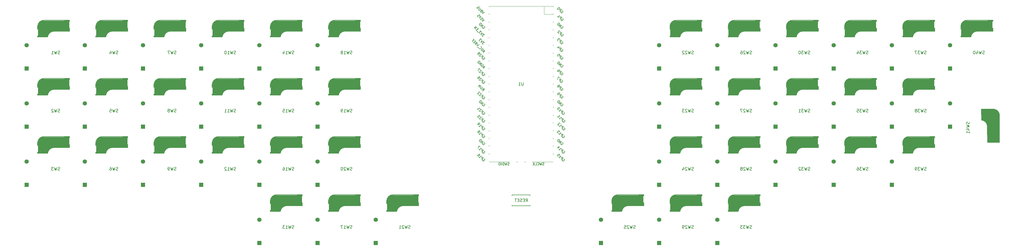
<source format=gbr>
G04 #@! TF.GenerationSoftware,KiCad,Pcbnew,7.0.10*
G04 #@! TF.CreationDate,2024-04-07T15:44:14+09:00*
G04 #@! TF.ProjectId,first_keyboard,66697273-745f-46b6-9579-626f6172642e,rev?*
G04 #@! TF.SameCoordinates,Original*
G04 #@! TF.FileFunction,Legend,Bot*
G04 #@! TF.FilePolarity,Positive*
%FSLAX46Y46*%
G04 Gerber Fmt 4.6, Leading zero omitted, Abs format (unit mm)*
G04 Created by KiCad (PCBNEW 7.0.10) date 2024-04-07 15:44:14*
%MOMM*%
%LPD*%
G01*
G04 APERTURE LIST*
%ADD10C,0.150000*%
%ADD11C,0.300000*%
%ADD12C,0.500000*%
%ADD13C,0.800000*%
%ADD14C,3.000000*%
%ADD15C,3.500000*%
%ADD16C,1.000000*%
%ADD17C,0.400000*%
%ADD18C,0.120000*%
%ADD19R,1.397000X1.397000*%
%ADD20C,1.397000*%
G04 APERTURE END LIST*
D10*
X263429523Y-120250900D02*
X263286666Y-120298519D01*
X263286666Y-120298519D02*
X263048571Y-120298519D01*
X263048571Y-120298519D02*
X262953333Y-120250900D01*
X262953333Y-120250900D02*
X262905714Y-120203280D01*
X262905714Y-120203280D02*
X262858095Y-120108042D01*
X262858095Y-120108042D02*
X262858095Y-120012804D01*
X262858095Y-120012804D02*
X262905714Y-119917566D01*
X262905714Y-119917566D02*
X262953333Y-119869947D01*
X262953333Y-119869947D02*
X263048571Y-119822328D01*
X263048571Y-119822328D02*
X263239047Y-119774709D01*
X263239047Y-119774709D02*
X263334285Y-119727090D01*
X263334285Y-119727090D02*
X263381904Y-119679471D01*
X263381904Y-119679471D02*
X263429523Y-119584233D01*
X263429523Y-119584233D02*
X263429523Y-119488995D01*
X263429523Y-119488995D02*
X263381904Y-119393757D01*
X263381904Y-119393757D02*
X263334285Y-119346138D01*
X263334285Y-119346138D02*
X263239047Y-119298519D01*
X263239047Y-119298519D02*
X263000952Y-119298519D01*
X263000952Y-119298519D02*
X262858095Y-119346138D01*
X262524761Y-119298519D02*
X262286666Y-120298519D01*
X262286666Y-120298519D02*
X262096190Y-119584233D01*
X262096190Y-119584233D02*
X261905714Y-120298519D01*
X261905714Y-120298519D02*
X261667619Y-119298519D01*
X261334285Y-119393757D02*
X261286666Y-119346138D01*
X261286666Y-119346138D02*
X261191428Y-119298519D01*
X261191428Y-119298519D02*
X260953333Y-119298519D01*
X260953333Y-119298519D02*
X260858095Y-119346138D01*
X260858095Y-119346138D02*
X260810476Y-119393757D01*
X260810476Y-119393757D02*
X260762857Y-119488995D01*
X260762857Y-119488995D02*
X260762857Y-119584233D01*
X260762857Y-119584233D02*
X260810476Y-119727090D01*
X260810476Y-119727090D02*
X261381904Y-120298519D01*
X261381904Y-120298519D02*
X260762857Y-120298519D01*
X260381904Y-119393757D02*
X260334285Y-119346138D01*
X260334285Y-119346138D02*
X260239047Y-119298519D01*
X260239047Y-119298519D02*
X260000952Y-119298519D01*
X260000952Y-119298519D02*
X259905714Y-119346138D01*
X259905714Y-119346138D02*
X259858095Y-119393757D01*
X259858095Y-119393757D02*
X259810476Y-119488995D01*
X259810476Y-119488995D02*
X259810476Y-119584233D01*
X259810476Y-119584233D02*
X259858095Y-119727090D01*
X259858095Y-119727090D02*
X260429523Y-120298519D01*
X260429523Y-120298519D02*
X259810476Y-120298519D01*
X339629523Y-120250900D02*
X339486666Y-120298519D01*
X339486666Y-120298519D02*
X339248571Y-120298519D01*
X339248571Y-120298519D02*
X339153333Y-120250900D01*
X339153333Y-120250900D02*
X339105714Y-120203280D01*
X339105714Y-120203280D02*
X339058095Y-120108042D01*
X339058095Y-120108042D02*
X339058095Y-120012804D01*
X339058095Y-120012804D02*
X339105714Y-119917566D01*
X339105714Y-119917566D02*
X339153333Y-119869947D01*
X339153333Y-119869947D02*
X339248571Y-119822328D01*
X339248571Y-119822328D02*
X339439047Y-119774709D01*
X339439047Y-119774709D02*
X339534285Y-119727090D01*
X339534285Y-119727090D02*
X339581904Y-119679471D01*
X339581904Y-119679471D02*
X339629523Y-119584233D01*
X339629523Y-119584233D02*
X339629523Y-119488995D01*
X339629523Y-119488995D02*
X339581904Y-119393757D01*
X339581904Y-119393757D02*
X339534285Y-119346138D01*
X339534285Y-119346138D02*
X339439047Y-119298519D01*
X339439047Y-119298519D02*
X339200952Y-119298519D01*
X339200952Y-119298519D02*
X339058095Y-119346138D01*
X338724761Y-119298519D02*
X338486666Y-120298519D01*
X338486666Y-120298519D02*
X338296190Y-119584233D01*
X338296190Y-119584233D02*
X338105714Y-120298519D01*
X338105714Y-120298519D02*
X337867619Y-119298519D01*
X337581904Y-119298519D02*
X336962857Y-119298519D01*
X336962857Y-119298519D02*
X337296190Y-119679471D01*
X337296190Y-119679471D02*
X337153333Y-119679471D01*
X337153333Y-119679471D02*
X337058095Y-119727090D01*
X337058095Y-119727090D02*
X337010476Y-119774709D01*
X337010476Y-119774709D02*
X336962857Y-119869947D01*
X336962857Y-119869947D02*
X336962857Y-120108042D01*
X336962857Y-120108042D02*
X337010476Y-120203280D01*
X337010476Y-120203280D02*
X337058095Y-120250900D01*
X337058095Y-120250900D02*
X337153333Y-120298519D01*
X337153333Y-120298519D02*
X337439047Y-120298519D01*
X337439047Y-120298519D02*
X337534285Y-120250900D01*
X337534285Y-120250900D02*
X337581904Y-120203280D01*
X336629523Y-119298519D02*
X335962857Y-119298519D01*
X335962857Y-119298519D02*
X336391428Y-120298519D01*
X113554523Y-158350900D02*
X113411666Y-158398519D01*
X113411666Y-158398519D02*
X113173571Y-158398519D01*
X113173571Y-158398519D02*
X113078333Y-158350900D01*
X113078333Y-158350900D02*
X113030714Y-158303280D01*
X113030714Y-158303280D02*
X112983095Y-158208042D01*
X112983095Y-158208042D02*
X112983095Y-158112804D01*
X112983095Y-158112804D02*
X113030714Y-158017566D01*
X113030714Y-158017566D02*
X113078333Y-157969947D01*
X113078333Y-157969947D02*
X113173571Y-157922328D01*
X113173571Y-157922328D02*
X113364047Y-157874709D01*
X113364047Y-157874709D02*
X113459285Y-157827090D01*
X113459285Y-157827090D02*
X113506904Y-157779471D01*
X113506904Y-157779471D02*
X113554523Y-157684233D01*
X113554523Y-157684233D02*
X113554523Y-157588995D01*
X113554523Y-157588995D02*
X113506904Y-157493757D01*
X113506904Y-157493757D02*
X113459285Y-157446138D01*
X113459285Y-157446138D02*
X113364047Y-157398519D01*
X113364047Y-157398519D02*
X113125952Y-157398519D01*
X113125952Y-157398519D02*
X112983095Y-157446138D01*
X112649761Y-157398519D02*
X112411666Y-158398519D01*
X112411666Y-158398519D02*
X112221190Y-157684233D01*
X112221190Y-157684233D02*
X112030714Y-158398519D01*
X112030714Y-158398519D02*
X111792619Y-157398519D01*
X110887857Y-158398519D02*
X111459285Y-158398519D01*
X111173571Y-158398519D02*
X111173571Y-157398519D01*
X111173571Y-157398519D02*
X111268809Y-157541376D01*
X111268809Y-157541376D02*
X111364047Y-157636614D01*
X111364047Y-157636614D02*
X111459285Y-157684233D01*
X110506904Y-157493757D02*
X110459285Y-157446138D01*
X110459285Y-157446138D02*
X110364047Y-157398519D01*
X110364047Y-157398519D02*
X110125952Y-157398519D01*
X110125952Y-157398519D02*
X110030714Y-157446138D01*
X110030714Y-157446138D02*
X109983095Y-157493757D01*
X109983095Y-157493757D02*
X109935476Y-157588995D01*
X109935476Y-157588995D02*
X109935476Y-157684233D01*
X109935476Y-157684233D02*
X109983095Y-157827090D01*
X109983095Y-157827090D02*
X110554523Y-158398519D01*
X110554523Y-158398519D02*
X109935476Y-158398519D01*
X282479523Y-120250900D02*
X282336666Y-120298519D01*
X282336666Y-120298519D02*
X282098571Y-120298519D01*
X282098571Y-120298519D02*
X282003333Y-120250900D01*
X282003333Y-120250900D02*
X281955714Y-120203280D01*
X281955714Y-120203280D02*
X281908095Y-120108042D01*
X281908095Y-120108042D02*
X281908095Y-120012804D01*
X281908095Y-120012804D02*
X281955714Y-119917566D01*
X281955714Y-119917566D02*
X282003333Y-119869947D01*
X282003333Y-119869947D02*
X282098571Y-119822328D01*
X282098571Y-119822328D02*
X282289047Y-119774709D01*
X282289047Y-119774709D02*
X282384285Y-119727090D01*
X282384285Y-119727090D02*
X282431904Y-119679471D01*
X282431904Y-119679471D02*
X282479523Y-119584233D01*
X282479523Y-119584233D02*
X282479523Y-119488995D01*
X282479523Y-119488995D02*
X282431904Y-119393757D01*
X282431904Y-119393757D02*
X282384285Y-119346138D01*
X282384285Y-119346138D02*
X282289047Y-119298519D01*
X282289047Y-119298519D02*
X282050952Y-119298519D01*
X282050952Y-119298519D02*
X281908095Y-119346138D01*
X281574761Y-119298519D02*
X281336666Y-120298519D01*
X281336666Y-120298519D02*
X281146190Y-119584233D01*
X281146190Y-119584233D02*
X280955714Y-120298519D01*
X280955714Y-120298519D02*
X280717619Y-119298519D01*
X280384285Y-119393757D02*
X280336666Y-119346138D01*
X280336666Y-119346138D02*
X280241428Y-119298519D01*
X280241428Y-119298519D02*
X280003333Y-119298519D01*
X280003333Y-119298519D02*
X279908095Y-119346138D01*
X279908095Y-119346138D02*
X279860476Y-119393757D01*
X279860476Y-119393757D02*
X279812857Y-119488995D01*
X279812857Y-119488995D02*
X279812857Y-119584233D01*
X279812857Y-119584233D02*
X279860476Y-119727090D01*
X279860476Y-119727090D02*
X280431904Y-120298519D01*
X280431904Y-120298519D02*
X279812857Y-120298519D01*
X278955714Y-119298519D02*
X279146190Y-119298519D01*
X279146190Y-119298519D02*
X279241428Y-119346138D01*
X279241428Y-119346138D02*
X279289047Y-119393757D01*
X279289047Y-119393757D02*
X279384285Y-119536614D01*
X279384285Y-119536614D02*
X279431904Y-119727090D01*
X279431904Y-119727090D02*
X279431904Y-120108042D01*
X279431904Y-120108042D02*
X279384285Y-120203280D01*
X279384285Y-120203280D02*
X279336666Y-120250900D01*
X279336666Y-120250900D02*
X279241428Y-120298519D01*
X279241428Y-120298519D02*
X279050952Y-120298519D01*
X279050952Y-120298519D02*
X278955714Y-120250900D01*
X278955714Y-120250900D02*
X278908095Y-120203280D01*
X278908095Y-120203280D02*
X278860476Y-120108042D01*
X278860476Y-120108042D02*
X278860476Y-119869947D01*
X278860476Y-119869947D02*
X278908095Y-119774709D01*
X278908095Y-119774709D02*
X278955714Y-119727090D01*
X278955714Y-119727090D02*
X279050952Y-119679471D01*
X279050952Y-119679471D02*
X279241428Y-119679471D01*
X279241428Y-119679471D02*
X279336666Y-119727090D01*
X279336666Y-119727090D02*
X279384285Y-119774709D01*
X279384285Y-119774709D02*
X279431904Y-119869947D01*
X55928332Y-158350900D02*
X55785475Y-158398519D01*
X55785475Y-158398519D02*
X55547380Y-158398519D01*
X55547380Y-158398519D02*
X55452142Y-158350900D01*
X55452142Y-158350900D02*
X55404523Y-158303280D01*
X55404523Y-158303280D02*
X55356904Y-158208042D01*
X55356904Y-158208042D02*
X55356904Y-158112804D01*
X55356904Y-158112804D02*
X55404523Y-158017566D01*
X55404523Y-158017566D02*
X55452142Y-157969947D01*
X55452142Y-157969947D02*
X55547380Y-157922328D01*
X55547380Y-157922328D02*
X55737856Y-157874709D01*
X55737856Y-157874709D02*
X55833094Y-157827090D01*
X55833094Y-157827090D02*
X55880713Y-157779471D01*
X55880713Y-157779471D02*
X55928332Y-157684233D01*
X55928332Y-157684233D02*
X55928332Y-157588995D01*
X55928332Y-157588995D02*
X55880713Y-157493757D01*
X55880713Y-157493757D02*
X55833094Y-157446138D01*
X55833094Y-157446138D02*
X55737856Y-157398519D01*
X55737856Y-157398519D02*
X55499761Y-157398519D01*
X55499761Y-157398519D02*
X55356904Y-157446138D01*
X55023570Y-157398519D02*
X54785475Y-158398519D01*
X54785475Y-158398519D02*
X54594999Y-157684233D01*
X54594999Y-157684233D02*
X54404523Y-158398519D01*
X54404523Y-158398519D02*
X54166428Y-157398519D01*
X53880713Y-157398519D02*
X53261666Y-157398519D01*
X53261666Y-157398519D02*
X53594999Y-157779471D01*
X53594999Y-157779471D02*
X53452142Y-157779471D01*
X53452142Y-157779471D02*
X53356904Y-157827090D01*
X53356904Y-157827090D02*
X53309285Y-157874709D01*
X53309285Y-157874709D02*
X53261666Y-157969947D01*
X53261666Y-157969947D02*
X53261666Y-158208042D01*
X53261666Y-158208042D02*
X53309285Y-158303280D01*
X53309285Y-158303280D02*
X53356904Y-158350900D01*
X53356904Y-158350900D02*
X53452142Y-158398519D01*
X53452142Y-158398519D02*
X53737856Y-158398519D01*
X53737856Y-158398519D02*
X53833094Y-158350900D01*
X53833094Y-158350900D02*
X53880713Y-158303280D01*
X94028332Y-158350900D02*
X93885475Y-158398519D01*
X93885475Y-158398519D02*
X93647380Y-158398519D01*
X93647380Y-158398519D02*
X93552142Y-158350900D01*
X93552142Y-158350900D02*
X93504523Y-158303280D01*
X93504523Y-158303280D02*
X93456904Y-158208042D01*
X93456904Y-158208042D02*
X93456904Y-158112804D01*
X93456904Y-158112804D02*
X93504523Y-158017566D01*
X93504523Y-158017566D02*
X93552142Y-157969947D01*
X93552142Y-157969947D02*
X93647380Y-157922328D01*
X93647380Y-157922328D02*
X93837856Y-157874709D01*
X93837856Y-157874709D02*
X93933094Y-157827090D01*
X93933094Y-157827090D02*
X93980713Y-157779471D01*
X93980713Y-157779471D02*
X94028332Y-157684233D01*
X94028332Y-157684233D02*
X94028332Y-157588995D01*
X94028332Y-157588995D02*
X93980713Y-157493757D01*
X93980713Y-157493757D02*
X93933094Y-157446138D01*
X93933094Y-157446138D02*
X93837856Y-157398519D01*
X93837856Y-157398519D02*
X93599761Y-157398519D01*
X93599761Y-157398519D02*
X93456904Y-157446138D01*
X93123570Y-157398519D02*
X92885475Y-158398519D01*
X92885475Y-158398519D02*
X92694999Y-157684233D01*
X92694999Y-157684233D02*
X92504523Y-158398519D01*
X92504523Y-158398519D02*
X92266428Y-157398519D01*
X91837856Y-158398519D02*
X91647380Y-158398519D01*
X91647380Y-158398519D02*
X91552142Y-158350900D01*
X91552142Y-158350900D02*
X91504523Y-158303280D01*
X91504523Y-158303280D02*
X91409285Y-158160423D01*
X91409285Y-158160423D02*
X91361666Y-157969947D01*
X91361666Y-157969947D02*
X91361666Y-157588995D01*
X91361666Y-157588995D02*
X91409285Y-157493757D01*
X91409285Y-157493757D02*
X91456904Y-157446138D01*
X91456904Y-157446138D02*
X91552142Y-157398519D01*
X91552142Y-157398519D02*
X91742618Y-157398519D01*
X91742618Y-157398519D02*
X91837856Y-157446138D01*
X91837856Y-157446138D02*
X91885475Y-157493757D01*
X91885475Y-157493757D02*
X91933094Y-157588995D01*
X91933094Y-157588995D02*
X91933094Y-157827090D01*
X91933094Y-157827090D02*
X91885475Y-157922328D01*
X91885475Y-157922328D02*
X91837856Y-157969947D01*
X91837856Y-157969947D02*
X91742618Y-158017566D01*
X91742618Y-158017566D02*
X91552142Y-158017566D01*
X91552142Y-158017566D02*
X91456904Y-157969947D01*
X91456904Y-157969947D02*
X91409285Y-157922328D01*
X91409285Y-157922328D02*
X91361666Y-157827090D01*
X113554523Y-120250900D02*
X113411666Y-120298519D01*
X113411666Y-120298519D02*
X113173571Y-120298519D01*
X113173571Y-120298519D02*
X113078333Y-120250900D01*
X113078333Y-120250900D02*
X113030714Y-120203280D01*
X113030714Y-120203280D02*
X112983095Y-120108042D01*
X112983095Y-120108042D02*
X112983095Y-120012804D01*
X112983095Y-120012804D02*
X113030714Y-119917566D01*
X113030714Y-119917566D02*
X113078333Y-119869947D01*
X113078333Y-119869947D02*
X113173571Y-119822328D01*
X113173571Y-119822328D02*
X113364047Y-119774709D01*
X113364047Y-119774709D02*
X113459285Y-119727090D01*
X113459285Y-119727090D02*
X113506904Y-119679471D01*
X113506904Y-119679471D02*
X113554523Y-119584233D01*
X113554523Y-119584233D02*
X113554523Y-119488995D01*
X113554523Y-119488995D02*
X113506904Y-119393757D01*
X113506904Y-119393757D02*
X113459285Y-119346138D01*
X113459285Y-119346138D02*
X113364047Y-119298519D01*
X113364047Y-119298519D02*
X113125952Y-119298519D01*
X113125952Y-119298519D02*
X112983095Y-119346138D01*
X112649761Y-119298519D02*
X112411666Y-120298519D01*
X112411666Y-120298519D02*
X112221190Y-119584233D01*
X112221190Y-119584233D02*
X112030714Y-120298519D01*
X112030714Y-120298519D02*
X111792619Y-119298519D01*
X110887857Y-120298519D02*
X111459285Y-120298519D01*
X111173571Y-120298519D02*
X111173571Y-119298519D01*
X111173571Y-119298519D02*
X111268809Y-119441376D01*
X111268809Y-119441376D02*
X111364047Y-119536614D01*
X111364047Y-119536614D02*
X111459285Y-119584233D01*
X110268809Y-119298519D02*
X110173571Y-119298519D01*
X110173571Y-119298519D02*
X110078333Y-119346138D01*
X110078333Y-119346138D02*
X110030714Y-119393757D01*
X110030714Y-119393757D02*
X109983095Y-119488995D01*
X109983095Y-119488995D02*
X109935476Y-119679471D01*
X109935476Y-119679471D02*
X109935476Y-119917566D01*
X109935476Y-119917566D02*
X109983095Y-120108042D01*
X109983095Y-120108042D02*
X110030714Y-120203280D01*
X110030714Y-120203280D02*
X110078333Y-120250900D01*
X110078333Y-120250900D02*
X110173571Y-120298519D01*
X110173571Y-120298519D02*
X110268809Y-120298519D01*
X110268809Y-120298519D02*
X110364047Y-120250900D01*
X110364047Y-120250900D02*
X110411666Y-120203280D01*
X110411666Y-120203280D02*
X110459285Y-120108042D01*
X110459285Y-120108042D02*
X110506904Y-119917566D01*
X110506904Y-119917566D02*
X110506904Y-119679471D01*
X110506904Y-119679471D02*
X110459285Y-119488995D01*
X110459285Y-119488995D02*
X110411666Y-119393757D01*
X110411666Y-119393757D02*
X110364047Y-119346138D01*
X110364047Y-119346138D02*
X110268809Y-119298519D01*
X55928332Y-120250900D02*
X55785475Y-120298519D01*
X55785475Y-120298519D02*
X55547380Y-120298519D01*
X55547380Y-120298519D02*
X55452142Y-120250900D01*
X55452142Y-120250900D02*
X55404523Y-120203280D01*
X55404523Y-120203280D02*
X55356904Y-120108042D01*
X55356904Y-120108042D02*
X55356904Y-120012804D01*
X55356904Y-120012804D02*
X55404523Y-119917566D01*
X55404523Y-119917566D02*
X55452142Y-119869947D01*
X55452142Y-119869947D02*
X55547380Y-119822328D01*
X55547380Y-119822328D02*
X55737856Y-119774709D01*
X55737856Y-119774709D02*
X55833094Y-119727090D01*
X55833094Y-119727090D02*
X55880713Y-119679471D01*
X55880713Y-119679471D02*
X55928332Y-119584233D01*
X55928332Y-119584233D02*
X55928332Y-119488995D01*
X55928332Y-119488995D02*
X55880713Y-119393757D01*
X55880713Y-119393757D02*
X55833094Y-119346138D01*
X55833094Y-119346138D02*
X55737856Y-119298519D01*
X55737856Y-119298519D02*
X55499761Y-119298519D01*
X55499761Y-119298519D02*
X55356904Y-119346138D01*
X55023570Y-119298519D02*
X54785475Y-120298519D01*
X54785475Y-120298519D02*
X54594999Y-119584233D01*
X54594999Y-119584233D02*
X54404523Y-120298519D01*
X54404523Y-120298519D02*
X54166428Y-119298519D01*
X53261666Y-120298519D02*
X53833094Y-120298519D01*
X53547380Y-120298519D02*
X53547380Y-119298519D01*
X53547380Y-119298519D02*
X53642618Y-119441376D01*
X53642618Y-119441376D02*
X53737856Y-119536614D01*
X53737856Y-119536614D02*
X53833094Y-119584233D01*
X244379523Y-177400900D02*
X244236666Y-177448519D01*
X244236666Y-177448519D02*
X243998571Y-177448519D01*
X243998571Y-177448519D02*
X243903333Y-177400900D01*
X243903333Y-177400900D02*
X243855714Y-177353280D01*
X243855714Y-177353280D02*
X243808095Y-177258042D01*
X243808095Y-177258042D02*
X243808095Y-177162804D01*
X243808095Y-177162804D02*
X243855714Y-177067566D01*
X243855714Y-177067566D02*
X243903333Y-177019947D01*
X243903333Y-177019947D02*
X243998571Y-176972328D01*
X243998571Y-176972328D02*
X244189047Y-176924709D01*
X244189047Y-176924709D02*
X244284285Y-176877090D01*
X244284285Y-176877090D02*
X244331904Y-176829471D01*
X244331904Y-176829471D02*
X244379523Y-176734233D01*
X244379523Y-176734233D02*
X244379523Y-176638995D01*
X244379523Y-176638995D02*
X244331904Y-176543757D01*
X244331904Y-176543757D02*
X244284285Y-176496138D01*
X244284285Y-176496138D02*
X244189047Y-176448519D01*
X244189047Y-176448519D02*
X243950952Y-176448519D01*
X243950952Y-176448519D02*
X243808095Y-176496138D01*
X243474761Y-176448519D02*
X243236666Y-177448519D01*
X243236666Y-177448519D02*
X243046190Y-176734233D01*
X243046190Y-176734233D02*
X242855714Y-177448519D01*
X242855714Y-177448519D02*
X242617619Y-176448519D01*
X242284285Y-176543757D02*
X242236666Y-176496138D01*
X242236666Y-176496138D02*
X242141428Y-176448519D01*
X242141428Y-176448519D02*
X241903333Y-176448519D01*
X241903333Y-176448519D02*
X241808095Y-176496138D01*
X241808095Y-176496138D02*
X241760476Y-176543757D01*
X241760476Y-176543757D02*
X241712857Y-176638995D01*
X241712857Y-176638995D02*
X241712857Y-176734233D01*
X241712857Y-176734233D02*
X241760476Y-176877090D01*
X241760476Y-176877090D02*
X242331904Y-177448519D01*
X242331904Y-177448519D02*
X241712857Y-177448519D01*
X240808095Y-176448519D02*
X241284285Y-176448519D01*
X241284285Y-176448519D02*
X241331904Y-176924709D01*
X241331904Y-176924709D02*
X241284285Y-176877090D01*
X241284285Y-176877090D02*
X241189047Y-176829471D01*
X241189047Y-176829471D02*
X240950952Y-176829471D01*
X240950952Y-176829471D02*
X240855714Y-176877090D01*
X240855714Y-176877090D02*
X240808095Y-176924709D01*
X240808095Y-176924709D02*
X240760476Y-177019947D01*
X240760476Y-177019947D02*
X240760476Y-177258042D01*
X240760476Y-177258042D02*
X240808095Y-177353280D01*
X240808095Y-177353280D02*
X240855714Y-177400900D01*
X240855714Y-177400900D02*
X240950952Y-177448519D01*
X240950952Y-177448519D02*
X241189047Y-177448519D01*
X241189047Y-177448519D02*
X241284285Y-177400900D01*
X241284285Y-177400900D02*
X241331904Y-177353280D01*
X132604523Y-177400900D02*
X132461666Y-177448519D01*
X132461666Y-177448519D02*
X132223571Y-177448519D01*
X132223571Y-177448519D02*
X132128333Y-177400900D01*
X132128333Y-177400900D02*
X132080714Y-177353280D01*
X132080714Y-177353280D02*
X132033095Y-177258042D01*
X132033095Y-177258042D02*
X132033095Y-177162804D01*
X132033095Y-177162804D02*
X132080714Y-177067566D01*
X132080714Y-177067566D02*
X132128333Y-177019947D01*
X132128333Y-177019947D02*
X132223571Y-176972328D01*
X132223571Y-176972328D02*
X132414047Y-176924709D01*
X132414047Y-176924709D02*
X132509285Y-176877090D01*
X132509285Y-176877090D02*
X132556904Y-176829471D01*
X132556904Y-176829471D02*
X132604523Y-176734233D01*
X132604523Y-176734233D02*
X132604523Y-176638995D01*
X132604523Y-176638995D02*
X132556904Y-176543757D01*
X132556904Y-176543757D02*
X132509285Y-176496138D01*
X132509285Y-176496138D02*
X132414047Y-176448519D01*
X132414047Y-176448519D02*
X132175952Y-176448519D01*
X132175952Y-176448519D02*
X132033095Y-176496138D01*
X131699761Y-176448519D02*
X131461666Y-177448519D01*
X131461666Y-177448519D02*
X131271190Y-176734233D01*
X131271190Y-176734233D02*
X131080714Y-177448519D01*
X131080714Y-177448519D02*
X130842619Y-176448519D01*
X129937857Y-177448519D02*
X130509285Y-177448519D01*
X130223571Y-177448519D02*
X130223571Y-176448519D01*
X130223571Y-176448519D02*
X130318809Y-176591376D01*
X130318809Y-176591376D02*
X130414047Y-176686614D01*
X130414047Y-176686614D02*
X130509285Y-176734233D01*
X129604523Y-176448519D02*
X128985476Y-176448519D01*
X128985476Y-176448519D02*
X129318809Y-176829471D01*
X129318809Y-176829471D02*
X129175952Y-176829471D01*
X129175952Y-176829471D02*
X129080714Y-176877090D01*
X129080714Y-176877090D02*
X129033095Y-176924709D01*
X129033095Y-176924709D02*
X128985476Y-177019947D01*
X128985476Y-177019947D02*
X128985476Y-177258042D01*
X128985476Y-177258042D02*
X129033095Y-177353280D01*
X129033095Y-177353280D02*
X129080714Y-177400900D01*
X129080714Y-177400900D02*
X129175952Y-177448519D01*
X129175952Y-177448519D02*
X129461666Y-177448519D01*
X129461666Y-177448519D02*
X129556904Y-177400900D01*
X129556904Y-177400900D02*
X129604523Y-177353280D01*
X301529523Y-139300900D02*
X301386666Y-139348519D01*
X301386666Y-139348519D02*
X301148571Y-139348519D01*
X301148571Y-139348519D02*
X301053333Y-139300900D01*
X301053333Y-139300900D02*
X301005714Y-139253280D01*
X301005714Y-139253280D02*
X300958095Y-139158042D01*
X300958095Y-139158042D02*
X300958095Y-139062804D01*
X300958095Y-139062804D02*
X301005714Y-138967566D01*
X301005714Y-138967566D02*
X301053333Y-138919947D01*
X301053333Y-138919947D02*
X301148571Y-138872328D01*
X301148571Y-138872328D02*
X301339047Y-138824709D01*
X301339047Y-138824709D02*
X301434285Y-138777090D01*
X301434285Y-138777090D02*
X301481904Y-138729471D01*
X301481904Y-138729471D02*
X301529523Y-138634233D01*
X301529523Y-138634233D02*
X301529523Y-138538995D01*
X301529523Y-138538995D02*
X301481904Y-138443757D01*
X301481904Y-138443757D02*
X301434285Y-138396138D01*
X301434285Y-138396138D02*
X301339047Y-138348519D01*
X301339047Y-138348519D02*
X301100952Y-138348519D01*
X301100952Y-138348519D02*
X300958095Y-138396138D01*
X300624761Y-138348519D02*
X300386666Y-139348519D01*
X300386666Y-139348519D02*
X300196190Y-138634233D01*
X300196190Y-138634233D02*
X300005714Y-139348519D01*
X300005714Y-139348519D02*
X299767619Y-138348519D01*
X299481904Y-138348519D02*
X298862857Y-138348519D01*
X298862857Y-138348519D02*
X299196190Y-138729471D01*
X299196190Y-138729471D02*
X299053333Y-138729471D01*
X299053333Y-138729471D02*
X298958095Y-138777090D01*
X298958095Y-138777090D02*
X298910476Y-138824709D01*
X298910476Y-138824709D02*
X298862857Y-138919947D01*
X298862857Y-138919947D02*
X298862857Y-139158042D01*
X298862857Y-139158042D02*
X298910476Y-139253280D01*
X298910476Y-139253280D02*
X298958095Y-139300900D01*
X298958095Y-139300900D02*
X299053333Y-139348519D01*
X299053333Y-139348519D02*
X299339047Y-139348519D01*
X299339047Y-139348519D02*
X299434285Y-139300900D01*
X299434285Y-139300900D02*
X299481904Y-139253280D01*
X297910476Y-139348519D02*
X298481904Y-139348519D01*
X298196190Y-139348519D02*
X298196190Y-138348519D01*
X298196190Y-138348519D02*
X298291428Y-138491376D01*
X298291428Y-138491376D02*
X298386666Y-138586614D01*
X298386666Y-138586614D02*
X298481904Y-138634233D01*
X282479523Y-158350900D02*
X282336666Y-158398519D01*
X282336666Y-158398519D02*
X282098571Y-158398519D01*
X282098571Y-158398519D02*
X282003333Y-158350900D01*
X282003333Y-158350900D02*
X281955714Y-158303280D01*
X281955714Y-158303280D02*
X281908095Y-158208042D01*
X281908095Y-158208042D02*
X281908095Y-158112804D01*
X281908095Y-158112804D02*
X281955714Y-158017566D01*
X281955714Y-158017566D02*
X282003333Y-157969947D01*
X282003333Y-157969947D02*
X282098571Y-157922328D01*
X282098571Y-157922328D02*
X282289047Y-157874709D01*
X282289047Y-157874709D02*
X282384285Y-157827090D01*
X282384285Y-157827090D02*
X282431904Y-157779471D01*
X282431904Y-157779471D02*
X282479523Y-157684233D01*
X282479523Y-157684233D02*
X282479523Y-157588995D01*
X282479523Y-157588995D02*
X282431904Y-157493757D01*
X282431904Y-157493757D02*
X282384285Y-157446138D01*
X282384285Y-157446138D02*
X282289047Y-157398519D01*
X282289047Y-157398519D02*
X282050952Y-157398519D01*
X282050952Y-157398519D02*
X281908095Y-157446138D01*
X281574761Y-157398519D02*
X281336666Y-158398519D01*
X281336666Y-158398519D02*
X281146190Y-157684233D01*
X281146190Y-157684233D02*
X280955714Y-158398519D01*
X280955714Y-158398519D02*
X280717619Y-157398519D01*
X280384285Y-157493757D02*
X280336666Y-157446138D01*
X280336666Y-157446138D02*
X280241428Y-157398519D01*
X280241428Y-157398519D02*
X280003333Y-157398519D01*
X280003333Y-157398519D02*
X279908095Y-157446138D01*
X279908095Y-157446138D02*
X279860476Y-157493757D01*
X279860476Y-157493757D02*
X279812857Y-157588995D01*
X279812857Y-157588995D02*
X279812857Y-157684233D01*
X279812857Y-157684233D02*
X279860476Y-157827090D01*
X279860476Y-157827090D02*
X280431904Y-158398519D01*
X280431904Y-158398519D02*
X279812857Y-158398519D01*
X279241428Y-157827090D02*
X279336666Y-157779471D01*
X279336666Y-157779471D02*
X279384285Y-157731852D01*
X279384285Y-157731852D02*
X279431904Y-157636614D01*
X279431904Y-157636614D02*
X279431904Y-157588995D01*
X279431904Y-157588995D02*
X279384285Y-157493757D01*
X279384285Y-157493757D02*
X279336666Y-157446138D01*
X279336666Y-157446138D02*
X279241428Y-157398519D01*
X279241428Y-157398519D02*
X279050952Y-157398519D01*
X279050952Y-157398519D02*
X278955714Y-157446138D01*
X278955714Y-157446138D02*
X278908095Y-157493757D01*
X278908095Y-157493757D02*
X278860476Y-157588995D01*
X278860476Y-157588995D02*
X278860476Y-157636614D01*
X278860476Y-157636614D02*
X278908095Y-157731852D01*
X278908095Y-157731852D02*
X278955714Y-157779471D01*
X278955714Y-157779471D02*
X279050952Y-157827090D01*
X279050952Y-157827090D02*
X279241428Y-157827090D01*
X279241428Y-157827090D02*
X279336666Y-157874709D01*
X279336666Y-157874709D02*
X279384285Y-157922328D01*
X279384285Y-157922328D02*
X279431904Y-158017566D01*
X279431904Y-158017566D02*
X279431904Y-158208042D01*
X279431904Y-158208042D02*
X279384285Y-158303280D01*
X279384285Y-158303280D02*
X279336666Y-158350900D01*
X279336666Y-158350900D02*
X279241428Y-158398519D01*
X279241428Y-158398519D02*
X279050952Y-158398519D01*
X279050952Y-158398519D02*
X278955714Y-158350900D01*
X278955714Y-158350900D02*
X278908095Y-158303280D01*
X278908095Y-158303280D02*
X278860476Y-158208042D01*
X278860476Y-158208042D02*
X278860476Y-158017566D01*
X278860476Y-158017566D02*
X278908095Y-157922328D01*
X278908095Y-157922328D02*
X278955714Y-157874709D01*
X278955714Y-157874709D02*
X279050952Y-157827090D01*
X94028332Y-120250900D02*
X93885475Y-120298519D01*
X93885475Y-120298519D02*
X93647380Y-120298519D01*
X93647380Y-120298519D02*
X93552142Y-120250900D01*
X93552142Y-120250900D02*
X93504523Y-120203280D01*
X93504523Y-120203280D02*
X93456904Y-120108042D01*
X93456904Y-120108042D02*
X93456904Y-120012804D01*
X93456904Y-120012804D02*
X93504523Y-119917566D01*
X93504523Y-119917566D02*
X93552142Y-119869947D01*
X93552142Y-119869947D02*
X93647380Y-119822328D01*
X93647380Y-119822328D02*
X93837856Y-119774709D01*
X93837856Y-119774709D02*
X93933094Y-119727090D01*
X93933094Y-119727090D02*
X93980713Y-119679471D01*
X93980713Y-119679471D02*
X94028332Y-119584233D01*
X94028332Y-119584233D02*
X94028332Y-119488995D01*
X94028332Y-119488995D02*
X93980713Y-119393757D01*
X93980713Y-119393757D02*
X93933094Y-119346138D01*
X93933094Y-119346138D02*
X93837856Y-119298519D01*
X93837856Y-119298519D02*
X93599761Y-119298519D01*
X93599761Y-119298519D02*
X93456904Y-119346138D01*
X93123570Y-119298519D02*
X92885475Y-120298519D01*
X92885475Y-120298519D02*
X92694999Y-119584233D01*
X92694999Y-119584233D02*
X92504523Y-120298519D01*
X92504523Y-120298519D02*
X92266428Y-119298519D01*
X91980713Y-119298519D02*
X91314047Y-119298519D01*
X91314047Y-119298519D02*
X91742618Y-120298519D01*
X74978332Y-158350900D02*
X74835475Y-158398519D01*
X74835475Y-158398519D02*
X74597380Y-158398519D01*
X74597380Y-158398519D02*
X74502142Y-158350900D01*
X74502142Y-158350900D02*
X74454523Y-158303280D01*
X74454523Y-158303280D02*
X74406904Y-158208042D01*
X74406904Y-158208042D02*
X74406904Y-158112804D01*
X74406904Y-158112804D02*
X74454523Y-158017566D01*
X74454523Y-158017566D02*
X74502142Y-157969947D01*
X74502142Y-157969947D02*
X74597380Y-157922328D01*
X74597380Y-157922328D02*
X74787856Y-157874709D01*
X74787856Y-157874709D02*
X74883094Y-157827090D01*
X74883094Y-157827090D02*
X74930713Y-157779471D01*
X74930713Y-157779471D02*
X74978332Y-157684233D01*
X74978332Y-157684233D02*
X74978332Y-157588995D01*
X74978332Y-157588995D02*
X74930713Y-157493757D01*
X74930713Y-157493757D02*
X74883094Y-157446138D01*
X74883094Y-157446138D02*
X74787856Y-157398519D01*
X74787856Y-157398519D02*
X74549761Y-157398519D01*
X74549761Y-157398519D02*
X74406904Y-157446138D01*
X74073570Y-157398519D02*
X73835475Y-158398519D01*
X73835475Y-158398519D02*
X73644999Y-157684233D01*
X73644999Y-157684233D02*
X73454523Y-158398519D01*
X73454523Y-158398519D02*
X73216428Y-157398519D01*
X72406904Y-157398519D02*
X72597380Y-157398519D01*
X72597380Y-157398519D02*
X72692618Y-157446138D01*
X72692618Y-157446138D02*
X72740237Y-157493757D01*
X72740237Y-157493757D02*
X72835475Y-157636614D01*
X72835475Y-157636614D02*
X72883094Y-157827090D01*
X72883094Y-157827090D02*
X72883094Y-158208042D01*
X72883094Y-158208042D02*
X72835475Y-158303280D01*
X72835475Y-158303280D02*
X72787856Y-158350900D01*
X72787856Y-158350900D02*
X72692618Y-158398519D01*
X72692618Y-158398519D02*
X72502142Y-158398519D01*
X72502142Y-158398519D02*
X72406904Y-158350900D01*
X72406904Y-158350900D02*
X72359285Y-158303280D01*
X72359285Y-158303280D02*
X72311666Y-158208042D01*
X72311666Y-158208042D02*
X72311666Y-157969947D01*
X72311666Y-157969947D02*
X72359285Y-157874709D01*
X72359285Y-157874709D02*
X72406904Y-157827090D01*
X72406904Y-157827090D02*
X72502142Y-157779471D01*
X72502142Y-157779471D02*
X72692618Y-157779471D01*
X72692618Y-157779471D02*
X72787856Y-157827090D01*
X72787856Y-157827090D02*
X72835475Y-157874709D01*
X72835475Y-157874709D02*
X72883094Y-157969947D01*
X282479523Y-177400900D02*
X282336666Y-177448519D01*
X282336666Y-177448519D02*
X282098571Y-177448519D01*
X282098571Y-177448519D02*
X282003333Y-177400900D01*
X282003333Y-177400900D02*
X281955714Y-177353280D01*
X281955714Y-177353280D02*
X281908095Y-177258042D01*
X281908095Y-177258042D02*
X281908095Y-177162804D01*
X281908095Y-177162804D02*
X281955714Y-177067566D01*
X281955714Y-177067566D02*
X282003333Y-177019947D01*
X282003333Y-177019947D02*
X282098571Y-176972328D01*
X282098571Y-176972328D02*
X282289047Y-176924709D01*
X282289047Y-176924709D02*
X282384285Y-176877090D01*
X282384285Y-176877090D02*
X282431904Y-176829471D01*
X282431904Y-176829471D02*
X282479523Y-176734233D01*
X282479523Y-176734233D02*
X282479523Y-176638995D01*
X282479523Y-176638995D02*
X282431904Y-176543757D01*
X282431904Y-176543757D02*
X282384285Y-176496138D01*
X282384285Y-176496138D02*
X282289047Y-176448519D01*
X282289047Y-176448519D02*
X282050952Y-176448519D01*
X282050952Y-176448519D02*
X281908095Y-176496138D01*
X281574761Y-176448519D02*
X281336666Y-177448519D01*
X281336666Y-177448519D02*
X281146190Y-176734233D01*
X281146190Y-176734233D02*
X280955714Y-177448519D01*
X280955714Y-177448519D02*
X280717619Y-176448519D01*
X280431904Y-176448519D02*
X279812857Y-176448519D01*
X279812857Y-176448519D02*
X280146190Y-176829471D01*
X280146190Y-176829471D02*
X280003333Y-176829471D01*
X280003333Y-176829471D02*
X279908095Y-176877090D01*
X279908095Y-176877090D02*
X279860476Y-176924709D01*
X279860476Y-176924709D02*
X279812857Y-177019947D01*
X279812857Y-177019947D02*
X279812857Y-177258042D01*
X279812857Y-177258042D02*
X279860476Y-177353280D01*
X279860476Y-177353280D02*
X279908095Y-177400900D01*
X279908095Y-177400900D02*
X280003333Y-177448519D01*
X280003333Y-177448519D02*
X280289047Y-177448519D01*
X280289047Y-177448519D02*
X280384285Y-177400900D01*
X280384285Y-177400900D02*
X280431904Y-177353280D01*
X279479523Y-176448519D02*
X278860476Y-176448519D01*
X278860476Y-176448519D02*
X279193809Y-176829471D01*
X279193809Y-176829471D02*
X279050952Y-176829471D01*
X279050952Y-176829471D02*
X278955714Y-176877090D01*
X278955714Y-176877090D02*
X278908095Y-176924709D01*
X278908095Y-176924709D02*
X278860476Y-177019947D01*
X278860476Y-177019947D02*
X278860476Y-177258042D01*
X278860476Y-177258042D02*
X278908095Y-177353280D01*
X278908095Y-177353280D02*
X278955714Y-177400900D01*
X278955714Y-177400900D02*
X279050952Y-177448519D01*
X279050952Y-177448519D02*
X279336666Y-177448519D01*
X279336666Y-177448519D02*
X279431904Y-177400900D01*
X279431904Y-177400900D02*
X279479523Y-177353280D01*
X94028332Y-139300900D02*
X93885475Y-139348519D01*
X93885475Y-139348519D02*
X93647380Y-139348519D01*
X93647380Y-139348519D02*
X93552142Y-139300900D01*
X93552142Y-139300900D02*
X93504523Y-139253280D01*
X93504523Y-139253280D02*
X93456904Y-139158042D01*
X93456904Y-139158042D02*
X93456904Y-139062804D01*
X93456904Y-139062804D02*
X93504523Y-138967566D01*
X93504523Y-138967566D02*
X93552142Y-138919947D01*
X93552142Y-138919947D02*
X93647380Y-138872328D01*
X93647380Y-138872328D02*
X93837856Y-138824709D01*
X93837856Y-138824709D02*
X93933094Y-138777090D01*
X93933094Y-138777090D02*
X93980713Y-138729471D01*
X93980713Y-138729471D02*
X94028332Y-138634233D01*
X94028332Y-138634233D02*
X94028332Y-138538995D01*
X94028332Y-138538995D02*
X93980713Y-138443757D01*
X93980713Y-138443757D02*
X93933094Y-138396138D01*
X93933094Y-138396138D02*
X93837856Y-138348519D01*
X93837856Y-138348519D02*
X93599761Y-138348519D01*
X93599761Y-138348519D02*
X93456904Y-138396138D01*
X93123570Y-138348519D02*
X92885475Y-139348519D01*
X92885475Y-139348519D02*
X92694999Y-138634233D01*
X92694999Y-138634233D02*
X92504523Y-139348519D01*
X92504523Y-139348519D02*
X92266428Y-138348519D01*
X91742618Y-138777090D02*
X91837856Y-138729471D01*
X91837856Y-138729471D02*
X91885475Y-138681852D01*
X91885475Y-138681852D02*
X91933094Y-138586614D01*
X91933094Y-138586614D02*
X91933094Y-138538995D01*
X91933094Y-138538995D02*
X91885475Y-138443757D01*
X91885475Y-138443757D02*
X91837856Y-138396138D01*
X91837856Y-138396138D02*
X91742618Y-138348519D01*
X91742618Y-138348519D02*
X91552142Y-138348519D01*
X91552142Y-138348519D02*
X91456904Y-138396138D01*
X91456904Y-138396138D02*
X91409285Y-138443757D01*
X91409285Y-138443757D02*
X91361666Y-138538995D01*
X91361666Y-138538995D02*
X91361666Y-138586614D01*
X91361666Y-138586614D02*
X91409285Y-138681852D01*
X91409285Y-138681852D02*
X91456904Y-138729471D01*
X91456904Y-138729471D02*
X91552142Y-138777090D01*
X91552142Y-138777090D02*
X91742618Y-138777090D01*
X91742618Y-138777090D02*
X91837856Y-138824709D01*
X91837856Y-138824709D02*
X91885475Y-138872328D01*
X91885475Y-138872328D02*
X91933094Y-138967566D01*
X91933094Y-138967566D02*
X91933094Y-139158042D01*
X91933094Y-139158042D02*
X91885475Y-139253280D01*
X91885475Y-139253280D02*
X91837856Y-139300900D01*
X91837856Y-139300900D02*
X91742618Y-139348519D01*
X91742618Y-139348519D02*
X91552142Y-139348519D01*
X91552142Y-139348519D02*
X91456904Y-139300900D01*
X91456904Y-139300900D02*
X91409285Y-139253280D01*
X91409285Y-139253280D02*
X91361666Y-139158042D01*
X91361666Y-139158042D02*
X91361666Y-138967566D01*
X91361666Y-138967566D02*
X91409285Y-138872328D01*
X91409285Y-138872328D02*
X91456904Y-138824709D01*
X91456904Y-138824709D02*
X91552142Y-138777090D01*
X132604523Y-139300900D02*
X132461666Y-139348519D01*
X132461666Y-139348519D02*
X132223571Y-139348519D01*
X132223571Y-139348519D02*
X132128333Y-139300900D01*
X132128333Y-139300900D02*
X132080714Y-139253280D01*
X132080714Y-139253280D02*
X132033095Y-139158042D01*
X132033095Y-139158042D02*
X132033095Y-139062804D01*
X132033095Y-139062804D02*
X132080714Y-138967566D01*
X132080714Y-138967566D02*
X132128333Y-138919947D01*
X132128333Y-138919947D02*
X132223571Y-138872328D01*
X132223571Y-138872328D02*
X132414047Y-138824709D01*
X132414047Y-138824709D02*
X132509285Y-138777090D01*
X132509285Y-138777090D02*
X132556904Y-138729471D01*
X132556904Y-138729471D02*
X132604523Y-138634233D01*
X132604523Y-138634233D02*
X132604523Y-138538995D01*
X132604523Y-138538995D02*
X132556904Y-138443757D01*
X132556904Y-138443757D02*
X132509285Y-138396138D01*
X132509285Y-138396138D02*
X132414047Y-138348519D01*
X132414047Y-138348519D02*
X132175952Y-138348519D01*
X132175952Y-138348519D02*
X132033095Y-138396138D01*
X131699761Y-138348519D02*
X131461666Y-139348519D01*
X131461666Y-139348519D02*
X131271190Y-138634233D01*
X131271190Y-138634233D02*
X131080714Y-139348519D01*
X131080714Y-139348519D02*
X130842619Y-138348519D01*
X129937857Y-139348519D02*
X130509285Y-139348519D01*
X130223571Y-139348519D02*
X130223571Y-138348519D01*
X130223571Y-138348519D02*
X130318809Y-138491376D01*
X130318809Y-138491376D02*
X130414047Y-138586614D01*
X130414047Y-138586614D02*
X130509285Y-138634233D01*
X129033095Y-138348519D02*
X129509285Y-138348519D01*
X129509285Y-138348519D02*
X129556904Y-138824709D01*
X129556904Y-138824709D02*
X129509285Y-138777090D01*
X129509285Y-138777090D02*
X129414047Y-138729471D01*
X129414047Y-138729471D02*
X129175952Y-138729471D01*
X129175952Y-138729471D02*
X129080714Y-138777090D01*
X129080714Y-138777090D02*
X129033095Y-138824709D01*
X129033095Y-138824709D02*
X128985476Y-138919947D01*
X128985476Y-138919947D02*
X128985476Y-139158042D01*
X128985476Y-139158042D02*
X129033095Y-139253280D01*
X129033095Y-139253280D02*
X129080714Y-139300900D01*
X129080714Y-139300900D02*
X129175952Y-139348519D01*
X129175952Y-139348519D02*
X129414047Y-139348519D01*
X129414047Y-139348519D02*
X129509285Y-139300900D01*
X129509285Y-139300900D02*
X129556904Y-139253280D01*
X263429523Y-158350900D02*
X263286666Y-158398519D01*
X263286666Y-158398519D02*
X263048571Y-158398519D01*
X263048571Y-158398519D02*
X262953333Y-158350900D01*
X262953333Y-158350900D02*
X262905714Y-158303280D01*
X262905714Y-158303280D02*
X262858095Y-158208042D01*
X262858095Y-158208042D02*
X262858095Y-158112804D01*
X262858095Y-158112804D02*
X262905714Y-158017566D01*
X262905714Y-158017566D02*
X262953333Y-157969947D01*
X262953333Y-157969947D02*
X263048571Y-157922328D01*
X263048571Y-157922328D02*
X263239047Y-157874709D01*
X263239047Y-157874709D02*
X263334285Y-157827090D01*
X263334285Y-157827090D02*
X263381904Y-157779471D01*
X263381904Y-157779471D02*
X263429523Y-157684233D01*
X263429523Y-157684233D02*
X263429523Y-157588995D01*
X263429523Y-157588995D02*
X263381904Y-157493757D01*
X263381904Y-157493757D02*
X263334285Y-157446138D01*
X263334285Y-157446138D02*
X263239047Y-157398519D01*
X263239047Y-157398519D02*
X263000952Y-157398519D01*
X263000952Y-157398519D02*
X262858095Y-157446138D01*
X262524761Y-157398519D02*
X262286666Y-158398519D01*
X262286666Y-158398519D02*
X262096190Y-157684233D01*
X262096190Y-157684233D02*
X261905714Y-158398519D01*
X261905714Y-158398519D02*
X261667619Y-157398519D01*
X261334285Y-157493757D02*
X261286666Y-157446138D01*
X261286666Y-157446138D02*
X261191428Y-157398519D01*
X261191428Y-157398519D02*
X260953333Y-157398519D01*
X260953333Y-157398519D02*
X260858095Y-157446138D01*
X260858095Y-157446138D02*
X260810476Y-157493757D01*
X260810476Y-157493757D02*
X260762857Y-157588995D01*
X260762857Y-157588995D02*
X260762857Y-157684233D01*
X260762857Y-157684233D02*
X260810476Y-157827090D01*
X260810476Y-157827090D02*
X261381904Y-158398519D01*
X261381904Y-158398519D02*
X260762857Y-158398519D01*
X259905714Y-157731852D02*
X259905714Y-158398519D01*
X260143809Y-157350900D02*
X260381904Y-158065185D01*
X260381904Y-158065185D02*
X259762857Y-158065185D01*
X132604523Y-158350900D02*
X132461666Y-158398519D01*
X132461666Y-158398519D02*
X132223571Y-158398519D01*
X132223571Y-158398519D02*
X132128333Y-158350900D01*
X132128333Y-158350900D02*
X132080714Y-158303280D01*
X132080714Y-158303280D02*
X132033095Y-158208042D01*
X132033095Y-158208042D02*
X132033095Y-158112804D01*
X132033095Y-158112804D02*
X132080714Y-158017566D01*
X132080714Y-158017566D02*
X132128333Y-157969947D01*
X132128333Y-157969947D02*
X132223571Y-157922328D01*
X132223571Y-157922328D02*
X132414047Y-157874709D01*
X132414047Y-157874709D02*
X132509285Y-157827090D01*
X132509285Y-157827090D02*
X132556904Y-157779471D01*
X132556904Y-157779471D02*
X132604523Y-157684233D01*
X132604523Y-157684233D02*
X132604523Y-157588995D01*
X132604523Y-157588995D02*
X132556904Y-157493757D01*
X132556904Y-157493757D02*
X132509285Y-157446138D01*
X132509285Y-157446138D02*
X132414047Y-157398519D01*
X132414047Y-157398519D02*
X132175952Y-157398519D01*
X132175952Y-157398519D02*
X132033095Y-157446138D01*
X131699761Y-157398519D02*
X131461666Y-158398519D01*
X131461666Y-158398519D02*
X131271190Y-157684233D01*
X131271190Y-157684233D02*
X131080714Y-158398519D01*
X131080714Y-158398519D02*
X130842619Y-157398519D01*
X129937857Y-158398519D02*
X130509285Y-158398519D01*
X130223571Y-158398519D02*
X130223571Y-157398519D01*
X130223571Y-157398519D02*
X130318809Y-157541376D01*
X130318809Y-157541376D02*
X130414047Y-157636614D01*
X130414047Y-157636614D02*
X130509285Y-157684233D01*
X129080714Y-157398519D02*
X129271190Y-157398519D01*
X129271190Y-157398519D02*
X129366428Y-157446138D01*
X129366428Y-157446138D02*
X129414047Y-157493757D01*
X129414047Y-157493757D02*
X129509285Y-157636614D01*
X129509285Y-157636614D02*
X129556904Y-157827090D01*
X129556904Y-157827090D02*
X129556904Y-158208042D01*
X129556904Y-158208042D02*
X129509285Y-158303280D01*
X129509285Y-158303280D02*
X129461666Y-158350900D01*
X129461666Y-158350900D02*
X129366428Y-158398519D01*
X129366428Y-158398519D02*
X129175952Y-158398519D01*
X129175952Y-158398519D02*
X129080714Y-158350900D01*
X129080714Y-158350900D02*
X129033095Y-158303280D01*
X129033095Y-158303280D02*
X128985476Y-158208042D01*
X128985476Y-158208042D02*
X128985476Y-157969947D01*
X128985476Y-157969947D02*
X129033095Y-157874709D01*
X129033095Y-157874709D02*
X129080714Y-157827090D01*
X129080714Y-157827090D02*
X129175952Y-157779471D01*
X129175952Y-157779471D02*
X129366428Y-157779471D01*
X129366428Y-157779471D02*
X129461666Y-157827090D01*
X129461666Y-157827090D02*
X129509285Y-157874709D01*
X129509285Y-157874709D02*
X129556904Y-157969947D01*
X301529523Y-120250900D02*
X301386666Y-120298519D01*
X301386666Y-120298519D02*
X301148571Y-120298519D01*
X301148571Y-120298519D02*
X301053333Y-120250900D01*
X301053333Y-120250900D02*
X301005714Y-120203280D01*
X301005714Y-120203280D02*
X300958095Y-120108042D01*
X300958095Y-120108042D02*
X300958095Y-120012804D01*
X300958095Y-120012804D02*
X301005714Y-119917566D01*
X301005714Y-119917566D02*
X301053333Y-119869947D01*
X301053333Y-119869947D02*
X301148571Y-119822328D01*
X301148571Y-119822328D02*
X301339047Y-119774709D01*
X301339047Y-119774709D02*
X301434285Y-119727090D01*
X301434285Y-119727090D02*
X301481904Y-119679471D01*
X301481904Y-119679471D02*
X301529523Y-119584233D01*
X301529523Y-119584233D02*
X301529523Y-119488995D01*
X301529523Y-119488995D02*
X301481904Y-119393757D01*
X301481904Y-119393757D02*
X301434285Y-119346138D01*
X301434285Y-119346138D02*
X301339047Y-119298519D01*
X301339047Y-119298519D02*
X301100952Y-119298519D01*
X301100952Y-119298519D02*
X300958095Y-119346138D01*
X300624761Y-119298519D02*
X300386666Y-120298519D01*
X300386666Y-120298519D02*
X300196190Y-119584233D01*
X300196190Y-119584233D02*
X300005714Y-120298519D01*
X300005714Y-120298519D02*
X299767619Y-119298519D01*
X299481904Y-119298519D02*
X298862857Y-119298519D01*
X298862857Y-119298519D02*
X299196190Y-119679471D01*
X299196190Y-119679471D02*
X299053333Y-119679471D01*
X299053333Y-119679471D02*
X298958095Y-119727090D01*
X298958095Y-119727090D02*
X298910476Y-119774709D01*
X298910476Y-119774709D02*
X298862857Y-119869947D01*
X298862857Y-119869947D02*
X298862857Y-120108042D01*
X298862857Y-120108042D02*
X298910476Y-120203280D01*
X298910476Y-120203280D02*
X298958095Y-120250900D01*
X298958095Y-120250900D02*
X299053333Y-120298519D01*
X299053333Y-120298519D02*
X299339047Y-120298519D01*
X299339047Y-120298519D02*
X299434285Y-120250900D01*
X299434285Y-120250900D02*
X299481904Y-120203280D01*
X298243809Y-119298519D02*
X298148571Y-119298519D01*
X298148571Y-119298519D02*
X298053333Y-119346138D01*
X298053333Y-119346138D02*
X298005714Y-119393757D01*
X298005714Y-119393757D02*
X297958095Y-119488995D01*
X297958095Y-119488995D02*
X297910476Y-119679471D01*
X297910476Y-119679471D02*
X297910476Y-119917566D01*
X297910476Y-119917566D02*
X297958095Y-120108042D01*
X297958095Y-120108042D02*
X298005714Y-120203280D01*
X298005714Y-120203280D02*
X298053333Y-120250900D01*
X298053333Y-120250900D02*
X298148571Y-120298519D01*
X298148571Y-120298519D02*
X298243809Y-120298519D01*
X298243809Y-120298519D02*
X298339047Y-120250900D01*
X298339047Y-120250900D02*
X298386666Y-120203280D01*
X298386666Y-120203280D02*
X298434285Y-120108042D01*
X298434285Y-120108042D02*
X298481904Y-119917566D01*
X298481904Y-119917566D02*
X298481904Y-119679471D01*
X298481904Y-119679471D02*
X298434285Y-119488995D01*
X298434285Y-119488995D02*
X298386666Y-119393757D01*
X298386666Y-119393757D02*
X298339047Y-119346138D01*
X298339047Y-119346138D02*
X298243809Y-119298519D01*
X301529523Y-158350900D02*
X301386666Y-158398519D01*
X301386666Y-158398519D02*
X301148571Y-158398519D01*
X301148571Y-158398519D02*
X301053333Y-158350900D01*
X301053333Y-158350900D02*
X301005714Y-158303280D01*
X301005714Y-158303280D02*
X300958095Y-158208042D01*
X300958095Y-158208042D02*
X300958095Y-158112804D01*
X300958095Y-158112804D02*
X301005714Y-158017566D01*
X301005714Y-158017566D02*
X301053333Y-157969947D01*
X301053333Y-157969947D02*
X301148571Y-157922328D01*
X301148571Y-157922328D02*
X301339047Y-157874709D01*
X301339047Y-157874709D02*
X301434285Y-157827090D01*
X301434285Y-157827090D02*
X301481904Y-157779471D01*
X301481904Y-157779471D02*
X301529523Y-157684233D01*
X301529523Y-157684233D02*
X301529523Y-157588995D01*
X301529523Y-157588995D02*
X301481904Y-157493757D01*
X301481904Y-157493757D02*
X301434285Y-157446138D01*
X301434285Y-157446138D02*
X301339047Y-157398519D01*
X301339047Y-157398519D02*
X301100952Y-157398519D01*
X301100952Y-157398519D02*
X300958095Y-157446138D01*
X300624761Y-157398519D02*
X300386666Y-158398519D01*
X300386666Y-158398519D02*
X300196190Y-157684233D01*
X300196190Y-157684233D02*
X300005714Y-158398519D01*
X300005714Y-158398519D02*
X299767619Y-157398519D01*
X299481904Y-157398519D02*
X298862857Y-157398519D01*
X298862857Y-157398519D02*
X299196190Y-157779471D01*
X299196190Y-157779471D02*
X299053333Y-157779471D01*
X299053333Y-157779471D02*
X298958095Y-157827090D01*
X298958095Y-157827090D02*
X298910476Y-157874709D01*
X298910476Y-157874709D02*
X298862857Y-157969947D01*
X298862857Y-157969947D02*
X298862857Y-158208042D01*
X298862857Y-158208042D02*
X298910476Y-158303280D01*
X298910476Y-158303280D02*
X298958095Y-158350900D01*
X298958095Y-158350900D02*
X299053333Y-158398519D01*
X299053333Y-158398519D02*
X299339047Y-158398519D01*
X299339047Y-158398519D02*
X299434285Y-158350900D01*
X299434285Y-158350900D02*
X299481904Y-158303280D01*
X298481904Y-157493757D02*
X298434285Y-157446138D01*
X298434285Y-157446138D02*
X298339047Y-157398519D01*
X298339047Y-157398519D02*
X298100952Y-157398519D01*
X298100952Y-157398519D02*
X298005714Y-157446138D01*
X298005714Y-157446138D02*
X297958095Y-157493757D01*
X297958095Y-157493757D02*
X297910476Y-157588995D01*
X297910476Y-157588995D02*
X297910476Y-157684233D01*
X297910476Y-157684233D02*
X297958095Y-157827090D01*
X297958095Y-157827090D02*
X298529523Y-158398519D01*
X298529523Y-158398519D02*
X297910476Y-158398519D01*
X132604523Y-120250900D02*
X132461666Y-120298519D01*
X132461666Y-120298519D02*
X132223571Y-120298519D01*
X132223571Y-120298519D02*
X132128333Y-120250900D01*
X132128333Y-120250900D02*
X132080714Y-120203280D01*
X132080714Y-120203280D02*
X132033095Y-120108042D01*
X132033095Y-120108042D02*
X132033095Y-120012804D01*
X132033095Y-120012804D02*
X132080714Y-119917566D01*
X132080714Y-119917566D02*
X132128333Y-119869947D01*
X132128333Y-119869947D02*
X132223571Y-119822328D01*
X132223571Y-119822328D02*
X132414047Y-119774709D01*
X132414047Y-119774709D02*
X132509285Y-119727090D01*
X132509285Y-119727090D02*
X132556904Y-119679471D01*
X132556904Y-119679471D02*
X132604523Y-119584233D01*
X132604523Y-119584233D02*
X132604523Y-119488995D01*
X132604523Y-119488995D02*
X132556904Y-119393757D01*
X132556904Y-119393757D02*
X132509285Y-119346138D01*
X132509285Y-119346138D02*
X132414047Y-119298519D01*
X132414047Y-119298519D02*
X132175952Y-119298519D01*
X132175952Y-119298519D02*
X132033095Y-119346138D01*
X131699761Y-119298519D02*
X131461666Y-120298519D01*
X131461666Y-120298519D02*
X131271190Y-119584233D01*
X131271190Y-119584233D02*
X131080714Y-120298519D01*
X131080714Y-120298519D02*
X130842619Y-119298519D01*
X129937857Y-120298519D02*
X130509285Y-120298519D01*
X130223571Y-120298519D02*
X130223571Y-119298519D01*
X130223571Y-119298519D02*
X130318809Y-119441376D01*
X130318809Y-119441376D02*
X130414047Y-119536614D01*
X130414047Y-119536614D02*
X130509285Y-119584233D01*
X129080714Y-119631852D02*
X129080714Y-120298519D01*
X129318809Y-119250900D02*
X129556904Y-119965185D01*
X129556904Y-119965185D02*
X128937857Y-119965185D01*
X339629523Y-139300900D02*
X339486666Y-139348519D01*
X339486666Y-139348519D02*
X339248571Y-139348519D01*
X339248571Y-139348519D02*
X339153333Y-139300900D01*
X339153333Y-139300900D02*
X339105714Y-139253280D01*
X339105714Y-139253280D02*
X339058095Y-139158042D01*
X339058095Y-139158042D02*
X339058095Y-139062804D01*
X339058095Y-139062804D02*
X339105714Y-138967566D01*
X339105714Y-138967566D02*
X339153333Y-138919947D01*
X339153333Y-138919947D02*
X339248571Y-138872328D01*
X339248571Y-138872328D02*
X339439047Y-138824709D01*
X339439047Y-138824709D02*
X339534285Y-138777090D01*
X339534285Y-138777090D02*
X339581904Y-138729471D01*
X339581904Y-138729471D02*
X339629523Y-138634233D01*
X339629523Y-138634233D02*
X339629523Y-138538995D01*
X339629523Y-138538995D02*
X339581904Y-138443757D01*
X339581904Y-138443757D02*
X339534285Y-138396138D01*
X339534285Y-138396138D02*
X339439047Y-138348519D01*
X339439047Y-138348519D02*
X339200952Y-138348519D01*
X339200952Y-138348519D02*
X339058095Y-138396138D01*
X338724761Y-138348519D02*
X338486666Y-139348519D01*
X338486666Y-139348519D02*
X338296190Y-138634233D01*
X338296190Y-138634233D02*
X338105714Y-139348519D01*
X338105714Y-139348519D02*
X337867619Y-138348519D01*
X337581904Y-138348519D02*
X336962857Y-138348519D01*
X336962857Y-138348519D02*
X337296190Y-138729471D01*
X337296190Y-138729471D02*
X337153333Y-138729471D01*
X337153333Y-138729471D02*
X337058095Y-138777090D01*
X337058095Y-138777090D02*
X337010476Y-138824709D01*
X337010476Y-138824709D02*
X336962857Y-138919947D01*
X336962857Y-138919947D02*
X336962857Y-139158042D01*
X336962857Y-139158042D02*
X337010476Y-139253280D01*
X337010476Y-139253280D02*
X337058095Y-139300900D01*
X337058095Y-139300900D02*
X337153333Y-139348519D01*
X337153333Y-139348519D02*
X337439047Y-139348519D01*
X337439047Y-139348519D02*
X337534285Y-139300900D01*
X337534285Y-139300900D02*
X337581904Y-139253280D01*
X336391428Y-138777090D02*
X336486666Y-138729471D01*
X336486666Y-138729471D02*
X336534285Y-138681852D01*
X336534285Y-138681852D02*
X336581904Y-138586614D01*
X336581904Y-138586614D02*
X336581904Y-138538995D01*
X336581904Y-138538995D02*
X336534285Y-138443757D01*
X336534285Y-138443757D02*
X336486666Y-138396138D01*
X336486666Y-138396138D02*
X336391428Y-138348519D01*
X336391428Y-138348519D02*
X336200952Y-138348519D01*
X336200952Y-138348519D02*
X336105714Y-138396138D01*
X336105714Y-138396138D02*
X336058095Y-138443757D01*
X336058095Y-138443757D02*
X336010476Y-138538995D01*
X336010476Y-138538995D02*
X336010476Y-138586614D01*
X336010476Y-138586614D02*
X336058095Y-138681852D01*
X336058095Y-138681852D02*
X336105714Y-138729471D01*
X336105714Y-138729471D02*
X336200952Y-138777090D01*
X336200952Y-138777090D02*
X336391428Y-138777090D01*
X336391428Y-138777090D02*
X336486666Y-138824709D01*
X336486666Y-138824709D02*
X336534285Y-138872328D01*
X336534285Y-138872328D02*
X336581904Y-138967566D01*
X336581904Y-138967566D02*
X336581904Y-139158042D01*
X336581904Y-139158042D02*
X336534285Y-139253280D01*
X336534285Y-139253280D02*
X336486666Y-139300900D01*
X336486666Y-139300900D02*
X336391428Y-139348519D01*
X336391428Y-139348519D02*
X336200952Y-139348519D01*
X336200952Y-139348519D02*
X336105714Y-139300900D01*
X336105714Y-139300900D02*
X336058095Y-139253280D01*
X336058095Y-139253280D02*
X336010476Y-139158042D01*
X336010476Y-139158042D02*
X336010476Y-138967566D01*
X336010476Y-138967566D02*
X336058095Y-138872328D01*
X336058095Y-138872328D02*
X336105714Y-138824709D01*
X336105714Y-138824709D02*
X336200952Y-138777090D01*
X353721200Y-142609176D02*
X353768819Y-142752033D01*
X353768819Y-142752033D02*
X353768819Y-142990128D01*
X353768819Y-142990128D02*
X353721200Y-143085366D01*
X353721200Y-143085366D02*
X353673580Y-143132985D01*
X353673580Y-143132985D02*
X353578342Y-143180604D01*
X353578342Y-143180604D02*
X353483104Y-143180604D01*
X353483104Y-143180604D02*
X353387866Y-143132985D01*
X353387866Y-143132985D02*
X353340247Y-143085366D01*
X353340247Y-143085366D02*
X353292628Y-142990128D01*
X353292628Y-142990128D02*
X353245009Y-142799652D01*
X353245009Y-142799652D02*
X353197390Y-142704414D01*
X353197390Y-142704414D02*
X353149771Y-142656795D01*
X353149771Y-142656795D02*
X353054533Y-142609176D01*
X353054533Y-142609176D02*
X352959295Y-142609176D01*
X352959295Y-142609176D02*
X352864057Y-142656795D01*
X352864057Y-142656795D02*
X352816438Y-142704414D01*
X352816438Y-142704414D02*
X352768819Y-142799652D01*
X352768819Y-142799652D02*
X352768819Y-143037747D01*
X352768819Y-143037747D02*
X352816438Y-143180604D01*
X352768819Y-143513938D02*
X353768819Y-143752033D01*
X353768819Y-143752033D02*
X353054533Y-143942509D01*
X353054533Y-143942509D02*
X353768819Y-144132985D01*
X353768819Y-144132985D02*
X352768819Y-144371081D01*
X353102152Y-145180604D02*
X353768819Y-145180604D01*
X352721200Y-144942509D02*
X353435485Y-144704414D01*
X353435485Y-144704414D02*
X353435485Y-145323461D01*
X353768819Y-146228223D02*
X353768819Y-145656795D01*
X353768819Y-145942509D02*
X352768819Y-145942509D01*
X352768819Y-145942509D02*
X352911676Y-145847271D01*
X352911676Y-145847271D02*
X353006914Y-145752033D01*
X353006914Y-145752033D02*
X353054533Y-145656795D01*
X263429523Y-139300900D02*
X263286666Y-139348519D01*
X263286666Y-139348519D02*
X263048571Y-139348519D01*
X263048571Y-139348519D02*
X262953333Y-139300900D01*
X262953333Y-139300900D02*
X262905714Y-139253280D01*
X262905714Y-139253280D02*
X262858095Y-139158042D01*
X262858095Y-139158042D02*
X262858095Y-139062804D01*
X262858095Y-139062804D02*
X262905714Y-138967566D01*
X262905714Y-138967566D02*
X262953333Y-138919947D01*
X262953333Y-138919947D02*
X263048571Y-138872328D01*
X263048571Y-138872328D02*
X263239047Y-138824709D01*
X263239047Y-138824709D02*
X263334285Y-138777090D01*
X263334285Y-138777090D02*
X263381904Y-138729471D01*
X263381904Y-138729471D02*
X263429523Y-138634233D01*
X263429523Y-138634233D02*
X263429523Y-138538995D01*
X263429523Y-138538995D02*
X263381904Y-138443757D01*
X263381904Y-138443757D02*
X263334285Y-138396138D01*
X263334285Y-138396138D02*
X263239047Y-138348519D01*
X263239047Y-138348519D02*
X263000952Y-138348519D01*
X263000952Y-138348519D02*
X262858095Y-138396138D01*
X262524761Y-138348519D02*
X262286666Y-139348519D01*
X262286666Y-139348519D02*
X262096190Y-138634233D01*
X262096190Y-138634233D02*
X261905714Y-139348519D01*
X261905714Y-139348519D02*
X261667619Y-138348519D01*
X261334285Y-138443757D02*
X261286666Y-138396138D01*
X261286666Y-138396138D02*
X261191428Y-138348519D01*
X261191428Y-138348519D02*
X260953333Y-138348519D01*
X260953333Y-138348519D02*
X260858095Y-138396138D01*
X260858095Y-138396138D02*
X260810476Y-138443757D01*
X260810476Y-138443757D02*
X260762857Y-138538995D01*
X260762857Y-138538995D02*
X260762857Y-138634233D01*
X260762857Y-138634233D02*
X260810476Y-138777090D01*
X260810476Y-138777090D02*
X261381904Y-139348519D01*
X261381904Y-139348519D02*
X260762857Y-139348519D01*
X260429523Y-138348519D02*
X259810476Y-138348519D01*
X259810476Y-138348519D02*
X260143809Y-138729471D01*
X260143809Y-138729471D02*
X260000952Y-138729471D01*
X260000952Y-138729471D02*
X259905714Y-138777090D01*
X259905714Y-138777090D02*
X259858095Y-138824709D01*
X259858095Y-138824709D02*
X259810476Y-138919947D01*
X259810476Y-138919947D02*
X259810476Y-139158042D01*
X259810476Y-139158042D02*
X259858095Y-139253280D01*
X259858095Y-139253280D02*
X259905714Y-139300900D01*
X259905714Y-139300900D02*
X260000952Y-139348519D01*
X260000952Y-139348519D02*
X260286666Y-139348519D01*
X260286666Y-139348519D02*
X260381904Y-139300900D01*
X260381904Y-139300900D02*
X260429523Y-139253280D01*
X170704523Y-177400900D02*
X170561666Y-177448519D01*
X170561666Y-177448519D02*
X170323571Y-177448519D01*
X170323571Y-177448519D02*
X170228333Y-177400900D01*
X170228333Y-177400900D02*
X170180714Y-177353280D01*
X170180714Y-177353280D02*
X170133095Y-177258042D01*
X170133095Y-177258042D02*
X170133095Y-177162804D01*
X170133095Y-177162804D02*
X170180714Y-177067566D01*
X170180714Y-177067566D02*
X170228333Y-177019947D01*
X170228333Y-177019947D02*
X170323571Y-176972328D01*
X170323571Y-176972328D02*
X170514047Y-176924709D01*
X170514047Y-176924709D02*
X170609285Y-176877090D01*
X170609285Y-176877090D02*
X170656904Y-176829471D01*
X170656904Y-176829471D02*
X170704523Y-176734233D01*
X170704523Y-176734233D02*
X170704523Y-176638995D01*
X170704523Y-176638995D02*
X170656904Y-176543757D01*
X170656904Y-176543757D02*
X170609285Y-176496138D01*
X170609285Y-176496138D02*
X170514047Y-176448519D01*
X170514047Y-176448519D02*
X170275952Y-176448519D01*
X170275952Y-176448519D02*
X170133095Y-176496138D01*
X169799761Y-176448519D02*
X169561666Y-177448519D01*
X169561666Y-177448519D02*
X169371190Y-176734233D01*
X169371190Y-176734233D02*
X169180714Y-177448519D01*
X169180714Y-177448519D02*
X168942619Y-176448519D01*
X168609285Y-176543757D02*
X168561666Y-176496138D01*
X168561666Y-176496138D02*
X168466428Y-176448519D01*
X168466428Y-176448519D02*
X168228333Y-176448519D01*
X168228333Y-176448519D02*
X168133095Y-176496138D01*
X168133095Y-176496138D02*
X168085476Y-176543757D01*
X168085476Y-176543757D02*
X168037857Y-176638995D01*
X168037857Y-176638995D02*
X168037857Y-176734233D01*
X168037857Y-176734233D02*
X168085476Y-176877090D01*
X168085476Y-176877090D02*
X168656904Y-177448519D01*
X168656904Y-177448519D02*
X168037857Y-177448519D01*
X167085476Y-177448519D02*
X167656904Y-177448519D01*
X167371190Y-177448519D02*
X167371190Y-176448519D01*
X167371190Y-176448519D02*
X167466428Y-176591376D01*
X167466428Y-176591376D02*
X167561666Y-176686614D01*
X167561666Y-176686614D02*
X167656904Y-176734233D01*
X320579523Y-120250900D02*
X320436666Y-120298519D01*
X320436666Y-120298519D02*
X320198571Y-120298519D01*
X320198571Y-120298519D02*
X320103333Y-120250900D01*
X320103333Y-120250900D02*
X320055714Y-120203280D01*
X320055714Y-120203280D02*
X320008095Y-120108042D01*
X320008095Y-120108042D02*
X320008095Y-120012804D01*
X320008095Y-120012804D02*
X320055714Y-119917566D01*
X320055714Y-119917566D02*
X320103333Y-119869947D01*
X320103333Y-119869947D02*
X320198571Y-119822328D01*
X320198571Y-119822328D02*
X320389047Y-119774709D01*
X320389047Y-119774709D02*
X320484285Y-119727090D01*
X320484285Y-119727090D02*
X320531904Y-119679471D01*
X320531904Y-119679471D02*
X320579523Y-119584233D01*
X320579523Y-119584233D02*
X320579523Y-119488995D01*
X320579523Y-119488995D02*
X320531904Y-119393757D01*
X320531904Y-119393757D02*
X320484285Y-119346138D01*
X320484285Y-119346138D02*
X320389047Y-119298519D01*
X320389047Y-119298519D02*
X320150952Y-119298519D01*
X320150952Y-119298519D02*
X320008095Y-119346138D01*
X319674761Y-119298519D02*
X319436666Y-120298519D01*
X319436666Y-120298519D02*
X319246190Y-119584233D01*
X319246190Y-119584233D02*
X319055714Y-120298519D01*
X319055714Y-120298519D02*
X318817619Y-119298519D01*
X318531904Y-119298519D02*
X317912857Y-119298519D01*
X317912857Y-119298519D02*
X318246190Y-119679471D01*
X318246190Y-119679471D02*
X318103333Y-119679471D01*
X318103333Y-119679471D02*
X318008095Y-119727090D01*
X318008095Y-119727090D02*
X317960476Y-119774709D01*
X317960476Y-119774709D02*
X317912857Y-119869947D01*
X317912857Y-119869947D02*
X317912857Y-120108042D01*
X317912857Y-120108042D02*
X317960476Y-120203280D01*
X317960476Y-120203280D02*
X318008095Y-120250900D01*
X318008095Y-120250900D02*
X318103333Y-120298519D01*
X318103333Y-120298519D02*
X318389047Y-120298519D01*
X318389047Y-120298519D02*
X318484285Y-120250900D01*
X318484285Y-120250900D02*
X318531904Y-120203280D01*
X317055714Y-119631852D02*
X317055714Y-120298519D01*
X317293809Y-119250900D02*
X317531904Y-119965185D01*
X317531904Y-119965185D02*
X316912857Y-119965185D01*
X263429523Y-177400900D02*
X263286666Y-177448519D01*
X263286666Y-177448519D02*
X263048571Y-177448519D01*
X263048571Y-177448519D02*
X262953333Y-177400900D01*
X262953333Y-177400900D02*
X262905714Y-177353280D01*
X262905714Y-177353280D02*
X262858095Y-177258042D01*
X262858095Y-177258042D02*
X262858095Y-177162804D01*
X262858095Y-177162804D02*
X262905714Y-177067566D01*
X262905714Y-177067566D02*
X262953333Y-177019947D01*
X262953333Y-177019947D02*
X263048571Y-176972328D01*
X263048571Y-176972328D02*
X263239047Y-176924709D01*
X263239047Y-176924709D02*
X263334285Y-176877090D01*
X263334285Y-176877090D02*
X263381904Y-176829471D01*
X263381904Y-176829471D02*
X263429523Y-176734233D01*
X263429523Y-176734233D02*
X263429523Y-176638995D01*
X263429523Y-176638995D02*
X263381904Y-176543757D01*
X263381904Y-176543757D02*
X263334285Y-176496138D01*
X263334285Y-176496138D02*
X263239047Y-176448519D01*
X263239047Y-176448519D02*
X263000952Y-176448519D01*
X263000952Y-176448519D02*
X262858095Y-176496138D01*
X262524761Y-176448519D02*
X262286666Y-177448519D01*
X262286666Y-177448519D02*
X262096190Y-176734233D01*
X262096190Y-176734233D02*
X261905714Y-177448519D01*
X261905714Y-177448519D02*
X261667619Y-176448519D01*
X261334285Y-176543757D02*
X261286666Y-176496138D01*
X261286666Y-176496138D02*
X261191428Y-176448519D01*
X261191428Y-176448519D02*
X260953333Y-176448519D01*
X260953333Y-176448519D02*
X260858095Y-176496138D01*
X260858095Y-176496138D02*
X260810476Y-176543757D01*
X260810476Y-176543757D02*
X260762857Y-176638995D01*
X260762857Y-176638995D02*
X260762857Y-176734233D01*
X260762857Y-176734233D02*
X260810476Y-176877090D01*
X260810476Y-176877090D02*
X261381904Y-177448519D01*
X261381904Y-177448519D02*
X260762857Y-177448519D01*
X260286666Y-177448519D02*
X260096190Y-177448519D01*
X260096190Y-177448519D02*
X260000952Y-177400900D01*
X260000952Y-177400900D02*
X259953333Y-177353280D01*
X259953333Y-177353280D02*
X259858095Y-177210423D01*
X259858095Y-177210423D02*
X259810476Y-177019947D01*
X259810476Y-177019947D02*
X259810476Y-176638995D01*
X259810476Y-176638995D02*
X259858095Y-176543757D01*
X259858095Y-176543757D02*
X259905714Y-176496138D01*
X259905714Y-176496138D02*
X260000952Y-176448519D01*
X260000952Y-176448519D02*
X260191428Y-176448519D01*
X260191428Y-176448519D02*
X260286666Y-176496138D01*
X260286666Y-176496138D02*
X260334285Y-176543757D01*
X260334285Y-176543757D02*
X260381904Y-176638995D01*
X260381904Y-176638995D02*
X260381904Y-176877090D01*
X260381904Y-176877090D02*
X260334285Y-176972328D01*
X260334285Y-176972328D02*
X260286666Y-177019947D01*
X260286666Y-177019947D02*
X260191428Y-177067566D01*
X260191428Y-177067566D02*
X260000952Y-177067566D01*
X260000952Y-177067566D02*
X259905714Y-177019947D01*
X259905714Y-177019947D02*
X259858095Y-176972328D01*
X259858095Y-176972328D02*
X259810476Y-176877090D01*
X74978332Y-120250900D02*
X74835475Y-120298519D01*
X74835475Y-120298519D02*
X74597380Y-120298519D01*
X74597380Y-120298519D02*
X74502142Y-120250900D01*
X74502142Y-120250900D02*
X74454523Y-120203280D01*
X74454523Y-120203280D02*
X74406904Y-120108042D01*
X74406904Y-120108042D02*
X74406904Y-120012804D01*
X74406904Y-120012804D02*
X74454523Y-119917566D01*
X74454523Y-119917566D02*
X74502142Y-119869947D01*
X74502142Y-119869947D02*
X74597380Y-119822328D01*
X74597380Y-119822328D02*
X74787856Y-119774709D01*
X74787856Y-119774709D02*
X74883094Y-119727090D01*
X74883094Y-119727090D02*
X74930713Y-119679471D01*
X74930713Y-119679471D02*
X74978332Y-119584233D01*
X74978332Y-119584233D02*
X74978332Y-119488995D01*
X74978332Y-119488995D02*
X74930713Y-119393757D01*
X74930713Y-119393757D02*
X74883094Y-119346138D01*
X74883094Y-119346138D02*
X74787856Y-119298519D01*
X74787856Y-119298519D02*
X74549761Y-119298519D01*
X74549761Y-119298519D02*
X74406904Y-119346138D01*
X74073570Y-119298519D02*
X73835475Y-120298519D01*
X73835475Y-120298519D02*
X73644999Y-119584233D01*
X73644999Y-119584233D02*
X73454523Y-120298519D01*
X73454523Y-120298519D02*
X73216428Y-119298519D01*
X72406904Y-119631852D02*
X72406904Y-120298519D01*
X72644999Y-119250900D02*
X72883094Y-119965185D01*
X72883094Y-119965185D02*
X72264047Y-119965185D01*
X282479523Y-139300900D02*
X282336666Y-139348519D01*
X282336666Y-139348519D02*
X282098571Y-139348519D01*
X282098571Y-139348519D02*
X282003333Y-139300900D01*
X282003333Y-139300900D02*
X281955714Y-139253280D01*
X281955714Y-139253280D02*
X281908095Y-139158042D01*
X281908095Y-139158042D02*
X281908095Y-139062804D01*
X281908095Y-139062804D02*
X281955714Y-138967566D01*
X281955714Y-138967566D02*
X282003333Y-138919947D01*
X282003333Y-138919947D02*
X282098571Y-138872328D01*
X282098571Y-138872328D02*
X282289047Y-138824709D01*
X282289047Y-138824709D02*
X282384285Y-138777090D01*
X282384285Y-138777090D02*
X282431904Y-138729471D01*
X282431904Y-138729471D02*
X282479523Y-138634233D01*
X282479523Y-138634233D02*
X282479523Y-138538995D01*
X282479523Y-138538995D02*
X282431904Y-138443757D01*
X282431904Y-138443757D02*
X282384285Y-138396138D01*
X282384285Y-138396138D02*
X282289047Y-138348519D01*
X282289047Y-138348519D02*
X282050952Y-138348519D01*
X282050952Y-138348519D02*
X281908095Y-138396138D01*
X281574761Y-138348519D02*
X281336666Y-139348519D01*
X281336666Y-139348519D02*
X281146190Y-138634233D01*
X281146190Y-138634233D02*
X280955714Y-139348519D01*
X280955714Y-139348519D02*
X280717619Y-138348519D01*
X280384285Y-138443757D02*
X280336666Y-138396138D01*
X280336666Y-138396138D02*
X280241428Y-138348519D01*
X280241428Y-138348519D02*
X280003333Y-138348519D01*
X280003333Y-138348519D02*
X279908095Y-138396138D01*
X279908095Y-138396138D02*
X279860476Y-138443757D01*
X279860476Y-138443757D02*
X279812857Y-138538995D01*
X279812857Y-138538995D02*
X279812857Y-138634233D01*
X279812857Y-138634233D02*
X279860476Y-138777090D01*
X279860476Y-138777090D02*
X280431904Y-139348519D01*
X280431904Y-139348519D02*
X279812857Y-139348519D01*
X279479523Y-138348519D02*
X278812857Y-138348519D01*
X278812857Y-138348519D02*
X279241428Y-139348519D01*
X55928332Y-139300900D02*
X55785475Y-139348519D01*
X55785475Y-139348519D02*
X55547380Y-139348519D01*
X55547380Y-139348519D02*
X55452142Y-139300900D01*
X55452142Y-139300900D02*
X55404523Y-139253280D01*
X55404523Y-139253280D02*
X55356904Y-139158042D01*
X55356904Y-139158042D02*
X55356904Y-139062804D01*
X55356904Y-139062804D02*
X55404523Y-138967566D01*
X55404523Y-138967566D02*
X55452142Y-138919947D01*
X55452142Y-138919947D02*
X55547380Y-138872328D01*
X55547380Y-138872328D02*
X55737856Y-138824709D01*
X55737856Y-138824709D02*
X55833094Y-138777090D01*
X55833094Y-138777090D02*
X55880713Y-138729471D01*
X55880713Y-138729471D02*
X55928332Y-138634233D01*
X55928332Y-138634233D02*
X55928332Y-138538995D01*
X55928332Y-138538995D02*
X55880713Y-138443757D01*
X55880713Y-138443757D02*
X55833094Y-138396138D01*
X55833094Y-138396138D02*
X55737856Y-138348519D01*
X55737856Y-138348519D02*
X55499761Y-138348519D01*
X55499761Y-138348519D02*
X55356904Y-138396138D01*
X55023570Y-138348519D02*
X54785475Y-139348519D01*
X54785475Y-139348519D02*
X54594999Y-138634233D01*
X54594999Y-138634233D02*
X54404523Y-139348519D01*
X54404523Y-139348519D02*
X54166428Y-138348519D01*
X53833094Y-138443757D02*
X53785475Y-138396138D01*
X53785475Y-138396138D02*
X53690237Y-138348519D01*
X53690237Y-138348519D02*
X53452142Y-138348519D01*
X53452142Y-138348519D02*
X53356904Y-138396138D01*
X53356904Y-138396138D02*
X53309285Y-138443757D01*
X53309285Y-138443757D02*
X53261666Y-138538995D01*
X53261666Y-138538995D02*
X53261666Y-138634233D01*
X53261666Y-138634233D02*
X53309285Y-138777090D01*
X53309285Y-138777090D02*
X53880713Y-139348519D01*
X53880713Y-139348519D02*
X53261666Y-139348519D01*
X74978332Y-139300900D02*
X74835475Y-139348519D01*
X74835475Y-139348519D02*
X74597380Y-139348519D01*
X74597380Y-139348519D02*
X74502142Y-139300900D01*
X74502142Y-139300900D02*
X74454523Y-139253280D01*
X74454523Y-139253280D02*
X74406904Y-139158042D01*
X74406904Y-139158042D02*
X74406904Y-139062804D01*
X74406904Y-139062804D02*
X74454523Y-138967566D01*
X74454523Y-138967566D02*
X74502142Y-138919947D01*
X74502142Y-138919947D02*
X74597380Y-138872328D01*
X74597380Y-138872328D02*
X74787856Y-138824709D01*
X74787856Y-138824709D02*
X74883094Y-138777090D01*
X74883094Y-138777090D02*
X74930713Y-138729471D01*
X74930713Y-138729471D02*
X74978332Y-138634233D01*
X74978332Y-138634233D02*
X74978332Y-138538995D01*
X74978332Y-138538995D02*
X74930713Y-138443757D01*
X74930713Y-138443757D02*
X74883094Y-138396138D01*
X74883094Y-138396138D02*
X74787856Y-138348519D01*
X74787856Y-138348519D02*
X74549761Y-138348519D01*
X74549761Y-138348519D02*
X74406904Y-138396138D01*
X74073570Y-138348519D02*
X73835475Y-139348519D01*
X73835475Y-139348519D02*
X73644999Y-138634233D01*
X73644999Y-138634233D02*
X73454523Y-139348519D01*
X73454523Y-139348519D02*
X73216428Y-138348519D01*
X72359285Y-138348519D02*
X72835475Y-138348519D01*
X72835475Y-138348519D02*
X72883094Y-138824709D01*
X72883094Y-138824709D02*
X72835475Y-138777090D01*
X72835475Y-138777090D02*
X72740237Y-138729471D01*
X72740237Y-138729471D02*
X72502142Y-138729471D01*
X72502142Y-138729471D02*
X72406904Y-138777090D01*
X72406904Y-138777090D02*
X72359285Y-138824709D01*
X72359285Y-138824709D02*
X72311666Y-138919947D01*
X72311666Y-138919947D02*
X72311666Y-139158042D01*
X72311666Y-139158042D02*
X72359285Y-139253280D01*
X72359285Y-139253280D02*
X72406904Y-139300900D01*
X72406904Y-139300900D02*
X72502142Y-139348519D01*
X72502142Y-139348519D02*
X72740237Y-139348519D01*
X72740237Y-139348519D02*
X72835475Y-139300900D01*
X72835475Y-139300900D02*
X72883094Y-139253280D01*
X151654523Y-120250900D02*
X151511666Y-120298519D01*
X151511666Y-120298519D02*
X151273571Y-120298519D01*
X151273571Y-120298519D02*
X151178333Y-120250900D01*
X151178333Y-120250900D02*
X151130714Y-120203280D01*
X151130714Y-120203280D02*
X151083095Y-120108042D01*
X151083095Y-120108042D02*
X151083095Y-120012804D01*
X151083095Y-120012804D02*
X151130714Y-119917566D01*
X151130714Y-119917566D02*
X151178333Y-119869947D01*
X151178333Y-119869947D02*
X151273571Y-119822328D01*
X151273571Y-119822328D02*
X151464047Y-119774709D01*
X151464047Y-119774709D02*
X151559285Y-119727090D01*
X151559285Y-119727090D02*
X151606904Y-119679471D01*
X151606904Y-119679471D02*
X151654523Y-119584233D01*
X151654523Y-119584233D02*
X151654523Y-119488995D01*
X151654523Y-119488995D02*
X151606904Y-119393757D01*
X151606904Y-119393757D02*
X151559285Y-119346138D01*
X151559285Y-119346138D02*
X151464047Y-119298519D01*
X151464047Y-119298519D02*
X151225952Y-119298519D01*
X151225952Y-119298519D02*
X151083095Y-119346138D01*
X150749761Y-119298519D02*
X150511666Y-120298519D01*
X150511666Y-120298519D02*
X150321190Y-119584233D01*
X150321190Y-119584233D02*
X150130714Y-120298519D01*
X150130714Y-120298519D02*
X149892619Y-119298519D01*
X148987857Y-120298519D02*
X149559285Y-120298519D01*
X149273571Y-120298519D02*
X149273571Y-119298519D01*
X149273571Y-119298519D02*
X149368809Y-119441376D01*
X149368809Y-119441376D02*
X149464047Y-119536614D01*
X149464047Y-119536614D02*
X149559285Y-119584233D01*
X148416428Y-119727090D02*
X148511666Y-119679471D01*
X148511666Y-119679471D02*
X148559285Y-119631852D01*
X148559285Y-119631852D02*
X148606904Y-119536614D01*
X148606904Y-119536614D02*
X148606904Y-119488995D01*
X148606904Y-119488995D02*
X148559285Y-119393757D01*
X148559285Y-119393757D02*
X148511666Y-119346138D01*
X148511666Y-119346138D02*
X148416428Y-119298519D01*
X148416428Y-119298519D02*
X148225952Y-119298519D01*
X148225952Y-119298519D02*
X148130714Y-119346138D01*
X148130714Y-119346138D02*
X148083095Y-119393757D01*
X148083095Y-119393757D02*
X148035476Y-119488995D01*
X148035476Y-119488995D02*
X148035476Y-119536614D01*
X148035476Y-119536614D02*
X148083095Y-119631852D01*
X148083095Y-119631852D02*
X148130714Y-119679471D01*
X148130714Y-119679471D02*
X148225952Y-119727090D01*
X148225952Y-119727090D02*
X148416428Y-119727090D01*
X148416428Y-119727090D02*
X148511666Y-119774709D01*
X148511666Y-119774709D02*
X148559285Y-119822328D01*
X148559285Y-119822328D02*
X148606904Y-119917566D01*
X148606904Y-119917566D02*
X148606904Y-120108042D01*
X148606904Y-120108042D02*
X148559285Y-120203280D01*
X148559285Y-120203280D02*
X148511666Y-120250900D01*
X148511666Y-120250900D02*
X148416428Y-120298519D01*
X148416428Y-120298519D02*
X148225952Y-120298519D01*
X148225952Y-120298519D02*
X148130714Y-120250900D01*
X148130714Y-120250900D02*
X148083095Y-120203280D01*
X148083095Y-120203280D02*
X148035476Y-120108042D01*
X148035476Y-120108042D02*
X148035476Y-119917566D01*
X148035476Y-119917566D02*
X148083095Y-119822328D01*
X148083095Y-119822328D02*
X148130714Y-119774709D01*
X148130714Y-119774709D02*
X148225952Y-119727090D01*
X151654523Y-139300900D02*
X151511666Y-139348519D01*
X151511666Y-139348519D02*
X151273571Y-139348519D01*
X151273571Y-139348519D02*
X151178333Y-139300900D01*
X151178333Y-139300900D02*
X151130714Y-139253280D01*
X151130714Y-139253280D02*
X151083095Y-139158042D01*
X151083095Y-139158042D02*
X151083095Y-139062804D01*
X151083095Y-139062804D02*
X151130714Y-138967566D01*
X151130714Y-138967566D02*
X151178333Y-138919947D01*
X151178333Y-138919947D02*
X151273571Y-138872328D01*
X151273571Y-138872328D02*
X151464047Y-138824709D01*
X151464047Y-138824709D02*
X151559285Y-138777090D01*
X151559285Y-138777090D02*
X151606904Y-138729471D01*
X151606904Y-138729471D02*
X151654523Y-138634233D01*
X151654523Y-138634233D02*
X151654523Y-138538995D01*
X151654523Y-138538995D02*
X151606904Y-138443757D01*
X151606904Y-138443757D02*
X151559285Y-138396138D01*
X151559285Y-138396138D02*
X151464047Y-138348519D01*
X151464047Y-138348519D02*
X151225952Y-138348519D01*
X151225952Y-138348519D02*
X151083095Y-138396138D01*
X150749761Y-138348519D02*
X150511666Y-139348519D01*
X150511666Y-139348519D02*
X150321190Y-138634233D01*
X150321190Y-138634233D02*
X150130714Y-139348519D01*
X150130714Y-139348519D02*
X149892619Y-138348519D01*
X148987857Y-139348519D02*
X149559285Y-139348519D01*
X149273571Y-139348519D02*
X149273571Y-138348519D01*
X149273571Y-138348519D02*
X149368809Y-138491376D01*
X149368809Y-138491376D02*
X149464047Y-138586614D01*
X149464047Y-138586614D02*
X149559285Y-138634233D01*
X148511666Y-139348519D02*
X148321190Y-139348519D01*
X148321190Y-139348519D02*
X148225952Y-139300900D01*
X148225952Y-139300900D02*
X148178333Y-139253280D01*
X148178333Y-139253280D02*
X148083095Y-139110423D01*
X148083095Y-139110423D02*
X148035476Y-138919947D01*
X148035476Y-138919947D02*
X148035476Y-138538995D01*
X148035476Y-138538995D02*
X148083095Y-138443757D01*
X148083095Y-138443757D02*
X148130714Y-138396138D01*
X148130714Y-138396138D02*
X148225952Y-138348519D01*
X148225952Y-138348519D02*
X148416428Y-138348519D01*
X148416428Y-138348519D02*
X148511666Y-138396138D01*
X148511666Y-138396138D02*
X148559285Y-138443757D01*
X148559285Y-138443757D02*
X148606904Y-138538995D01*
X148606904Y-138538995D02*
X148606904Y-138777090D01*
X148606904Y-138777090D02*
X148559285Y-138872328D01*
X148559285Y-138872328D02*
X148511666Y-138919947D01*
X148511666Y-138919947D02*
X148416428Y-138967566D01*
X148416428Y-138967566D02*
X148225952Y-138967566D01*
X148225952Y-138967566D02*
X148130714Y-138919947D01*
X148130714Y-138919947D02*
X148083095Y-138872328D01*
X148083095Y-138872328D02*
X148035476Y-138777090D01*
X339629523Y-158350900D02*
X339486666Y-158398519D01*
X339486666Y-158398519D02*
X339248571Y-158398519D01*
X339248571Y-158398519D02*
X339153333Y-158350900D01*
X339153333Y-158350900D02*
X339105714Y-158303280D01*
X339105714Y-158303280D02*
X339058095Y-158208042D01*
X339058095Y-158208042D02*
X339058095Y-158112804D01*
X339058095Y-158112804D02*
X339105714Y-158017566D01*
X339105714Y-158017566D02*
X339153333Y-157969947D01*
X339153333Y-157969947D02*
X339248571Y-157922328D01*
X339248571Y-157922328D02*
X339439047Y-157874709D01*
X339439047Y-157874709D02*
X339534285Y-157827090D01*
X339534285Y-157827090D02*
X339581904Y-157779471D01*
X339581904Y-157779471D02*
X339629523Y-157684233D01*
X339629523Y-157684233D02*
X339629523Y-157588995D01*
X339629523Y-157588995D02*
X339581904Y-157493757D01*
X339581904Y-157493757D02*
X339534285Y-157446138D01*
X339534285Y-157446138D02*
X339439047Y-157398519D01*
X339439047Y-157398519D02*
X339200952Y-157398519D01*
X339200952Y-157398519D02*
X339058095Y-157446138D01*
X338724761Y-157398519D02*
X338486666Y-158398519D01*
X338486666Y-158398519D02*
X338296190Y-157684233D01*
X338296190Y-157684233D02*
X338105714Y-158398519D01*
X338105714Y-158398519D02*
X337867619Y-157398519D01*
X337581904Y-157398519D02*
X336962857Y-157398519D01*
X336962857Y-157398519D02*
X337296190Y-157779471D01*
X337296190Y-157779471D02*
X337153333Y-157779471D01*
X337153333Y-157779471D02*
X337058095Y-157827090D01*
X337058095Y-157827090D02*
X337010476Y-157874709D01*
X337010476Y-157874709D02*
X336962857Y-157969947D01*
X336962857Y-157969947D02*
X336962857Y-158208042D01*
X336962857Y-158208042D02*
X337010476Y-158303280D01*
X337010476Y-158303280D02*
X337058095Y-158350900D01*
X337058095Y-158350900D02*
X337153333Y-158398519D01*
X337153333Y-158398519D02*
X337439047Y-158398519D01*
X337439047Y-158398519D02*
X337534285Y-158350900D01*
X337534285Y-158350900D02*
X337581904Y-158303280D01*
X336486666Y-158398519D02*
X336296190Y-158398519D01*
X336296190Y-158398519D02*
X336200952Y-158350900D01*
X336200952Y-158350900D02*
X336153333Y-158303280D01*
X336153333Y-158303280D02*
X336058095Y-158160423D01*
X336058095Y-158160423D02*
X336010476Y-157969947D01*
X336010476Y-157969947D02*
X336010476Y-157588995D01*
X336010476Y-157588995D02*
X336058095Y-157493757D01*
X336058095Y-157493757D02*
X336105714Y-157446138D01*
X336105714Y-157446138D02*
X336200952Y-157398519D01*
X336200952Y-157398519D02*
X336391428Y-157398519D01*
X336391428Y-157398519D02*
X336486666Y-157446138D01*
X336486666Y-157446138D02*
X336534285Y-157493757D01*
X336534285Y-157493757D02*
X336581904Y-157588995D01*
X336581904Y-157588995D02*
X336581904Y-157827090D01*
X336581904Y-157827090D02*
X336534285Y-157922328D01*
X336534285Y-157922328D02*
X336486666Y-157969947D01*
X336486666Y-157969947D02*
X336391428Y-158017566D01*
X336391428Y-158017566D02*
X336200952Y-158017566D01*
X336200952Y-158017566D02*
X336105714Y-157969947D01*
X336105714Y-157969947D02*
X336058095Y-157922328D01*
X336058095Y-157922328D02*
X336010476Y-157827090D01*
X113554523Y-139300900D02*
X113411666Y-139348519D01*
X113411666Y-139348519D02*
X113173571Y-139348519D01*
X113173571Y-139348519D02*
X113078333Y-139300900D01*
X113078333Y-139300900D02*
X113030714Y-139253280D01*
X113030714Y-139253280D02*
X112983095Y-139158042D01*
X112983095Y-139158042D02*
X112983095Y-139062804D01*
X112983095Y-139062804D02*
X113030714Y-138967566D01*
X113030714Y-138967566D02*
X113078333Y-138919947D01*
X113078333Y-138919947D02*
X113173571Y-138872328D01*
X113173571Y-138872328D02*
X113364047Y-138824709D01*
X113364047Y-138824709D02*
X113459285Y-138777090D01*
X113459285Y-138777090D02*
X113506904Y-138729471D01*
X113506904Y-138729471D02*
X113554523Y-138634233D01*
X113554523Y-138634233D02*
X113554523Y-138538995D01*
X113554523Y-138538995D02*
X113506904Y-138443757D01*
X113506904Y-138443757D02*
X113459285Y-138396138D01*
X113459285Y-138396138D02*
X113364047Y-138348519D01*
X113364047Y-138348519D02*
X113125952Y-138348519D01*
X113125952Y-138348519D02*
X112983095Y-138396138D01*
X112649761Y-138348519D02*
X112411666Y-139348519D01*
X112411666Y-139348519D02*
X112221190Y-138634233D01*
X112221190Y-138634233D02*
X112030714Y-139348519D01*
X112030714Y-139348519D02*
X111792619Y-138348519D01*
X110887857Y-139348519D02*
X111459285Y-139348519D01*
X111173571Y-139348519D02*
X111173571Y-138348519D01*
X111173571Y-138348519D02*
X111268809Y-138491376D01*
X111268809Y-138491376D02*
X111364047Y-138586614D01*
X111364047Y-138586614D02*
X111459285Y-138634233D01*
X109935476Y-139348519D02*
X110506904Y-139348519D01*
X110221190Y-139348519D02*
X110221190Y-138348519D01*
X110221190Y-138348519D02*
X110316428Y-138491376D01*
X110316428Y-138491376D02*
X110411666Y-138586614D01*
X110411666Y-138586614D02*
X110506904Y-138634233D01*
X151654523Y-158350900D02*
X151511666Y-158398519D01*
X151511666Y-158398519D02*
X151273571Y-158398519D01*
X151273571Y-158398519D02*
X151178333Y-158350900D01*
X151178333Y-158350900D02*
X151130714Y-158303280D01*
X151130714Y-158303280D02*
X151083095Y-158208042D01*
X151083095Y-158208042D02*
X151083095Y-158112804D01*
X151083095Y-158112804D02*
X151130714Y-158017566D01*
X151130714Y-158017566D02*
X151178333Y-157969947D01*
X151178333Y-157969947D02*
X151273571Y-157922328D01*
X151273571Y-157922328D02*
X151464047Y-157874709D01*
X151464047Y-157874709D02*
X151559285Y-157827090D01*
X151559285Y-157827090D02*
X151606904Y-157779471D01*
X151606904Y-157779471D02*
X151654523Y-157684233D01*
X151654523Y-157684233D02*
X151654523Y-157588995D01*
X151654523Y-157588995D02*
X151606904Y-157493757D01*
X151606904Y-157493757D02*
X151559285Y-157446138D01*
X151559285Y-157446138D02*
X151464047Y-157398519D01*
X151464047Y-157398519D02*
X151225952Y-157398519D01*
X151225952Y-157398519D02*
X151083095Y-157446138D01*
X150749761Y-157398519D02*
X150511666Y-158398519D01*
X150511666Y-158398519D02*
X150321190Y-157684233D01*
X150321190Y-157684233D02*
X150130714Y-158398519D01*
X150130714Y-158398519D02*
X149892619Y-157398519D01*
X149559285Y-157493757D02*
X149511666Y-157446138D01*
X149511666Y-157446138D02*
X149416428Y-157398519D01*
X149416428Y-157398519D02*
X149178333Y-157398519D01*
X149178333Y-157398519D02*
X149083095Y-157446138D01*
X149083095Y-157446138D02*
X149035476Y-157493757D01*
X149035476Y-157493757D02*
X148987857Y-157588995D01*
X148987857Y-157588995D02*
X148987857Y-157684233D01*
X148987857Y-157684233D02*
X149035476Y-157827090D01*
X149035476Y-157827090D02*
X149606904Y-158398519D01*
X149606904Y-158398519D02*
X148987857Y-158398519D01*
X148368809Y-157398519D02*
X148273571Y-157398519D01*
X148273571Y-157398519D02*
X148178333Y-157446138D01*
X148178333Y-157446138D02*
X148130714Y-157493757D01*
X148130714Y-157493757D02*
X148083095Y-157588995D01*
X148083095Y-157588995D02*
X148035476Y-157779471D01*
X148035476Y-157779471D02*
X148035476Y-158017566D01*
X148035476Y-158017566D02*
X148083095Y-158208042D01*
X148083095Y-158208042D02*
X148130714Y-158303280D01*
X148130714Y-158303280D02*
X148178333Y-158350900D01*
X148178333Y-158350900D02*
X148273571Y-158398519D01*
X148273571Y-158398519D02*
X148368809Y-158398519D01*
X148368809Y-158398519D02*
X148464047Y-158350900D01*
X148464047Y-158350900D02*
X148511666Y-158303280D01*
X148511666Y-158303280D02*
X148559285Y-158208042D01*
X148559285Y-158208042D02*
X148606904Y-158017566D01*
X148606904Y-158017566D02*
X148606904Y-157779471D01*
X148606904Y-157779471D02*
X148559285Y-157588995D01*
X148559285Y-157588995D02*
X148511666Y-157493757D01*
X148511666Y-157493757D02*
X148464047Y-157446138D01*
X148464047Y-157446138D02*
X148368809Y-157398519D01*
X151654523Y-177400900D02*
X151511666Y-177448519D01*
X151511666Y-177448519D02*
X151273571Y-177448519D01*
X151273571Y-177448519D02*
X151178333Y-177400900D01*
X151178333Y-177400900D02*
X151130714Y-177353280D01*
X151130714Y-177353280D02*
X151083095Y-177258042D01*
X151083095Y-177258042D02*
X151083095Y-177162804D01*
X151083095Y-177162804D02*
X151130714Y-177067566D01*
X151130714Y-177067566D02*
X151178333Y-177019947D01*
X151178333Y-177019947D02*
X151273571Y-176972328D01*
X151273571Y-176972328D02*
X151464047Y-176924709D01*
X151464047Y-176924709D02*
X151559285Y-176877090D01*
X151559285Y-176877090D02*
X151606904Y-176829471D01*
X151606904Y-176829471D02*
X151654523Y-176734233D01*
X151654523Y-176734233D02*
X151654523Y-176638995D01*
X151654523Y-176638995D02*
X151606904Y-176543757D01*
X151606904Y-176543757D02*
X151559285Y-176496138D01*
X151559285Y-176496138D02*
X151464047Y-176448519D01*
X151464047Y-176448519D02*
X151225952Y-176448519D01*
X151225952Y-176448519D02*
X151083095Y-176496138D01*
X150749761Y-176448519D02*
X150511666Y-177448519D01*
X150511666Y-177448519D02*
X150321190Y-176734233D01*
X150321190Y-176734233D02*
X150130714Y-177448519D01*
X150130714Y-177448519D02*
X149892619Y-176448519D01*
X148987857Y-177448519D02*
X149559285Y-177448519D01*
X149273571Y-177448519D02*
X149273571Y-176448519D01*
X149273571Y-176448519D02*
X149368809Y-176591376D01*
X149368809Y-176591376D02*
X149464047Y-176686614D01*
X149464047Y-176686614D02*
X149559285Y-176734233D01*
X148654523Y-176448519D02*
X147987857Y-176448519D01*
X147987857Y-176448519D02*
X148416428Y-177448519D01*
X208574381Y-168686019D02*
X208907714Y-168209828D01*
X209145809Y-168686019D02*
X209145809Y-167686019D01*
X209145809Y-167686019D02*
X208764857Y-167686019D01*
X208764857Y-167686019D02*
X208669619Y-167733638D01*
X208669619Y-167733638D02*
X208622000Y-167781257D01*
X208622000Y-167781257D02*
X208574381Y-167876495D01*
X208574381Y-167876495D02*
X208574381Y-168019352D01*
X208574381Y-168019352D02*
X208622000Y-168114590D01*
X208622000Y-168114590D02*
X208669619Y-168162209D01*
X208669619Y-168162209D02*
X208764857Y-168209828D01*
X208764857Y-168209828D02*
X209145809Y-168209828D01*
X208145809Y-168162209D02*
X207812476Y-168162209D01*
X207669619Y-168686019D02*
X208145809Y-168686019D01*
X208145809Y-168686019D02*
X208145809Y-167686019D01*
X208145809Y-167686019D02*
X207669619Y-167686019D01*
X207288666Y-168638400D02*
X207145809Y-168686019D01*
X207145809Y-168686019D02*
X206907714Y-168686019D01*
X206907714Y-168686019D02*
X206812476Y-168638400D01*
X206812476Y-168638400D02*
X206764857Y-168590780D01*
X206764857Y-168590780D02*
X206717238Y-168495542D01*
X206717238Y-168495542D02*
X206717238Y-168400304D01*
X206717238Y-168400304D02*
X206764857Y-168305066D01*
X206764857Y-168305066D02*
X206812476Y-168257447D01*
X206812476Y-168257447D02*
X206907714Y-168209828D01*
X206907714Y-168209828D02*
X207098190Y-168162209D01*
X207098190Y-168162209D02*
X207193428Y-168114590D01*
X207193428Y-168114590D02*
X207241047Y-168066971D01*
X207241047Y-168066971D02*
X207288666Y-167971733D01*
X207288666Y-167971733D02*
X207288666Y-167876495D01*
X207288666Y-167876495D02*
X207241047Y-167781257D01*
X207241047Y-167781257D02*
X207193428Y-167733638D01*
X207193428Y-167733638D02*
X207098190Y-167686019D01*
X207098190Y-167686019D02*
X206860095Y-167686019D01*
X206860095Y-167686019D02*
X206717238Y-167733638D01*
X206288666Y-168162209D02*
X205955333Y-168162209D01*
X205812476Y-168686019D02*
X206288666Y-168686019D01*
X206288666Y-168686019D02*
X206288666Y-167686019D01*
X206288666Y-167686019D02*
X205812476Y-167686019D01*
X205526761Y-167686019D02*
X204955333Y-167686019D01*
X205241047Y-168686019D02*
X205241047Y-167686019D01*
X358679523Y-120250900D02*
X358536666Y-120298519D01*
X358536666Y-120298519D02*
X358298571Y-120298519D01*
X358298571Y-120298519D02*
X358203333Y-120250900D01*
X358203333Y-120250900D02*
X358155714Y-120203280D01*
X358155714Y-120203280D02*
X358108095Y-120108042D01*
X358108095Y-120108042D02*
X358108095Y-120012804D01*
X358108095Y-120012804D02*
X358155714Y-119917566D01*
X358155714Y-119917566D02*
X358203333Y-119869947D01*
X358203333Y-119869947D02*
X358298571Y-119822328D01*
X358298571Y-119822328D02*
X358489047Y-119774709D01*
X358489047Y-119774709D02*
X358584285Y-119727090D01*
X358584285Y-119727090D02*
X358631904Y-119679471D01*
X358631904Y-119679471D02*
X358679523Y-119584233D01*
X358679523Y-119584233D02*
X358679523Y-119488995D01*
X358679523Y-119488995D02*
X358631904Y-119393757D01*
X358631904Y-119393757D02*
X358584285Y-119346138D01*
X358584285Y-119346138D02*
X358489047Y-119298519D01*
X358489047Y-119298519D02*
X358250952Y-119298519D01*
X358250952Y-119298519D02*
X358108095Y-119346138D01*
X357774761Y-119298519D02*
X357536666Y-120298519D01*
X357536666Y-120298519D02*
X357346190Y-119584233D01*
X357346190Y-119584233D02*
X357155714Y-120298519D01*
X357155714Y-120298519D02*
X356917619Y-119298519D01*
X356108095Y-119631852D02*
X356108095Y-120298519D01*
X356346190Y-119250900D02*
X356584285Y-119965185D01*
X356584285Y-119965185D02*
X355965238Y-119965185D01*
X355393809Y-119298519D02*
X355298571Y-119298519D01*
X355298571Y-119298519D02*
X355203333Y-119346138D01*
X355203333Y-119346138D02*
X355155714Y-119393757D01*
X355155714Y-119393757D02*
X355108095Y-119488995D01*
X355108095Y-119488995D02*
X355060476Y-119679471D01*
X355060476Y-119679471D02*
X355060476Y-119917566D01*
X355060476Y-119917566D02*
X355108095Y-120108042D01*
X355108095Y-120108042D02*
X355155714Y-120203280D01*
X355155714Y-120203280D02*
X355203333Y-120250900D01*
X355203333Y-120250900D02*
X355298571Y-120298519D01*
X355298571Y-120298519D02*
X355393809Y-120298519D01*
X355393809Y-120298519D02*
X355489047Y-120250900D01*
X355489047Y-120250900D02*
X355536666Y-120203280D01*
X355536666Y-120203280D02*
X355584285Y-120108042D01*
X355584285Y-120108042D02*
X355631904Y-119917566D01*
X355631904Y-119917566D02*
X355631904Y-119679471D01*
X355631904Y-119679471D02*
X355584285Y-119488995D01*
X355584285Y-119488995D02*
X355536666Y-119393757D01*
X355536666Y-119393757D02*
X355489047Y-119346138D01*
X355489047Y-119346138D02*
X355393809Y-119298519D01*
X320579523Y-158350900D02*
X320436666Y-158398519D01*
X320436666Y-158398519D02*
X320198571Y-158398519D01*
X320198571Y-158398519D02*
X320103333Y-158350900D01*
X320103333Y-158350900D02*
X320055714Y-158303280D01*
X320055714Y-158303280D02*
X320008095Y-158208042D01*
X320008095Y-158208042D02*
X320008095Y-158112804D01*
X320008095Y-158112804D02*
X320055714Y-158017566D01*
X320055714Y-158017566D02*
X320103333Y-157969947D01*
X320103333Y-157969947D02*
X320198571Y-157922328D01*
X320198571Y-157922328D02*
X320389047Y-157874709D01*
X320389047Y-157874709D02*
X320484285Y-157827090D01*
X320484285Y-157827090D02*
X320531904Y-157779471D01*
X320531904Y-157779471D02*
X320579523Y-157684233D01*
X320579523Y-157684233D02*
X320579523Y-157588995D01*
X320579523Y-157588995D02*
X320531904Y-157493757D01*
X320531904Y-157493757D02*
X320484285Y-157446138D01*
X320484285Y-157446138D02*
X320389047Y-157398519D01*
X320389047Y-157398519D02*
X320150952Y-157398519D01*
X320150952Y-157398519D02*
X320008095Y-157446138D01*
X319674761Y-157398519D02*
X319436666Y-158398519D01*
X319436666Y-158398519D02*
X319246190Y-157684233D01*
X319246190Y-157684233D02*
X319055714Y-158398519D01*
X319055714Y-158398519D02*
X318817619Y-157398519D01*
X318531904Y-157398519D02*
X317912857Y-157398519D01*
X317912857Y-157398519D02*
X318246190Y-157779471D01*
X318246190Y-157779471D02*
X318103333Y-157779471D01*
X318103333Y-157779471D02*
X318008095Y-157827090D01*
X318008095Y-157827090D02*
X317960476Y-157874709D01*
X317960476Y-157874709D02*
X317912857Y-157969947D01*
X317912857Y-157969947D02*
X317912857Y-158208042D01*
X317912857Y-158208042D02*
X317960476Y-158303280D01*
X317960476Y-158303280D02*
X318008095Y-158350900D01*
X318008095Y-158350900D02*
X318103333Y-158398519D01*
X318103333Y-158398519D02*
X318389047Y-158398519D01*
X318389047Y-158398519D02*
X318484285Y-158350900D01*
X318484285Y-158350900D02*
X318531904Y-158303280D01*
X317055714Y-157398519D02*
X317246190Y-157398519D01*
X317246190Y-157398519D02*
X317341428Y-157446138D01*
X317341428Y-157446138D02*
X317389047Y-157493757D01*
X317389047Y-157493757D02*
X317484285Y-157636614D01*
X317484285Y-157636614D02*
X317531904Y-157827090D01*
X317531904Y-157827090D02*
X317531904Y-158208042D01*
X317531904Y-158208042D02*
X317484285Y-158303280D01*
X317484285Y-158303280D02*
X317436666Y-158350900D01*
X317436666Y-158350900D02*
X317341428Y-158398519D01*
X317341428Y-158398519D02*
X317150952Y-158398519D01*
X317150952Y-158398519D02*
X317055714Y-158350900D01*
X317055714Y-158350900D02*
X317008095Y-158303280D01*
X317008095Y-158303280D02*
X316960476Y-158208042D01*
X316960476Y-158208042D02*
X316960476Y-157969947D01*
X316960476Y-157969947D02*
X317008095Y-157874709D01*
X317008095Y-157874709D02*
X317055714Y-157827090D01*
X317055714Y-157827090D02*
X317150952Y-157779471D01*
X317150952Y-157779471D02*
X317341428Y-157779471D01*
X317341428Y-157779471D02*
X317436666Y-157827090D01*
X317436666Y-157827090D02*
X317484285Y-157874709D01*
X317484285Y-157874709D02*
X317531904Y-157969947D01*
X320579523Y-139300900D02*
X320436666Y-139348519D01*
X320436666Y-139348519D02*
X320198571Y-139348519D01*
X320198571Y-139348519D02*
X320103333Y-139300900D01*
X320103333Y-139300900D02*
X320055714Y-139253280D01*
X320055714Y-139253280D02*
X320008095Y-139158042D01*
X320008095Y-139158042D02*
X320008095Y-139062804D01*
X320008095Y-139062804D02*
X320055714Y-138967566D01*
X320055714Y-138967566D02*
X320103333Y-138919947D01*
X320103333Y-138919947D02*
X320198571Y-138872328D01*
X320198571Y-138872328D02*
X320389047Y-138824709D01*
X320389047Y-138824709D02*
X320484285Y-138777090D01*
X320484285Y-138777090D02*
X320531904Y-138729471D01*
X320531904Y-138729471D02*
X320579523Y-138634233D01*
X320579523Y-138634233D02*
X320579523Y-138538995D01*
X320579523Y-138538995D02*
X320531904Y-138443757D01*
X320531904Y-138443757D02*
X320484285Y-138396138D01*
X320484285Y-138396138D02*
X320389047Y-138348519D01*
X320389047Y-138348519D02*
X320150952Y-138348519D01*
X320150952Y-138348519D02*
X320008095Y-138396138D01*
X319674761Y-138348519D02*
X319436666Y-139348519D01*
X319436666Y-139348519D02*
X319246190Y-138634233D01*
X319246190Y-138634233D02*
X319055714Y-139348519D01*
X319055714Y-139348519D02*
X318817619Y-138348519D01*
X318531904Y-138348519D02*
X317912857Y-138348519D01*
X317912857Y-138348519D02*
X318246190Y-138729471D01*
X318246190Y-138729471D02*
X318103333Y-138729471D01*
X318103333Y-138729471D02*
X318008095Y-138777090D01*
X318008095Y-138777090D02*
X317960476Y-138824709D01*
X317960476Y-138824709D02*
X317912857Y-138919947D01*
X317912857Y-138919947D02*
X317912857Y-139158042D01*
X317912857Y-139158042D02*
X317960476Y-139253280D01*
X317960476Y-139253280D02*
X318008095Y-139300900D01*
X318008095Y-139300900D02*
X318103333Y-139348519D01*
X318103333Y-139348519D02*
X318389047Y-139348519D01*
X318389047Y-139348519D02*
X318484285Y-139300900D01*
X318484285Y-139300900D02*
X318531904Y-139253280D01*
X317008095Y-138348519D02*
X317484285Y-138348519D01*
X317484285Y-138348519D02*
X317531904Y-138824709D01*
X317531904Y-138824709D02*
X317484285Y-138777090D01*
X317484285Y-138777090D02*
X317389047Y-138729471D01*
X317389047Y-138729471D02*
X317150952Y-138729471D01*
X317150952Y-138729471D02*
X317055714Y-138777090D01*
X317055714Y-138777090D02*
X317008095Y-138824709D01*
X317008095Y-138824709D02*
X316960476Y-138919947D01*
X316960476Y-138919947D02*
X316960476Y-139158042D01*
X316960476Y-139158042D02*
X317008095Y-139253280D01*
X317008095Y-139253280D02*
X317055714Y-139300900D01*
X317055714Y-139300900D02*
X317150952Y-139348519D01*
X317150952Y-139348519D02*
X317389047Y-139348519D01*
X317389047Y-139348519D02*
X317484285Y-139300900D01*
X317484285Y-139300900D02*
X317531904Y-139253280D01*
X207756904Y-129586019D02*
X207756904Y-130395542D01*
X207756904Y-130395542D02*
X207709285Y-130490780D01*
X207709285Y-130490780D02*
X207661666Y-130538400D01*
X207661666Y-130538400D02*
X207566428Y-130586019D01*
X207566428Y-130586019D02*
X207375952Y-130586019D01*
X207375952Y-130586019D02*
X207280714Y-130538400D01*
X207280714Y-130538400D02*
X207233095Y-130490780D01*
X207233095Y-130490780D02*
X207185476Y-130395542D01*
X207185476Y-130395542D02*
X207185476Y-129586019D01*
X206185476Y-130586019D02*
X206756904Y-130586019D01*
X206471190Y-130586019D02*
X206471190Y-129586019D01*
X206471190Y-129586019D02*
X206566428Y-129728876D01*
X206566428Y-129728876D02*
X206661666Y-129824114D01*
X206661666Y-129824114D02*
X206756904Y-129871733D01*
X220381627Y-128952694D02*
X220462439Y-128979631D01*
X220462439Y-128979631D02*
X220543251Y-129060443D01*
X220543251Y-129060443D02*
X220597126Y-129168193D01*
X220597126Y-129168193D02*
X220597126Y-129275942D01*
X220597126Y-129275942D02*
X220570189Y-129356755D01*
X220570189Y-129356755D02*
X220489376Y-129491442D01*
X220489376Y-129491442D02*
X220408564Y-129572254D01*
X220408564Y-129572254D02*
X220273877Y-129653066D01*
X220273877Y-129653066D02*
X220193065Y-129680003D01*
X220193065Y-129680003D02*
X220085315Y-129680003D01*
X220085315Y-129680003D02*
X219977566Y-129626129D01*
X219977566Y-129626129D02*
X219923691Y-129572254D01*
X219923691Y-129572254D02*
X219869816Y-129464504D01*
X219869816Y-129464504D02*
X219869816Y-129410629D01*
X219869816Y-129410629D02*
X220058378Y-129222068D01*
X220058378Y-129222068D02*
X220166128Y-129329817D01*
X219573505Y-129222068D02*
X220139190Y-128656382D01*
X220139190Y-128656382D02*
X219923691Y-128440883D01*
X219923691Y-128440883D02*
X219842879Y-128413946D01*
X219842879Y-128413946D02*
X219789004Y-128413946D01*
X219789004Y-128413946D02*
X219708192Y-128440883D01*
X219708192Y-128440883D02*
X219627380Y-128521695D01*
X219627380Y-128521695D02*
X219600442Y-128602507D01*
X219600442Y-128602507D02*
X219600442Y-128656382D01*
X219600442Y-128656382D02*
X219627380Y-128737194D01*
X219627380Y-128737194D02*
X219842879Y-128952694D01*
X219627380Y-128144572D02*
X219250256Y-127767448D01*
X219250256Y-127767448D02*
X218927007Y-128575570D01*
X194156348Y-132074910D02*
X194614283Y-131994098D01*
X194479596Y-132398159D02*
X195045282Y-131832474D01*
X195045282Y-131832474D02*
X194829783Y-131616975D01*
X194829783Y-131616975D02*
X194748970Y-131590037D01*
X194748970Y-131590037D02*
X194695096Y-131590037D01*
X194695096Y-131590037D02*
X194614283Y-131616975D01*
X194614283Y-131616975D02*
X194533471Y-131697787D01*
X194533471Y-131697787D02*
X194506534Y-131778599D01*
X194506534Y-131778599D02*
X194506534Y-131832474D01*
X194506534Y-131832474D02*
X194533471Y-131913286D01*
X194533471Y-131913286D02*
X194748970Y-132128785D01*
X194479596Y-131266788D02*
X194021661Y-131724724D01*
X194021661Y-131724724D02*
X193940848Y-131751662D01*
X193940848Y-131751662D02*
X193886974Y-131751662D01*
X193886974Y-131751662D02*
X193806161Y-131724724D01*
X193806161Y-131724724D02*
X193698412Y-131616975D01*
X193698412Y-131616975D02*
X193671474Y-131536162D01*
X193671474Y-131536162D02*
X193671474Y-131482288D01*
X193671474Y-131482288D02*
X193698412Y-131401475D01*
X193698412Y-131401475D02*
X194156348Y-130943540D01*
X193321288Y-131239851D02*
X193886974Y-130674166D01*
X193886974Y-130674166D02*
X192998040Y-130916602D01*
X192998040Y-130916602D02*
X193563725Y-130350917D01*
X221005001Y-147032068D02*
X221085814Y-147059005D01*
X221085814Y-147059005D02*
X221166626Y-147139818D01*
X221166626Y-147139818D02*
X221220501Y-147247567D01*
X221220501Y-147247567D02*
X221220501Y-147355317D01*
X221220501Y-147355317D02*
X221193563Y-147436129D01*
X221193563Y-147436129D02*
X221112751Y-147570816D01*
X221112751Y-147570816D02*
X221031939Y-147651628D01*
X221031939Y-147651628D02*
X220897252Y-147732441D01*
X220897252Y-147732441D02*
X220816439Y-147759378D01*
X220816439Y-147759378D02*
X220708690Y-147759378D01*
X220708690Y-147759378D02*
X220600940Y-147705503D01*
X220600940Y-147705503D02*
X220547065Y-147651628D01*
X220547065Y-147651628D02*
X220493191Y-147543879D01*
X220493191Y-147543879D02*
X220493191Y-147490004D01*
X220493191Y-147490004D02*
X220681752Y-147301442D01*
X220681752Y-147301442D02*
X220789502Y-147409192D01*
X220196879Y-147301442D02*
X220762565Y-146735757D01*
X220762565Y-146735757D02*
X220547065Y-146520257D01*
X220547065Y-146520257D02*
X220466253Y-146493320D01*
X220466253Y-146493320D02*
X220412378Y-146493320D01*
X220412378Y-146493320D02*
X220331566Y-146520257D01*
X220331566Y-146520257D02*
X220250754Y-146601070D01*
X220250754Y-146601070D02*
X220223817Y-146681882D01*
X220223817Y-146681882D02*
X220223817Y-146735757D01*
X220223817Y-146735757D02*
X220250754Y-146816569D01*
X220250754Y-146816569D02*
X220466253Y-147032068D01*
X219334882Y-146439445D02*
X219658131Y-146762694D01*
X219496507Y-146601070D02*
X220062192Y-146035384D01*
X220062192Y-146035384D02*
X220035255Y-146170071D01*
X220035255Y-146170071D02*
X220035255Y-146277821D01*
X220035255Y-146277821D02*
X220062192Y-146358633D01*
X219712006Y-145685198D02*
X219361820Y-145335012D01*
X219361820Y-145335012D02*
X219334882Y-145739073D01*
X219334882Y-145739073D02*
X219254070Y-145658260D01*
X219254070Y-145658260D02*
X219173258Y-145631323D01*
X219173258Y-145631323D02*
X219119383Y-145631323D01*
X219119383Y-145631323D02*
X219038571Y-145658260D01*
X219038571Y-145658260D02*
X218903884Y-145792947D01*
X218903884Y-145792947D02*
X218876946Y-145873760D01*
X218876946Y-145873760D02*
X218876946Y-145927634D01*
X218876946Y-145927634D02*
X218903884Y-146008447D01*
X218903884Y-146008447D02*
X219065508Y-146170071D01*
X219065508Y-146170071D02*
X219146320Y-146197008D01*
X219146320Y-146197008D02*
X219200195Y-146197008D01*
X221051001Y-152112068D02*
X221131814Y-152139005D01*
X221131814Y-152139005D02*
X221212626Y-152219818D01*
X221212626Y-152219818D02*
X221266501Y-152327567D01*
X221266501Y-152327567D02*
X221266501Y-152435317D01*
X221266501Y-152435317D02*
X221239563Y-152516129D01*
X221239563Y-152516129D02*
X221158751Y-152650816D01*
X221158751Y-152650816D02*
X221077939Y-152731628D01*
X221077939Y-152731628D02*
X220943252Y-152812441D01*
X220943252Y-152812441D02*
X220862439Y-152839378D01*
X220862439Y-152839378D02*
X220754690Y-152839378D01*
X220754690Y-152839378D02*
X220646940Y-152785503D01*
X220646940Y-152785503D02*
X220593065Y-152731628D01*
X220593065Y-152731628D02*
X220539191Y-152623879D01*
X220539191Y-152623879D02*
X220539191Y-152570004D01*
X220539191Y-152570004D02*
X220727752Y-152381442D01*
X220727752Y-152381442D02*
X220835502Y-152489192D01*
X220242879Y-152381442D02*
X220808565Y-151815757D01*
X220808565Y-151815757D02*
X220593065Y-151600257D01*
X220593065Y-151600257D02*
X220512253Y-151573320D01*
X220512253Y-151573320D02*
X220458378Y-151573320D01*
X220458378Y-151573320D02*
X220377566Y-151600257D01*
X220377566Y-151600257D02*
X220296754Y-151681070D01*
X220296754Y-151681070D02*
X220269817Y-151761882D01*
X220269817Y-151761882D02*
X220269817Y-151815757D01*
X220269817Y-151815757D02*
X220296754Y-151896569D01*
X220296754Y-151896569D02*
X220512253Y-152112068D01*
X219380882Y-151519445D02*
X219704131Y-151842694D01*
X219542507Y-151681070D02*
X220108192Y-151115384D01*
X220108192Y-151115384D02*
X220081255Y-151250071D01*
X220081255Y-151250071D02*
X220081255Y-151357821D01*
X220081255Y-151357821D02*
X220108192Y-151438633D01*
X219273133Y-150657448D02*
X218896009Y-151034572D01*
X219623319Y-150576636D02*
X219353945Y-151115384D01*
X219353945Y-151115384D02*
X219003759Y-150765198D01*
X195074250Y-109201442D02*
X194320003Y-109578566D01*
X194320003Y-109578566D02*
X194697126Y-108824318D01*
X193996754Y-109201442D02*
X193889004Y-109147567D01*
X193889004Y-109147567D02*
X193754317Y-109012880D01*
X193754317Y-109012880D02*
X193727380Y-108932068D01*
X193727380Y-108932068D02*
X193727380Y-108878193D01*
X193727380Y-108878193D02*
X193754317Y-108797381D01*
X193754317Y-108797381D02*
X193808192Y-108743506D01*
X193808192Y-108743506D02*
X193889004Y-108716569D01*
X193889004Y-108716569D02*
X193942879Y-108716569D01*
X193942879Y-108716569D02*
X194023691Y-108743506D01*
X194023691Y-108743506D02*
X194158378Y-108824318D01*
X194158378Y-108824318D02*
X194239191Y-108851256D01*
X194239191Y-108851256D02*
X194293065Y-108851256D01*
X194293065Y-108851256D02*
X194373878Y-108824318D01*
X194373878Y-108824318D02*
X194427752Y-108770444D01*
X194427752Y-108770444D02*
X194454690Y-108689631D01*
X194454690Y-108689631D02*
X194454690Y-108635757D01*
X194454690Y-108635757D02*
X194427752Y-108554944D01*
X194427752Y-108554944D02*
X194293065Y-108420257D01*
X194293065Y-108420257D02*
X194185316Y-108366383D01*
X193565755Y-108285570D02*
X193296381Y-108554944D01*
X194050629Y-108177821D02*
X193565755Y-108285570D01*
X193565755Y-108285570D02*
X193673505Y-107800697D01*
X192973133Y-108177821D02*
X192865383Y-108123946D01*
X192865383Y-108123946D02*
X192730696Y-107989259D01*
X192730696Y-107989259D02*
X192703759Y-107908447D01*
X192703759Y-107908447D02*
X192703759Y-107854572D01*
X192703759Y-107854572D02*
X192730696Y-107773760D01*
X192730696Y-107773760D02*
X192784571Y-107719885D01*
X192784571Y-107719885D02*
X192865383Y-107692948D01*
X192865383Y-107692948D02*
X192919258Y-107692948D01*
X192919258Y-107692948D02*
X193000070Y-107719885D01*
X193000070Y-107719885D02*
X193134757Y-107800697D01*
X193134757Y-107800697D02*
X193215569Y-107827635D01*
X193215569Y-107827635D02*
X193269444Y-107827635D01*
X193269444Y-107827635D02*
X193350256Y-107800697D01*
X193350256Y-107800697D02*
X193404131Y-107746822D01*
X193404131Y-107746822D02*
X193431069Y-107666010D01*
X193431069Y-107666010D02*
X193431069Y-107612135D01*
X193431069Y-107612135D02*
X193404131Y-107531323D01*
X193404131Y-107531323D02*
X193269444Y-107396636D01*
X193269444Y-107396636D02*
X193161695Y-107342761D01*
X220508564Y-111229631D02*
X220589376Y-111256568D01*
X220589376Y-111256568D02*
X220670188Y-111337380D01*
X220670188Y-111337380D02*
X220724063Y-111445130D01*
X220724063Y-111445130D02*
X220724063Y-111552880D01*
X220724063Y-111552880D02*
X220697126Y-111633692D01*
X220697126Y-111633692D02*
X220616314Y-111768379D01*
X220616314Y-111768379D02*
X220535501Y-111849191D01*
X220535501Y-111849191D02*
X220400814Y-111930003D01*
X220400814Y-111930003D02*
X220320002Y-111956941D01*
X220320002Y-111956941D02*
X220212253Y-111956941D01*
X220212253Y-111956941D02*
X220104503Y-111903066D01*
X220104503Y-111903066D02*
X220050628Y-111849191D01*
X220050628Y-111849191D02*
X219996753Y-111741441D01*
X219996753Y-111741441D02*
X219996753Y-111687567D01*
X219996753Y-111687567D02*
X220185315Y-111499005D01*
X220185315Y-111499005D02*
X220293065Y-111606754D01*
X219700442Y-111499005D02*
X220266127Y-110933319D01*
X220266127Y-110933319D02*
X219377193Y-111175756D01*
X219377193Y-111175756D02*
X219942879Y-110610071D01*
X219107819Y-110906382D02*
X219673505Y-110340697D01*
X219673505Y-110340697D02*
X219538818Y-110206010D01*
X219538818Y-110206010D02*
X219431068Y-110152135D01*
X219431068Y-110152135D02*
X219323319Y-110152135D01*
X219323319Y-110152135D02*
X219242506Y-110179072D01*
X219242506Y-110179072D02*
X219107819Y-110259885D01*
X219107819Y-110259885D02*
X219027007Y-110340697D01*
X219027007Y-110340697D02*
X218946195Y-110475384D01*
X218946195Y-110475384D02*
X218919258Y-110556196D01*
X218919258Y-110556196D02*
X218919258Y-110663946D01*
X218919258Y-110663946D02*
X218973132Y-110771695D01*
X218973132Y-110771695D02*
X219107819Y-110906382D01*
X194897001Y-154652068D02*
X194977814Y-154679005D01*
X194977814Y-154679005D02*
X195058626Y-154759818D01*
X195058626Y-154759818D02*
X195112501Y-154867567D01*
X195112501Y-154867567D02*
X195112501Y-154975317D01*
X195112501Y-154975317D02*
X195085563Y-155056129D01*
X195085563Y-155056129D02*
X195004751Y-155190816D01*
X195004751Y-155190816D02*
X194923939Y-155271628D01*
X194923939Y-155271628D02*
X194789252Y-155352441D01*
X194789252Y-155352441D02*
X194708439Y-155379378D01*
X194708439Y-155379378D02*
X194600690Y-155379378D01*
X194600690Y-155379378D02*
X194492940Y-155325503D01*
X194492940Y-155325503D02*
X194439065Y-155271628D01*
X194439065Y-155271628D02*
X194385191Y-155163879D01*
X194385191Y-155163879D02*
X194385191Y-155110004D01*
X194385191Y-155110004D02*
X194573752Y-154921442D01*
X194573752Y-154921442D02*
X194681502Y-155029192D01*
X194088879Y-154921442D02*
X194654565Y-154355757D01*
X194654565Y-154355757D02*
X194439065Y-154140257D01*
X194439065Y-154140257D02*
X194358253Y-154113320D01*
X194358253Y-154113320D02*
X194304378Y-154113320D01*
X194304378Y-154113320D02*
X194223566Y-154140257D01*
X194223566Y-154140257D02*
X194142754Y-154221070D01*
X194142754Y-154221070D02*
X194115817Y-154301882D01*
X194115817Y-154301882D02*
X194115817Y-154355757D01*
X194115817Y-154355757D02*
X194142754Y-154436569D01*
X194142754Y-154436569D02*
X194358253Y-154652068D01*
X193226882Y-154059445D02*
X193550131Y-154382694D01*
X193388507Y-154221070D02*
X193954192Y-153655384D01*
X193954192Y-153655384D02*
X193927255Y-153790071D01*
X193927255Y-153790071D02*
X193927255Y-153897821D01*
X193927255Y-153897821D02*
X193954192Y-153978633D01*
X193307694Y-153008886D02*
X193415444Y-153116636D01*
X193415444Y-153116636D02*
X193442381Y-153197448D01*
X193442381Y-153197448D02*
X193442381Y-153251323D01*
X193442381Y-153251323D02*
X193415444Y-153386010D01*
X193415444Y-153386010D02*
X193334632Y-153520697D01*
X193334632Y-153520697D02*
X193119133Y-153736196D01*
X193119133Y-153736196D02*
X193038320Y-153763134D01*
X193038320Y-153763134D02*
X192984446Y-153763134D01*
X192984446Y-153763134D02*
X192903633Y-153736196D01*
X192903633Y-153736196D02*
X192795884Y-153628447D01*
X192795884Y-153628447D02*
X192768946Y-153547634D01*
X192768946Y-153547634D02*
X192768946Y-153493760D01*
X192768946Y-153493760D02*
X192795884Y-153412947D01*
X192795884Y-153412947D02*
X192930571Y-153278260D01*
X192930571Y-153278260D02*
X193011383Y-153251323D01*
X193011383Y-153251323D02*
X193065258Y-153251323D01*
X193065258Y-153251323D02*
X193146070Y-153278260D01*
X193146070Y-153278260D02*
X193253820Y-153386010D01*
X193253820Y-153386010D02*
X193280757Y-153466822D01*
X193280757Y-153466822D02*
X193280757Y-153520697D01*
X193280757Y-153520697D02*
X193253820Y-153601509D01*
X220581627Y-108652694D02*
X220662439Y-108679631D01*
X220662439Y-108679631D02*
X220743251Y-108760443D01*
X220743251Y-108760443D02*
X220797126Y-108868193D01*
X220797126Y-108868193D02*
X220797126Y-108975942D01*
X220797126Y-108975942D02*
X220770189Y-109056755D01*
X220770189Y-109056755D02*
X220689376Y-109191442D01*
X220689376Y-109191442D02*
X220608564Y-109272254D01*
X220608564Y-109272254D02*
X220473877Y-109353066D01*
X220473877Y-109353066D02*
X220393065Y-109380003D01*
X220393065Y-109380003D02*
X220285315Y-109380003D01*
X220285315Y-109380003D02*
X220177566Y-109326129D01*
X220177566Y-109326129D02*
X220123691Y-109272254D01*
X220123691Y-109272254D02*
X220069816Y-109164504D01*
X220069816Y-109164504D02*
X220069816Y-109110629D01*
X220069816Y-109110629D02*
X220258378Y-108922068D01*
X220258378Y-108922068D02*
X220366128Y-109029817D01*
X219773505Y-108922068D02*
X220339190Y-108356382D01*
X220339190Y-108356382D02*
X220123691Y-108140883D01*
X220123691Y-108140883D02*
X220042879Y-108113946D01*
X220042879Y-108113946D02*
X219989004Y-108113946D01*
X219989004Y-108113946D02*
X219908192Y-108140883D01*
X219908192Y-108140883D02*
X219827380Y-108221695D01*
X219827380Y-108221695D02*
X219800442Y-108302507D01*
X219800442Y-108302507D02*
X219800442Y-108356382D01*
X219800442Y-108356382D02*
X219827380Y-108437194D01*
X219827380Y-108437194D02*
X220042879Y-108652694D01*
X218911508Y-108060071D02*
X219234757Y-108383320D01*
X219073132Y-108221695D02*
X219638818Y-107656010D01*
X219638818Y-107656010D02*
X219611880Y-107790697D01*
X219611880Y-107790697D02*
X219611880Y-107898446D01*
X219611880Y-107898446D02*
X219638818Y-107979259D01*
X220481627Y-118822694D02*
X220562439Y-118849631D01*
X220562439Y-118849631D02*
X220643251Y-118930443D01*
X220643251Y-118930443D02*
X220697126Y-119038193D01*
X220697126Y-119038193D02*
X220697126Y-119145942D01*
X220697126Y-119145942D02*
X220670189Y-119226755D01*
X220670189Y-119226755D02*
X220589376Y-119361442D01*
X220589376Y-119361442D02*
X220508564Y-119442254D01*
X220508564Y-119442254D02*
X220373877Y-119523066D01*
X220373877Y-119523066D02*
X220293065Y-119550003D01*
X220293065Y-119550003D02*
X220185315Y-119550003D01*
X220185315Y-119550003D02*
X220077566Y-119496129D01*
X220077566Y-119496129D02*
X220023691Y-119442254D01*
X220023691Y-119442254D02*
X219969816Y-119334504D01*
X219969816Y-119334504D02*
X219969816Y-119280629D01*
X219969816Y-119280629D02*
X220158378Y-119092068D01*
X220158378Y-119092068D02*
X220266128Y-119199817D01*
X219673505Y-119092068D02*
X220239190Y-118526382D01*
X220239190Y-118526382D02*
X220023691Y-118310883D01*
X220023691Y-118310883D02*
X219942879Y-118283946D01*
X219942879Y-118283946D02*
X219889004Y-118283946D01*
X219889004Y-118283946D02*
X219808192Y-118310883D01*
X219808192Y-118310883D02*
X219727380Y-118391695D01*
X219727380Y-118391695D02*
X219700442Y-118472507D01*
X219700442Y-118472507D02*
X219700442Y-118526382D01*
X219700442Y-118526382D02*
X219727380Y-118607194D01*
X219727380Y-118607194D02*
X219942879Y-118822694D01*
X219242506Y-117906822D02*
X218865383Y-118283946D01*
X219592693Y-117826010D02*
X219323319Y-118364758D01*
X219323319Y-118364758D02*
X218973132Y-118014572D01*
X221005001Y-139412068D02*
X221085814Y-139439005D01*
X221085814Y-139439005D02*
X221166626Y-139519818D01*
X221166626Y-139519818D02*
X221220501Y-139627567D01*
X221220501Y-139627567D02*
X221220501Y-139735317D01*
X221220501Y-139735317D02*
X221193563Y-139816129D01*
X221193563Y-139816129D02*
X221112751Y-139950816D01*
X221112751Y-139950816D02*
X221031939Y-140031628D01*
X221031939Y-140031628D02*
X220897252Y-140112441D01*
X220897252Y-140112441D02*
X220816439Y-140139378D01*
X220816439Y-140139378D02*
X220708690Y-140139378D01*
X220708690Y-140139378D02*
X220600940Y-140085503D01*
X220600940Y-140085503D02*
X220547065Y-140031628D01*
X220547065Y-140031628D02*
X220493191Y-139923879D01*
X220493191Y-139923879D02*
X220493191Y-139870004D01*
X220493191Y-139870004D02*
X220681752Y-139681442D01*
X220681752Y-139681442D02*
X220789502Y-139789192D01*
X220196879Y-139681442D02*
X220762565Y-139115757D01*
X220762565Y-139115757D02*
X220547065Y-138900257D01*
X220547065Y-138900257D02*
X220466253Y-138873320D01*
X220466253Y-138873320D02*
X220412378Y-138873320D01*
X220412378Y-138873320D02*
X220331566Y-138900257D01*
X220331566Y-138900257D02*
X220250754Y-138981070D01*
X220250754Y-138981070D02*
X220223817Y-139061882D01*
X220223817Y-139061882D02*
X220223817Y-139115757D01*
X220223817Y-139115757D02*
X220250754Y-139196569D01*
X220250754Y-139196569D02*
X220466253Y-139412068D01*
X219334882Y-138819445D02*
X219658131Y-139142694D01*
X219496507Y-138981070D02*
X220062192Y-138415384D01*
X220062192Y-138415384D02*
X220035255Y-138550071D01*
X220035255Y-138550071D02*
X220035255Y-138657821D01*
X220035255Y-138657821D02*
X220062192Y-138738633D01*
X219550381Y-137903573D02*
X219496507Y-137849699D01*
X219496507Y-137849699D02*
X219415694Y-137822761D01*
X219415694Y-137822761D02*
X219361820Y-137822761D01*
X219361820Y-137822761D02*
X219281007Y-137849699D01*
X219281007Y-137849699D02*
X219146320Y-137930511D01*
X219146320Y-137930511D02*
X219011633Y-138065198D01*
X219011633Y-138065198D02*
X218930821Y-138199885D01*
X218930821Y-138199885D02*
X218903884Y-138280697D01*
X218903884Y-138280697D02*
X218903884Y-138334572D01*
X218903884Y-138334572D02*
X218930821Y-138415384D01*
X218930821Y-138415384D02*
X218984696Y-138469259D01*
X218984696Y-138469259D02*
X219065508Y-138496196D01*
X219065508Y-138496196D02*
X219119383Y-138496196D01*
X219119383Y-138496196D02*
X219200195Y-138469259D01*
X219200195Y-138469259D02*
X219334882Y-138388447D01*
X219334882Y-138388447D02*
X219469569Y-138253760D01*
X219469569Y-138253760D02*
X219550381Y-138119073D01*
X219550381Y-138119073D02*
X219577319Y-138038260D01*
X219577319Y-138038260D02*
X219577319Y-137984386D01*
X219577319Y-137984386D02*
X219550381Y-137903573D01*
X194908564Y-149329631D02*
X194989376Y-149356568D01*
X194989376Y-149356568D02*
X195070188Y-149437380D01*
X195070188Y-149437380D02*
X195124063Y-149545130D01*
X195124063Y-149545130D02*
X195124063Y-149652880D01*
X195124063Y-149652880D02*
X195097126Y-149733692D01*
X195097126Y-149733692D02*
X195016314Y-149868379D01*
X195016314Y-149868379D02*
X194935501Y-149949191D01*
X194935501Y-149949191D02*
X194800814Y-150030003D01*
X194800814Y-150030003D02*
X194720002Y-150056941D01*
X194720002Y-150056941D02*
X194612253Y-150056941D01*
X194612253Y-150056941D02*
X194504503Y-150003066D01*
X194504503Y-150003066D02*
X194450628Y-149949191D01*
X194450628Y-149949191D02*
X194396753Y-149841441D01*
X194396753Y-149841441D02*
X194396753Y-149787567D01*
X194396753Y-149787567D02*
X194585315Y-149599005D01*
X194585315Y-149599005D02*
X194693065Y-149706754D01*
X194100442Y-149599005D02*
X194666127Y-149033319D01*
X194666127Y-149033319D02*
X193777193Y-149275756D01*
X193777193Y-149275756D02*
X194342879Y-148710071D01*
X193507819Y-149006382D02*
X194073505Y-148440697D01*
X194073505Y-148440697D02*
X193938818Y-148306010D01*
X193938818Y-148306010D02*
X193831068Y-148252135D01*
X193831068Y-148252135D02*
X193723319Y-148252135D01*
X193723319Y-148252135D02*
X193642506Y-148279072D01*
X193642506Y-148279072D02*
X193507819Y-148359885D01*
X193507819Y-148359885D02*
X193427007Y-148440697D01*
X193427007Y-148440697D02*
X193346195Y-148575384D01*
X193346195Y-148575384D02*
X193319258Y-148656196D01*
X193319258Y-148656196D02*
X193319258Y-148763946D01*
X193319258Y-148763946D02*
X193373132Y-148871695D01*
X193373132Y-148871695D02*
X193507819Y-149006382D01*
X194908564Y-111229631D02*
X194989376Y-111256568D01*
X194989376Y-111256568D02*
X195070188Y-111337380D01*
X195070188Y-111337380D02*
X195124063Y-111445130D01*
X195124063Y-111445130D02*
X195124063Y-111552880D01*
X195124063Y-111552880D02*
X195097126Y-111633692D01*
X195097126Y-111633692D02*
X195016314Y-111768379D01*
X195016314Y-111768379D02*
X194935501Y-111849191D01*
X194935501Y-111849191D02*
X194800814Y-111930003D01*
X194800814Y-111930003D02*
X194720002Y-111956941D01*
X194720002Y-111956941D02*
X194612253Y-111956941D01*
X194612253Y-111956941D02*
X194504503Y-111903066D01*
X194504503Y-111903066D02*
X194450628Y-111849191D01*
X194450628Y-111849191D02*
X194396753Y-111741441D01*
X194396753Y-111741441D02*
X194396753Y-111687567D01*
X194396753Y-111687567D02*
X194585315Y-111499005D01*
X194585315Y-111499005D02*
X194693065Y-111606754D01*
X194100442Y-111499005D02*
X194666127Y-110933319D01*
X194666127Y-110933319D02*
X193777193Y-111175756D01*
X193777193Y-111175756D02*
X194342879Y-110610071D01*
X193507819Y-110906382D02*
X194073505Y-110340697D01*
X194073505Y-110340697D02*
X193938818Y-110206010D01*
X193938818Y-110206010D02*
X193831068Y-110152135D01*
X193831068Y-110152135D02*
X193723319Y-110152135D01*
X193723319Y-110152135D02*
X193642506Y-110179072D01*
X193642506Y-110179072D02*
X193507819Y-110259885D01*
X193507819Y-110259885D02*
X193427007Y-110340697D01*
X193427007Y-110340697D02*
X193346195Y-110475384D01*
X193346195Y-110475384D02*
X193319258Y-110556196D01*
X193319258Y-110556196D02*
X193319258Y-110663946D01*
X193319258Y-110663946D02*
X193373132Y-110771695D01*
X193373132Y-110771695D02*
X193507819Y-110906382D01*
X194897001Y-129252068D02*
X194977814Y-129279005D01*
X194977814Y-129279005D02*
X195058626Y-129359818D01*
X195058626Y-129359818D02*
X195112501Y-129467567D01*
X195112501Y-129467567D02*
X195112501Y-129575317D01*
X195112501Y-129575317D02*
X195085563Y-129656129D01*
X195085563Y-129656129D02*
X195004751Y-129790816D01*
X195004751Y-129790816D02*
X194923939Y-129871628D01*
X194923939Y-129871628D02*
X194789252Y-129952441D01*
X194789252Y-129952441D02*
X194708439Y-129979378D01*
X194708439Y-129979378D02*
X194600690Y-129979378D01*
X194600690Y-129979378D02*
X194492940Y-129925503D01*
X194492940Y-129925503D02*
X194439065Y-129871628D01*
X194439065Y-129871628D02*
X194385191Y-129763879D01*
X194385191Y-129763879D02*
X194385191Y-129710004D01*
X194385191Y-129710004D02*
X194573752Y-129521442D01*
X194573752Y-129521442D02*
X194681502Y-129629192D01*
X194088879Y-129521442D02*
X194654565Y-128955757D01*
X194654565Y-128955757D02*
X194439065Y-128740257D01*
X194439065Y-128740257D02*
X194358253Y-128713320D01*
X194358253Y-128713320D02*
X194304378Y-128713320D01*
X194304378Y-128713320D02*
X194223566Y-128740257D01*
X194223566Y-128740257D02*
X194142754Y-128821070D01*
X194142754Y-128821070D02*
X194115817Y-128901882D01*
X194115817Y-128901882D02*
X194115817Y-128955757D01*
X194115817Y-128955757D02*
X194142754Y-129036569D01*
X194142754Y-129036569D02*
X194358253Y-129252068D01*
X194061942Y-128470883D02*
X194061942Y-128417009D01*
X194061942Y-128417009D02*
X194035004Y-128336196D01*
X194035004Y-128336196D02*
X193900317Y-128201509D01*
X193900317Y-128201509D02*
X193819505Y-128174572D01*
X193819505Y-128174572D02*
X193765630Y-128174572D01*
X193765630Y-128174572D02*
X193684818Y-128201509D01*
X193684818Y-128201509D02*
X193630943Y-128255384D01*
X193630943Y-128255384D02*
X193577069Y-128363134D01*
X193577069Y-128363134D02*
X193577069Y-129009631D01*
X193577069Y-129009631D02*
X193226882Y-128659445D01*
X193307694Y-127608886D02*
X193415444Y-127716636D01*
X193415444Y-127716636D02*
X193442381Y-127797448D01*
X193442381Y-127797448D02*
X193442381Y-127851323D01*
X193442381Y-127851323D02*
X193415444Y-127986010D01*
X193415444Y-127986010D02*
X193334632Y-128120697D01*
X193334632Y-128120697D02*
X193119133Y-128336196D01*
X193119133Y-128336196D02*
X193038320Y-128363134D01*
X193038320Y-128363134D02*
X192984446Y-128363134D01*
X192984446Y-128363134D02*
X192903633Y-128336196D01*
X192903633Y-128336196D02*
X192795884Y-128228447D01*
X192795884Y-128228447D02*
X192768946Y-128147634D01*
X192768946Y-128147634D02*
X192768946Y-128093760D01*
X192768946Y-128093760D02*
X192795884Y-128012947D01*
X192795884Y-128012947D02*
X192930571Y-127878260D01*
X192930571Y-127878260D02*
X193011383Y-127851323D01*
X193011383Y-127851323D02*
X193065258Y-127851323D01*
X193065258Y-127851323D02*
X193146070Y-127878260D01*
X193146070Y-127878260D02*
X193253820Y-127986010D01*
X193253820Y-127986010D02*
X193280757Y-128066822D01*
X193280757Y-128066822D02*
X193280757Y-128120697D01*
X193280757Y-128120697D02*
X193253820Y-128201509D01*
X220481627Y-116282694D02*
X220562439Y-116309631D01*
X220562439Y-116309631D02*
X220643251Y-116390443D01*
X220643251Y-116390443D02*
X220697126Y-116498193D01*
X220697126Y-116498193D02*
X220697126Y-116605942D01*
X220697126Y-116605942D02*
X220670189Y-116686755D01*
X220670189Y-116686755D02*
X220589376Y-116821442D01*
X220589376Y-116821442D02*
X220508564Y-116902254D01*
X220508564Y-116902254D02*
X220373877Y-116983066D01*
X220373877Y-116983066D02*
X220293065Y-117010003D01*
X220293065Y-117010003D02*
X220185315Y-117010003D01*
X220185315Y-117010003D02*
X220077566Y-116956129D01*
X220077566Y-116956129D02*
X220023691Y-116902254D01*
X220023691Y-116902254D02*
X219969816Y-116794504D01*
X219969816Y-116794504D02*
X219969816Y-116740629D01*
X219969816Y-116740629D02*
X220158378Y-116552068D01*
X220158378Y-116552068D02*
X220266128Y-116659817D01*
X219673505Y-116552068D02*
X220239190Y-115986382D01*
X220239190Y-115986382D02*
X220023691Y-115770883D01*
X220023691Y-115770883D02*
X219942879Y-115743946D01*
X219942879Y-115743946D02*
X219889004Y-115743946D01*
X219889004Y-115743946D02*
X219808192Y-115770883D01*
X219808192Y-115770883D02*
X219727380Y-115851695D01*
X219727380Y-115851695D02*
X219700442Y-115932507D01*
X219700442Y-115932507D02*
X219700442Y-115986382D01*
X219700442Y-115986382D02*
X219727380Y-116067194D01*
X219727380Y-116067194D02*
X219942879Y-116282694D01*
X219727380Y-115474572D02*
X219377193Y-115124385D01*
X219377193Y-115124385D02*
X219350256Y-115528446D01*
X219350256Y-115528446D02*
X219269444Y-115447634D01*
X219269444Y-115447634D02*
X219188632Y-115420697D01*
X219188632Y-115420697D02*
X219134757Y-115420697D01*
X219134757Y-115420697D02*
X219053945Y-115447634D01*
X219053945Y-115447634D02*
X218919258Y-115582321D01*
X218919258Y-115582321D02*
X218892320Y-115663133D01*
X218892320Y-115663133D02*
X218892320Y-115717008D01*
X218892320Y-115717008D02*
X218919258Y-115797820D01*
X218919258Y-115797820D02*
X219080882Y-115959445D01*
X219080882Y-115959445D02*
X219161694Y-115986382D01*
X219161694Y-115986382D02*
X219215569Y-115986382D01*
X221151001Y-141952068D02*
X221231814Y-141979005D01*
X221231814Y-141979005D02*
X221312626Y-142059818D01*
X221312626Y-142059818D02*
X221366501Y-142167567D01*
X221366501Y-142167567D02*
X221366501Y-142275317D01*
X221366501Y-142275317D02*
X221339563Y-142356129D01*
X221339563Y-142356129D02*
X221258751Y-142490816D01*
X221258751Y-142490816D02*
X221177939Y-142571628D01*
X221177939Y-142571628D02*
X221043252Y-142652441D01*
X221043252Y-142652441D02*
X220962439Y-142679378D01*
X220962439Y-142679378D02*
X220854690Y-142679378D01*
X220854690Y-142679378D02*
X220746940Y-142625503D01*
X220746940Y-142625503D02*
X220693065Y-142571628D01*
X220693065Y-142571628D02*
X220639191Y-142463879D01*
X220639191Y-142463879D02*
X220639191Y-142410004D01*
X220639191Y-142410004D02*
X220827752Y-142221442D01*
X220827752Y-142221442D02*
X220935502Y-142329192D01*
X220342879Y-142221442D02*
X220908565Y-141655757D01*
X220908565Y-141655757D02*
X220693065Y-141440257D01*
X220693065Y-141440257D02*
X220612253Y-141413320D01*
X220612253Y-141413320D02*
X220558378Y-141413320D01*
X220558378Y-141413320D02*
X220477566Y-141440257D01*
X220477566Y-141440257D02*
X220396754Y-141521070D01*
X220396754Y-141521070D02*
X220369817Y-141601882D01*
X220369817Y-141601882D02*
X220369817Y-141655757D01*
X220369817Y-141655757D02*
X220396754Y-141736569D01*
X220396754Y-141736569D02*
X220612253Y-141952068D01*
X219480882Y-141359445D02*
X219804131Y-141682694D01*
X219642507Y-141521070D02*
X220208192Y-140955384D01*
X220208192Y-140955384D02*
X220181255Y-141090071D01*
X220181255Y-141090071D02*
X220181255Y-141197821D01*
X220181255Y-141197821D02*
X220208192Y-141278633D01*
X218942134Y-140820697D02*
X219265383Y-141143946D01*
X219103759Y-140982321D02*
X219669444Y-140416636D01*
X219669444Y-140416636D02*
X219642507Y-140551323D01*
X219642507Y-140551323D02*
X219642507Y-140659073D01*
X219642507Y-140659073D02*
X219669444Y-140739885D01*
X194897001Y-134332068D02*
X194977814Y-134359005D01*
X194977814Y-134359005D02*
X195058626Y-134439818D01*
X195058626Y-134439818D02*
X195112501Y-134547567D01*
X195112501Y-134547567D02*
X195112501Y-134655317D01*
X195112501Y-134655317D02*
X195085563Y-134736129D01*
X195085563Y-134736129D02*
X195004751Y-134870816D01*
X195004751Y-134870816D02*
X194923939Y-134951628D01*
X194923939Y-134951628D02*
X194789252Y-135032441D01*
X194789252Y-135032441D02*
X194708439Y-135059378D01*
X194708439Y-135059378D02*
X194600690Y-135059378D01*
X194600690Y-135059378D02*
X194492940Y-135005503D01*
X194492940Y-135005503D02*
X194439065Y-134951628D01*
X194439065Y-134951628D02*
X194385191Y-134843879D01*
X194385191Y-134843879D02*
X194385191Y-134790004D01*
X194385191Y-134790004D02*
X194573752Y-134601442D01*
X194573752Y-134601442D02*
X194681502Y-134709192D01*
X194088879Y-134601442D02*
X194654565Y-134035757D01*
X194654565Y-134035757D02*
X194439065Y-133820257D01*
X194439065Y-133820257D02*
X194358253Y-133793320D01*
X194358253Y-133793320D02*
X194304378Y-133793320D01*
X194304378Y-133793320D02*
X194223566Y-133820257D01*
X194223566Y-133820257D02*
X194142754Y-133901070D01*
X194142754Y-133901070D02*
X194115817Y-133981882D01*
X194115817Y-133981882D02*
X194115817Y-134035757D01*
X194115817Y-134035757D02*
X194142754Y-134116569D01*
X194142754Y-134116569D02*
X194358253Y-134332068D01*
X194061942Y-133550883D02*
X194061942Y-133497009D01*
X194061942Y-133497009D02*
X194035004Y-133416196D01*
X194035004Y-133416196D02*
X193900317Y-133281509D01*
X193900317Y-133281509D02*
X193819505Y-133254572D01*
X193819505Y-133254572D02*
X193765630Y-133254572D01*
X193765630Y-133254572D02*
X193684818Y-133281509D01*
X193684818Y-133281509D02*
X193630943Y-133335384D01*
X193630943Y-133335384D02*
X193577069Y-133443134D01*
X193577069Y-133443134D02*
X193577069Y-134089631D01*
X193577069Y-134089631D02*
X193226882Y-133739445D01*
X193523194Y-133012135D02*
X193523194Y-132958260D01*
X193523194Y-132958260D02*
X193496256Y-132877448D01*
X193496256Y-132877448D02*
X193361569Y-132742761D01*
X193361569Y-132742761D02*
X193280757Y-132715824D01*
X193280757Y-132715824D02*
X193226882Y-132715824D01*
X193226882Y-132715824D02*
X193146070Y-132742761D01*
X193146070Y-132742761D02*
X193092195Y-132796636D01*
X193092195Y-132796636D02*
X193038320Y-132904386D01*
X193038320Y-132904386D02*
X193038320Y-133550883D01*
X193038320Y-133550883D02*
X192688134Y-133200697D01*
X195104876Y-116622068D02*
X194754690Y-116271882D01*
X194754690Y-116271882D02*
X194727752Y-116675943D01*
X194727752Y-116675943D02*
X194646940Y-116595131D01*
X194646940Y-116595131D02*
X194566128Y-116568193D01*
X194566128Y-116568193D02*
X194512253Y-116568193D01*
X194512253Y-116568193D02*
X194431441Y-116595131D01*
X194431441Y-116595131D02*
X194296754Y-116729818D01*
X194296754Y-116729818D02*
X194269817Y-116810630D01*
X194269817Y-116810630D02*
X194269817Y-116864505D01*
X194269817Y-116864505D02*
X194296754Y-116945317D01*
X194296754Y-116945317D02*
X194458378Y-117106941D01*
X194458378Y-117106941D02*
X194539191Y-117133879D01*
X194539191Y-117133879D02*
X194593065Y-117133879D01*
X194593065Y-116110257D02*
X193838818Y-116487381D01*
X193838818Y-116487381D02*
X194215942Y-115733134D01*
X194081255Y-115598447D02*
X193731069Y-115248261D01*
X193731069Y-115248261D02*
X193704131Y-115652322D01*
X193704131Y-115652322D02*
X193623319Y-115571509D01*
X193623319Y-115571509D02*
X193542507Y-115544572D01*
X193542507Y-115544572D02*
X193488632Y-115544572D01*
X193488632Y-115544572D02*
X193407820Y-115571509D01*
X193407820Y-115571509D02*
X193273133Y-115706196D01*
X193273133Y-115706196D02*
X193246195Y-115787009D01*
X193246195Y-115787009D02*
X193246195Y-115840883D01*
X193246195Y-115840883D02*
X193273133Y-115921696D01*
X193273133Y-115921696D02*
X193434757Y-116083320D01*
X193434757Y-116083320D02*
X193515569Y-116110257D01*
X193515569Y-116110257D02*
X193569444Y-116110257D01*
X220508564Y-123929631D02*
X220589376Y-123956568D01*
X220589376Y-123956568D02*
X220670188Y-124037380D01*
X220670188Y-124037380D02*
X220724063Y-124145130D01*
X220724063Y-124145130D02*
X220724063Y-124252880D01*
X220724063Y-124252880D02*
X220697126Y-124333692D01*
X220697126Y-124333692D02*
X220616314Y-124468379D01*
X220616314Y-124468379D02*
X220535501Y-124549191D01*
X220535501Y-124549191D02*
X220400814Y-124630003D01*
X220400814Y-124630003D02*
X220320002Y-124656941D01*
X220320002Y-124656941D02*
X220212253Y-124656941D01*
X220212253Y-124656941D02*
X220104503Y-124603066D01*
X220104503Y-124603066D02*
X220050628Y-124549191D01*
X220050628Y-124549191D02*
X219996753Y-124441441D01*
X219996753Y-124441441D02*
X219996753Y-124387567D01*
X219996753Y-124387567D02*
X220185315Y-124199005D01*
X220185315Y-124199005D02*
X220293065Y-124306754D01*
X219700442Y-124199005D02*
X220266127Y-123633319D01*
X220266127Y-123633319D02*
X219377193Y-123875756D01*
X219377193Y-123875756D02*
X219942879Y-123310071D01*
X219107819Y-123606382D02*
X219673505Y-123040697D01*
X219673505Y-123040697D02*
X219538818Y-122906010D01*
X219538818Y-122906010D02*
X219431068Y-122852135D01*
X219431068Y-122852135D02*
X219323319Y-122852135D01*
X219323319Y-122852135D02*
X219242506Y-122879072D01*
X219242506Y-122879072D02*
X219107819Y-122959885D01*
X219107819Y-122959885D02*
X219027007Y-123040697D01*
X219027007Y-123040697D02*
X218946195Y-123175384D01*
X218946195Y-123175384D02*
X218919258Y-123256196D01*
X218919258Y-123256196D02*
X218919258Y-123363946D01*
X218919258Y-123363946D02*
X218973132Y-123471695D01*
X218973132Y-123471695D02*
X219107819Y-123606382D01*
X194908564Y-136629631D02*
X194989376Y-136656568D01*
X194989376Y-136656568D02*
X195070188Y-136737380D01*
X195070188Y-136737380D02*
X195124063Y-136845130D01*
X195124063Y-136845130D02*
X195124063Y-136952880D01*
X195124063Y-136952880D02*
X195097126Y-137033692D01*
X195097126Y-137033692D02*
X195016314Y-137168379D01*
X195016314Y-137168379D02*
X194935501Y-137249191D01*
X194935501Y-137249191D02*
X194800814Y-137330003D01*
X194800814Y-137330003D02*
X194720002Y-137356941D01*
X194720002Y-137356941D02*
X194612253Y-137356941D01*
X194612253Y-137356941D02*
X194504503Y-137303066D01*
X194504503Y-137303066D02*
X194450628Y-137249191D01*
X194450628Y-137249191D02*
X194396753Y-137141441D01*
X194396753Y-137141441D02*
X194396753Y-137087567D01*
X194396753Y-137087567D02*
X194585315Y-136899005D01*
X194585315Y-136899005D02*
X194693065Y-137006754D01*
X194100442Y-136899005D02*
X194666127Y-136333319D01*
X194666127Y-136333319D02*
X193777193Y-136575756D01*
X193777193Y-136575756D02*
X194342879Y-136010071D01*
X193507819Y-136306382D02*
X194073505Y-135740697D01*
X194073505Y-135740697D02*
X193938818Y-135606010D01*
X193938818Y-135606010D02*
X193831068Y-135552135D01*
X193831068Y-135552135D02*
X193723319Y-135552135D01*
X193723319Y-135552135D02*
X193642506Y-135579072D01*
X193642506Y-135579072D02*
X193507819Y-135659885D01*
X193507819Y-135659885D02*
X193427007Y-135740697D01*
X193427007Y-135740697D02*
X193346195Y-135875384D01*
X193346195Y-135875384D02*
X193319258Y-135956196D01*
X193319258Y-135956196D02*
X193319258Y-136063946D01*
X193319258Y-136063946D02*
X193373132Y-136171695D01*
X193373132Y-136171695D02*
X193507819Y-136306382D01*
X220481627Y-126442694D02*
X220562439Y-126469631D01*
X220562439Y-126469631D02*
X220643251Y-126550443D01*
X220643251Y-126550443D02*
X220697126Y-126658193D01*
X220697126Y-126658193D02*
X220697126Y-126765942D01*
X220697126Y-126765942D02*
X220670189Y-126846755D01*
X220670189Y-126846755D02*
X220589376Y-126981442D01*
X220589376Y-126981442D02*
X220508564Y-127062254D01*
X220508564Y-127062254D02*
X220373877Y-127143066D01*
X220373877Y-127143066D02*
X220293065Y-127170003D01*
X220293065Y-127170003D02*
X220185315Y-127170003D01*
X220185315Y-127170003D02*
X220077566Y-127116129D01*
X220077566Y-127116129D02*
X220023691Y-127062254D01*
X220023691Y-127062254D02*
X219969816Y-126954504D01*
X219969816Y-126954504D02*
X219969816Y-126900629D01*
X219969816Y-126900629D02*
X220158378Y-126712068D01*
X220158378Y-126712068D02*
X220266128Y-126819817D01*
X219673505Y-126712068D02*
X220239190Y-126146382D01*
X220239190Y-126146382D02*
X220023691Y-125930883D01*
X220023691Y-125930883D02*
X219942879Y-125903946D01*
X219942879Y-125903946D02*
X219889004Y-125903946D01*
X219889004Y-125903946D02*
X219808192Y-125930883D01*
X219808192Y-125930883D02*
X219727380Y-126011695D01*
X219727380Y-126011695D02*
X219700442Y-126092507D01*
X219700442Y-126092507D02*
X219700442Y-126146382D01*
X219700442Y-126146382D02*
X219727380Y-126227194D01*
X219727380Y-126227194D02*
X219942879Y-126442694D01*
X219431068Y-125338260D02*
X219538818Y-125446010D01*
X219538818Y-125446010D02*
X219565755Y-125526822D01*
X219565755Y-125526822D02*
X219565755Y-125580697D01*
X219565755Y-125580697D02*
X219538818Y-125715384D01*
X219538818Y-125715384D02*
X219458006Y-125850071D01*
X219458006Y-125850071D02*
X219242506Y-126065570D01*
X219242506Y-126065570D02*
X219161694Y-126092507D01*
X219161694Y-126092507D02*
X219107819Y-126092507D01*
X219107819Y-126092507D02*
X219027007Y-126065570D01*
X219027007Y-126065570D02*
X218919258Y-125957820D01*
X218919258Y-125957820D02*
X218892320Y-125877008D01*
X218892320Y-125877008D02*
X218892320Y-125823133D01*
X218892320Y-125823133D02*
X218919258Y-125742321D01*
X218919258Y-125742321D02*
X219053945Y-125607634D01*
X219053945Y-125607634D02*
X219134757Y-125580697D01*
X219134757Y-125580697D02*
X219188632Y-125580697D01*
X219188632Y-125580697D02*
X219269444Y-125607634D01*
X219269444Y-125607634D02*
X219377193Y-125715384D01*
X219377193Y-125715384D02*
X219404131Y-125796196D01*
X219404131Y-125796196D02*
X219404131Y-125850071D01*
X219404131Y-125850071D02*
X219377193Y-125930883D01*
X203090238Y-156655400D02*
X202975952Y-156693495D01*
X202975952Y-156693495D02*
X202785476Y-156693495D01*
X202785476Y-156693495D02*
X202709285Y-156655400D01*
X202709285Y-156655400D02*
X202671190Y-156617304D01*
X202671190Y-156617304D02*
X202633095Y-156541114D01*
X202633095Y-156541114D02*
X202633095Y-156464923D01*
X202633095Y-156464923D02*
X202671190Y-156388733D01*
X202671190Y-156388733D02*
X202709285Y-156350638D01*
X202709285Y-156350638D02*
X202785476Y-156312542D01*
X202785476Y-156312542D02*
X202937857Y-156274447D01*
X202937857Y-156274447D02*
X203014047Y-156236352D01*
X203014047Y-156236352D02*
X203052142Y-156198257D01*
X203052142Y-156198257D02*
X203090238Y-156122066D01*
X203090238Y-156122066D02*
X203090238Y-156045876D01*
X203090238Y-156045876D02*
X203052142Y-155969685D01*
X203052142Y-155969685D02*
X203014047Y-155931590D01*
X203014047Y-155931590D02*
X202937857Y-155893495D01*
X202937857Y-155893495D02*
X202747380Y-155893495D01*
X202747380Y-155893495D02*
X202633095Y-155931590D01*
X202366428Y-155893495D02*
X202175952Y-156693495D01*
X202175952Y-156693495D02*
X202023571Y-156122066D01*
X202023571Y-156122066D02*
X201871190Y-156693495D01*
X201871190Y-156693495D02*
X201680714Y-155893495D01*
X201375951Y-156693495D02*
X201375951Y-155893495D01*
X201375951Y-155893495D02*
X201185475Y-155893495D01*
X201185475Y-155893495D02*
X201071189Y-155931590D01*
X201071189Y-155931590D02*
X200994999Y-156007780D01*
X200994999Y-156007780D02*
X200956904Y-156083971D01*
X200956904Y-156083971D02*
X200918808Y-156236352D01*
X200918808Y-156236352D02*
X200918808Y-156350638D01*
X200918808Y-156350638D02*
X200956904Y-156503019D01*
X200956904Y-156503019D02*
X200994999Y-156579209D01*
X200994999Y-156579209D02*
X201071189Y-156655400D01*
X201071189Y-156655400D02*
X201185475Y-156693495D01*
X201185475Y-156693495D02*
X201375951Y-156693495D01*
X200575951Y-156693495D02*
X200575951Y-155893495D01*
X200042618Y-155893495D02*
X199890237Y-155893495D01*
X199890237Y-155893495D02*
X199814047Y-155931590D01*
X199814047Y-155931590D02*
X199737856Y-156007780D01*
X199737856Y-156007780D02*
X199699761Y-156160161D01*
X199699761Y-156160161D02*
X199699761Y-156426828D01*
X199699761Y-156426828D02*
X199737856Y-156579209D01*
X199737856Y-156579209D02*
X199814047Y-156655400D01*
X199814047Y-156655400D02*
X199890237Y-156693495D01*
X199890237Y-156693495D02*
X200042618Y-156693495D01*
X200042618Y-156693495D02*
X200118809Y-156655400D01*
X200118809Y-156655400D02*
X200194999Y-156579209D01*
X200194999Y-156579209D02*
X200233095Y-156426828D01*
X200233095Y-156426828D02*
X200233095Y-156160161D01*
X200233095Y-156160161D02*
X200194999Y-156007780D01*
X200194999Y-156007780D02*
X200118809Y-155931590D01*
X200118809Y-155931590D02*
X200042618Y-155893495D01*
X195041593Y-106658785D02*
X194287346Y-107035909D01*
X194287346Y-107035909D02*
X194664470Y-106281662D01*
X194017972Y-106173912D02*
X193910223Y-106120038D01*
X193910223Y-106120038D02*
X193856348Y-106120038D01*
X193856348Y-106120038D02*
X193775536Y-106146975D01*
X193775536Y-106146975D02*
X193694723Y-106227787D01*
X193694723Y-106227787D02*
X193667786Y-106308599D01*
X193667786Y-106308599D02*
X193667786Y-106362474D01*
X193667786Y-106362474D02*
X193694723Y-106443286D01*
X193694723Y-106443286D02*
X193910223Y-106658786D01*
X193910223Y-106658786D02*
X194475908Y-106093100D01*
X194475908Y-106093100D02*
X194287346Y-105904538D01*
X194287346Y-105904538D02*
X194206534Y-105877601D01*
X194206534Y-105877601D02*
X194152659Y-105877601D01*
X194152659Y-105877601D02*
X194071847Y-105904538D01*
X194071847Y-105904538D02*
X194017972Y-105958413D01*
X194017972Y-105958413D02*
X193991035Y-106039225D01*
X193991035Y-106039225D02*
X193991035Y-106093100D01*
X193991035Y-106093100D02*
X194017972Y-106173912D01*
X194017972Y-106173912D02*
X194206534Y-106362474D01*
X193910223Y-105527415D02*
X193452287Y-105985351D01*
X193452287Y-105985351D02*
X193371475Y-106012288D01*
X193371475Y-106012288D02*
X193317600Y-106012288D01*
X193317600Y-106012288D02*
X193236788Y-105985351D01*
X193236788Y-105985351D02*
X193129038Y-105877601D01*
X193129038Y-105877601D02*
X193102101Y-105796789D01*
X193102101Y-105796789D02*
X193102101Y-105742914D01*
X193102101Y-105742914D02*
X193129038Y-105662102D01*
X193129038Y-105662102D02*
X193586974Y-105204166D01*
X192805789Y-105500477D02*
X192698040Y-105446603D01*
X192698040Y-105446603D02*
X192563353Y-105311916D01*
X192563353Y-105311916D02*
X192536415Y-105231103D01*
X192536415Y-105231103D02*
X192536415Y-105177229D01*
X192536415Y-105177229D02*
X192563353Y-105096416D01*
X192563353Y-105096416D02*
X192617228Y-105042542D01*
X192617228Y-105042542D02*
X192698040Y-105015604D01*
X192698040Y-105015604D02*
X192751915Y-105015604D01*
X192751915Y-105015604D02*
X192832727Y-105042542D01*
X192832727Y-105042542D02*
X192967414Y-105123354D01*
X192967414Y-105123354D02*
X193048226Y-105150291D01*
X193048226Y-105150291D02*
X193102101Y-105150291D01*
X193102101Y-105150291D02*
X193182913Y-105123354D01*
X193182913Y-105123354D02*
X193236788Y-105069479D01*
X193236788Y-105069479D02*
X193263725Y-104988667D01*
X193263725Y-104988667D02*
X193263725Y-104934792D01*
X193263725Y-104934792D02*
X193236788Y-104853980D01*
X193236788Y-104853980D02*
X193102101Y-104719293D01*
X193102101Y-104719293D02*
X192994351Y-104665418D01*
X220481627Y-106122694D02*
X220562439Y-106149631D01*
X220562439Y-106149631D02*
X220643251Y-106230443D01*
X220643251Y-106230443D02*
X220697126Y-106338193D01*
X220697126Y-106338193D02*
X220697126Y-106445942D01*
X220697126Y-106445942D02*
X220670189Y-106526755D01*
X220670189Y-106526755D02*
X220589376Y-106661442D01*
X220589376Y-106661442D02*
X220508564Y-106742254D01*
X220508564Y-106742254D02*
X220373877Y-106823066D01*
X220373877Y-106823066D02*
X220293065Y-106850003D01*
X220293065Y-106850003D02*
X220185315Y-106850003D01*
X220185315Y-106850003D02*
X220077566Y-106796129D01*
X220077566Y-106796129D02*
X220023691Y-106742254D01*
X220023691Y-106742254D02*
X219969816Y-106634504D01*
X219969816Y-106634504D02*
X219969816Y-106580629D01*
X219969816Y-106580629D02*
X220158378Y-106392068D01*
X220158378Y-106392068D02*
X220266128Y-106499817D01*
X219673505Y-106392068D02*
X220239190Y-105826382D01*
X220239190Y-105826382D02*
X220023691Y-105610883D01*
X220023691Y-105610883D02*
X219942879Y-105583946D01*
X219942879Y-105583946D02*
X219889004Y-105583946D01*
X219889004Y-105583946D02*
X219808192Y-105610883D01*
X219808192Y-105610883D02*
X219727380Y-105691695D01*
X219727380Y-105691695D02*
X219700442Y-105772507D01*
X219700442Y-105772507D02*
X219700442Y-105826382D01*
X219700442Y-105826382D02*
X219727380Y-105907194D01*
X219727380Y-105907194D02*
X219942879Y-106122694D01*
X219565755Y-105152947D02*
X219511880Y-105099072D01*
X219511880Y-105099072D02*
X219431068Y-105072135D01*
X219431068Y-105072135D02*
X219377193Y-105072135D01*
X219377193Y-105072135D02*
X219296381Y-105099072D01*
X219296381Y-105099072D02*
X219161694Y-105179885D01*
X219161694Y-105179885D02*
X219027007Y-105314572D01*
X219027007Y-105314572D02*
X218946195Y-105449259D01*
X218946195Y-105449259D02*
X218919258Y-105530071D01*
X218919258Y-105530071D02*
X218919258Y-105583946D01*
X218919258Y-105583946D02*
X218946195Y-105664758D01*
X218946195Y-105664758D02*
X219000070Y-105718633D01*
X219000070Y-105718633D02*
X219080882Y-105745570D01*
X219080882Y-105745570D02*
X219134757Y-105745570D01*
X219134757Y-105745570D02*
X219215569Y-105718633D01*
X219215569Y-105718633D02*
X219350256Y-105637820D01*
X219350256Y-105637820D02*
X219484943Y-105503133D01*
X219484943Y-105503133D02*
X219565755Y-105368446D01*
X219565755Y-105368446D02*
X219592693Y-105287634D01*
X219592693Y-105287634D02*
X219592693Y-105233759D01*
X219592693Y-105233759D02*
X219565755Y-105152947D01*
X220508564Y-136629631D02*
X220589376Y-136656568D01*
X220589376Y-136656568D02*
X220670188Y-136737380D01*
X220670188Y-136737380D02*
X220724063Y-136845130D01*
X220724063Y-136845130D02*
X220724063Y-136952880D01*
X220724063Y-136952880D02*
X220697126Y-137033692D01*
X220697126Y-137033692D02*
X220616314Y-137168379D01*
X220616314Y-137168379D02*
X220535501Y-137249191D01*
X220535501Y-137249191D02*
X220400814Y-137330003D01*
X220400814Y-137330003D02*
X220320002Y-137356941D01*
X220320002Y-137356941D02*
X220212253Y-137356941D01*
X220212253Y-137356941D02*
X220104503Y-137303066D01*
X220104503Y-137303066D02*
X220050628Y-137249191D01*
X220050628Y-137249191D02*
X219996753Y-137141441D01*
X219996753Y-137141441D02*
X219996753Y-137087567D01*
X219996753Y-137087567D02*
X220185315Y-136899005D01*
X220185315Y-136899005D02*
X220293065Y-137006754D01*
X219700442Y-136899005D02*
X220266127Y-136333319D01*
X220266127Y-136333319D02*
X219377193Y-136575756D01*
X219377193Y-136575756D02*
X219942879Y-136010071D01*
X219107819Y-136306382D02*
X219673505Y-135740697D01*
X219673505Y-135740697D02*
X219538818Y-135606010D01*
X219538818Y-135606010D02*
X219431068Y-135552135D01*
X219431068Y-135552135D02*
X219323319Y-135552135D01*
X219323319Y-135552135D02*
X219242506Y-135579072D01*
X219242506Y-135579072D02*
X219107819Y-135659885D01*
X219107819Y-135659885D02*
X219027007Y-135740697D01*
X219027007Y-135740697D02*
X218946195Y-135875384D01*
X218946195Y-135875384D02*
X218919258Y-135956196D01*
X218919258Y-135956196D02*
X218919258Y-136063946D01*
X218919258Y-136063946D02*
X218973132Y-136171695D01*
X218973132Y-136171695D02*
X219107819Y-136306382D01*
X220508564Y-149329631D02*
X220589376Y-149356568D01*
X220589376Y-149356568D02*
X220670188Y-149437380D01*
X220670188Y-149437380D02*
X220724063Y-149545130D01*
X220724063Y-149545130D02*
X220724063Y-149652880D01*
X220724063Y-149652880D02*
X220697126Y-149733692D01*
X220697126Y-149733692D02*
X220616314Y-149868379D01*
X220616314Y-149868379D02*
X220535501Y-149949191D01*
X220535501Y-149949191D02*
X220400814Y-150030003D01*
X220400814Y-150030003D02*
X220320002Y-150056941D01*
X220320002Y-150056941D02*
X220212253Y-150056941D01*
X220212253Y-150056941D02*
X220104503Y-150003066D01*
X220104503Y-150003066D02*
X220050628Y-149949191D01*
X220050628Y-149949191D02*
X219996753Y-149841441D01*
X219996753Y-149841441D02*
X219996753Y-149787567D01*
X219996753Y-149787567D02*
X220185315Y-149599005D01*
X220185315Y-149599005D02*
X220293065Y-149706754D01*
X219700442Y-149599005D02*
X220266127Y-149033319D01*
X220266127Y-149033319D02*
X219377193Y-149275756D01*
X219377193Y-149275756D02*
X219942879Y-148710071D01*
X219107819Y-149006382D02*
X219673505Y-148440697D01*
X219673505Y-148440697D02*
X219538818Y-148306010D01*
X219538818Y-148306010D02*
X219431068Y-148252135D01*
X219431068Y-148252135D02*
X219323319Y-148252135D01*
X219323319Y-148252135D02*
X219242506Y-148279072D01*
X219242506Y-148279072D02*
X219107819Y-148359885D01*
X219107819Y-148359885D02*
X219027007Y-148440697D01*
X219027007Y-148440697D02*
X218946195Y-148575384D01*
X218946195Y-148575384D02*
X218919258Y-148656196D01*
X218919258Y-148656196D02*
X218919258Y-148763946D01*
X218919258Y-148763946D02*
X218973132Y-148871695D01*
X218973132Y-148871695D02*
X219107819Y-149006382D01*
X220581627Y-113742694D02*
X220662439Y-113769631D01*
X220662439Y-113769631D02*
X220743251Y-113850443D01*
X220743251Y-113850443D02*
X220797126Y-113958193D01*
X220797126Y-113958193D02*
X220797126Y-114065942D01*
X220797126Y-114065942D02*
X220770189Y-114146755D01*
X220770189Y-114146755D02*
X220689376Y-114281442D01*
X220689376Y-114281442D02*
X220608564Y-114362254D01*
X220608564Y-114362254D02*
X220473877Y-114443066D01*
X220473877Y-114443066D02*
X220393065Y-114470003D01*
X220393065Y-114470003D02*
X220285315Y-114470003D01*
X220285315Y-114470003D02*
X220177566Y-114416129D01*
X220177566Y-114416129D02*
X220123691Y-114362254D01*
X220123691Y-114362254D02*
X220069816Y-114254504D01*
X220069816Y-114254504D02*
X220069816Y-114200629D01*
X220069816Y-114200629D02*
X220258378Y-114012068D01*
X220258378Y-114012068D02*
X220366128Y-114119817D01*
X219773505Y-114012068D02*
X220339190Y-113446382D01*
X220339190Y-113446382D02*
X220123691Y-113230883D01*
X220123691Y-113230883D02*
X220042879Y-113203946D01*
X220042879Y-113203946D02*
X219989004Y-113203946D01*
X219989004Y-113203946D02*
X219908192Y-113230883D01*
X219908192Y-113230883D02*
X219827380Y-113311695D01*
X219827380Y-113311695D02*
X219800442Y-113392507D01*
X219800442Y-113392507D02*
X219800442Y-113446382D01*
X219800442Y-113446382D02*
X219827380Y-113527194D01*
X219827380Y-113527194D02*
X220042879Y-113742694D01*
X219746567Y-112961509D02*
X219746567Y-112907634D01*
X219746567Y-112907634D02*
X219719630Y-112826822D01*
X219719630Y-112826822D02*
X219584943Y-112692135D01*
X219584943Y-112692135D02*
X219504131Y-112665198D01*
X219504131Y-112665198D02*
X219450256Y-112665198D01*
X219450256Y-112665198D02*
X219369444Y-112692135D01*
X219369444Y-112692135D02*
X219315569Y-112746010D01*
X219315569Y-112746010D02*
X219261694Y-112853759D01*
X219261694Y-112853759D02*
X219261694Y-113500257D01*
X219261694Y-113500257D02*
X218911508Y-113150071D01*
X195072592Y-114089784D02*
X194722406Y-113739598D01*
X194722406Y-113739598D02*
X194695468Y-114143659D01*
X194695468Y-114143659D02*
X194614656Y-114062846D01*
X194614656Y-114062846D02*
X194533844Y-114035909D01*
X194533844Y-114035909D02*
X194479969Y-114035909D01*
X194479969Y-114035909D02*
X194399157Y-114062846D01*
X194399157Y-114062846D02*
X194264470Y-114197533D01*
X194264470Y-114197533D02*
X194237532Y-114278346D01*
X194237532Y-114278346D02*
X194237532Y-114332220D01*
X194237532Y-114332220D02*
X194264470Y-114413033D01*
X194264470Y-114413033D02*
X194426094Y-114574657D01*
X194426094Y-114574657D02*
X194506906Y-114601594D01*
X194506906Y-114601594D02*
X194560781Y-114601594D01*
X194560781Y-113577973D02*
X193806534Y-113955097D01*
X193806534Y-113955097D02*
X194183657Y-113200849D01*
X194048971Y-113066163D02*
X193698784Y-112715976D01*
X193698784Y-112715976D02*
X193671847Y-113120037D01*
X193671847Y-113120037D02*
X193591035Y-113039225D01*
X193591035Y-113039225D02*
X193510223Y-113012288D01*
X193510223Y-113012288D02*
X193456348Y-113012288D01*
X193456348Y-113012288D02*
X193375535Y-113039225D01*
X193375535Y-113039225D02*
X193240848Y-113173912D01*
X193240848Y-113173912D02*
X193213911Y-113254724D01*
X193213911Y-113254724D02*
X193213911Y-113308599D01*
X193213911Y-113308599D02*
X193240848Y-113389411D01*
X193240848Y-113389411D02*
X193402473Y-113551036D01*
X193402473Y-113551036D02*
X193483285Y-113577973D01*
X193483285Y-113577973D02*
X193537160Y-113577973D01*
X192971474Y-113227787D02*
X192540476Y-112796788D01*
X192755975Y-112311915D02*
X192567413Y-112123353D01*
X192190290Y-112338852D02*
X192459664Y-112608226D01*
X192459664Y-112608226D02*
X193025349Y-112042541D01*
X193025349Y-112042541D02*
X192755975Y-111773167D01*
X191947853Y-112096415D02*
X192513538Y-111530730D01*
X192513538Y-111530730D02*
X191624604Y-111773167D01*
X191624604Y-111773167D02*
X192190289Y-111207481D01*
X214504524Y-156655400D02*
X214390238Y-156693495D01*
X214390238Y-156693495D02*
X214199762Y-156693495D01*
X214199762Y-156693495D02*
X214123571Y-156655400D01*
X214123571Y-156655400D02*
X214085476Y-156617304D01*
X214085476Y-156617304D02*
X214047381Y-156541114D01*
X214047381Y-156541114D02*
X214047381Y-156464923D01*
X214047381Y-156464923D02*
X214085476Y-156388733D01*
X214085476Y-156388733D02*
X214123571Y-156350638D01*
X214123571Y-156350638D02*
X214199762Y-156312542D01*
X214199762Y-156312542D02*
X214352143Y-156274447D01*
X214352143Y-156274447D02*
X214428333Y-156236352D01*
X214428333Y-156236352D02*
X214466428Y-156198257D01*
X214466428Y-156198257D02*
X214504524Y-156122066D01*
X214504524Y-156122066D02*
X214504524Y-156045876D01*
X214504524Y-156045876D02*
X214466428Y-155969685D01*
X214466428Y-155969685D02*
X214428333Y-155931590D01*
X214428333Y-155931590D02*
X214352143Y-155893495D01*
X214352143Y-155893495D02*
X214161666Y-155893495D01*
X214161666Y-155893495D02*
X214047381Y-155931590D01*
X213780714Y-155893495D02*
X213590238Y-156693495D01*
X213590238Y-156693495D02*
X213437857Y-156122066D01*
X213437857Y-156122066D02*
X213285476Y-156693495D01*
X213285476Y-156693495D02*
X213095000Y-155893495D01*
X212333094Y-156617304D02*
X212371190Y-156655400D01*
X212371190Y-156655400D02*
X212485475Y-156693495D01*
X212485475Y-156693495D02*
X212561666Y-156693495D01*
X212561666Y-156693495D02*
X212675952Y-156655400D01*
X212675952Y-156655400D02*
X212752142Y-156579209D01*
X212752142Y-156579209D02*
X212790237Y-156503019D01*
X212790237Y-156503019D02*
X212828333Y-156350638D01*
X212828333Y-156350638D02*
X212828333Y-156236352D01*
X212828333Y-156236352D02*
X212790237Y-156083971D01*
X212790237Y-156083971D02*
X212752142Y-156007780D01*
X212752142Y-156007780D02*
X212675952Y-155931590D01*
X212675952Y-155931590D02*
X212561666Y-155893495D01*
X212561666Y-155893495D02*
X212485475Y-155893495D01*
X212485475Y-155893495D02*
X212371190Y-155931590D01*
X212371190Y-155931590D02*
X212333094Y-155969685D01*
X211609285Y-156693495D02*
X211990237Y-156693495D01*
X211990237Y-156693495D02*
X211990237Y-155893495D01*
X211342618Y-156693495D02*
X211342618Y-155893495D01*
X210885475Y-156693495D02*
X211228333Y-156236352D01*
X210885475Y-155893495D02*
X211342618Y-156350638D01*
X221151001Y-144492068D02*
X221231814Y-144519005D01*
X221231814Y-144519005D02*
X221312626Y-144599818D01*
X221312626Y-144599818D02*
X221366501Y-144707567D01*
X221366501Y-144707567D02*
X221366501Y-144815317D01*
X221366501Y-144815317D02*
X221339563Y-144896129D01*
X221339563Y-144896129D02*
X221258751Y-145030816D01*
X221258751Y-145030816D02*
X221177939Y-145111628D01*
X221177939Y-145111628D02*
X221043252Y-145192441D01*
X221043252Y-145192441D02*
X220962439Y-145219378D01*
X220962439Y-145219378D02*
X220854690Y-145219378D01*
X220854690Y-145219378D02*
X220746940Y-145165503D01*
X220746940Y-145165503D02*
X220693065Y-145111628D01*
X220693065Y-145111628D02*
X220639191Y-145003879D01*
X220639191Y-145003879D02*
X220639191Y-144950004D01*
X220639191Y-144950004D02*
X220827752Y-144761442D01*
X220827752Y-144761442D02*
X220935502Y-144869192D01*
X220342879Y-144761442D02*
X220908565Y-144195757D01*
X220908565Y-144195757D02*
X220693065Y-143980257D01*
X220693065Y-143980257D02*
X220612253Y-143953320D01*
X220612253Y-143953320D02*
X220558378Y-143953320D01*
X220558378Y-143953320D02*
X220477566Y-143980257D01*
X220477566Y-143980257D02*
X220396754Y-144061070D01*
X220396754Y-144061070D02*
X220369817Y-144141882D01*
X220369817Y-144141882D02*
X220369817Y-144195757D01*
X220369817Y-144195757D02*
X220396754Y-144276569D01*
X220396754Y-144276569D02*
X220612253Y-144492068D01*
X219480882Y-143899445D02*
X219804131Y-144222694D01*
X219642507Y-144061070D02*
X220208192Y-143495384D01*
X220208192Y-143495384D02*
X220181255Y-143630071D01*
X220181255Y-143630071D02*
X220181255Y-143737821D01*
X220181255Y-143737821D02*
X220208192Y-143818633D01*
X219777194Y-143172135D02*
X219777194Y-143118260D01*
X219777194Y-143118260D02*
X219750256Y-143037448D01*
X219750256Y-143037448D02*
X219615569Y-142902761D01*
X219615569Y-142902761D02*
X219534757Y-142875824D01*
X219534757Y-142875824D02*
X219480882Y-142875824D01*
X219480882Y-142875824D02*
X219400070Y-142902761D01*
X219400070Y-142902761D02*
X219346195Y-142956636D01*
X219346195Y-142956636D02*
X219292320Y-143064386D01*
X219292320Y-143064386D02*
X219292320Y-143710883D01*
X219292320Y-143710883D02*
X218942134Y-143360697D01*
X194897001Y-152112068D02*
X194977814Y-152139005D01*
X194977814Y-152139005D02*
X195058626Y-152219818D01*
X195058626Y-152219818D02*
X195112501Y-152327567D01*
X195112501Y-152327567D02*
X195112501Y-152435317D01*
X195112501Y-152435317D02*
X195085563Y-152516129D01*
X195085563Y-152516129D02*
X195004751Y-152650816D01*
X195004751Y-152650816D02*
X194923939Y-152731628D01*
X194923939Y-152731628D02*
X194789252Y-152812441D01*
X194789252Y-152812441D02*
X194708439Y-152839378D01*
X194708439Y-152839378D02*
X194600690Y-152839378D01*
X194600690Y-152839378D02*
X194492940Y-152785503D01*
X194492940Y-152785503D02*
X194439065Y-152731628D01*
X194439065Y-152731628D02*
X194385191Y-152623879D01*
X194385191Y-152623879D02*
X194385191Y-152570004D01*
X194385191Y-152570004D02*
X194573752Y-152381442D01*
X194573752Y-152381442D02*
X194681502Y-152489192D01*
X194088879Y-152381442D02*
X194654565Y-151815757D01*
X194654565Y-151815757D02*
X194439065Y-151600257D01*
X194439065Y-151600257D02*
X194358253Y-151573320D01*
X194358253Y-151573320D02*
X194304378Y-151573320D01*
X194304378Y-151573320D02*
X194223566Y-151600257D01*
X194223566Y-151600257D02*
X194142754Y-151681070D01*
X194142754Y-151681070D02*
X194115817Y-151761882D01*
X194115817Y-151761882D02*
X194115817Y-151815757D01*
X194115817Y-151815757D02*
X194142754Y-151896569D01*
X194142754Y-151896569D02*
X194358253Y-152112068D01*
X193226882Y-151519445D02*
X193550131Y-151842694D01*
X193388507Y-151681070D02*
X193954192Y-151115384D01*
X193954192Y-151115384D02*
X193927255Y-151250071D01*
X193927255Y-151250071D02*
X193927255Y-151357821D01*
X193927255Y-151357821D02*
X193954192Y-151438633D01*
X193604006Y-150765198D02*
X193226882Y-150388074D01*
X193226882Y-150388074D02*
X192903633Y-151196196D01*
X194897001Y-139422068D02*
X194977814Y-139449005D01*
X194977814Y-139449005D02*
X195058626Y-139529818D01*
X195058626Y-139529818D02*
X195112501Y-139637567D01*
X195112501Y-139637567D02*
X195112501Y-139745317D01*
X195112501Y-139745317D02*
X195085563Y-139826129D01*
X195085563Y-139826129D02*
X195004751Y-139960816D01*
X195004751Y-139960816D02*
X194923939Y-140041628D01*
X194923939Y-140041628D02*
X194789252Y-140122441D01*
X194789252Y-140122441D02*
X194708439Y-140149378D01*
X194708439Y-140149378D02*
X194600690Y-140149378D01*
X194600690Y-140149378D02*
X194492940Y-140095503D01*
X194492940Y-140095503D02*
X194439065Y-140041628D01*
X194439065Y-140041628D02*
X194385191Y-139933879D01*
X194385191Y-139933879D02*
X194385191Y-139880004D01*
X194385191Y-139880004D02*
X194573752Y-139691442D01*
X194573752Y-139691442D02*
X194681502Y-139799192D01*
X194088879Y-139691442D02*
X194654565Y-139125757D01*
X194654565Y-139125757D02*
X194439065Y-138910257D01*
X194439065Y-138910257D02*
X194358253Y-138883320D01*
X194358253Y-138883320D02*
X194304378Y-138883320D01*
X194304378Y-138883320D02*
X194223566Y-138910257D01*
X194223566Y-138910257D02*
X194142754Y-138991070D01*
X194142754Y-138991070D02*
X194115817Y-139071882D01*
X194115817Y-139071882D02*
X194115817Y-139125757D01*
X194115817Y-139125757D02*
X194142754Y-139206569D01*
X194142754Y-139206569D02*
X194358253Y-139422068D01*
X194061942Y-138640883D02*
X194061942Y-138587009D01*
X194061942Y-138587009D02*
X194035004Y-138506196D01*
X194035004Y-138506196D02*
X193900317Y-138371509D01*
X193900317Y-138371509D02*
X193819505Y-138344572D01*
X193819505Y-138344572D02*
X193765630Y-138344572D01*
X193765630Y-138344572D02*
X193684818Y-138371509D01*
X193684818Y-138371509D02*
X193630943Y-138425384D01*
X193630943Y-138425384D02*
X193577069Y-138533134D01*
X193577069Y-138533134D02*
X193577069Y-139179631D01*
X193577069Y-139179631D02*
X193226882Y-138829445D01*
X192688134Y-138290697D02*
X193011383Y-138613946D01*
X192849759Y-138452321D02*
X193415444Y-137886636D01*
X193415444Y-137886636D02*
X193388507Y-138021323D01*
X193388507Y-138021323D02*
X193388507Y-138129073D01*
X193388507Y-138129073D02*
X193415444Y-138209885D01*
X194843126Y-124872440D02*
X194573752Y-124603066D01*
X194735376Y-125087939D02*
X195112500Y-124333692D01*
X195112500Y-124333692D02*
X194358253Y-124710815D01*
X194412128Y-123687194D02*
X194492940Y-123714132D01*
X194492940Y-123714132D02*
X194573752Y-123794944D01*
X194573752Y-123794944D02*
X194627627Y-123902694D01*
X194627627Y-123902694D02*
X194627627Y-124010443D01*
X194627627Y-124010443D02*
X194600689Y-124091255D01*
X194600689Y-124091255D02*
X194519877Y-124225942D01*
X194519877Y-124225942D02*
X194439065Y-124306755D01*
X194439065Y-124306755D02*
X194304378Y-124387567D01*
X194304378Y-124387567D02*
X194223566Y-124414504D01*
X194223566Y-124414504D02*
X194115816Y-124414504D01*
X194115816Y-124414504D02*
X194008067Y-124360629D01*
X194008067Y-124360629D02*
X193954192Y-124306755D01*
X193954192Y-124306755D02*
X193900317Y-124199005D01*
X193900317Y-124199005D02*
X193900317Y-124145130D01*
X193900317Y-124145130D02*
X194088879Y-123956568D01*
X194088879Y-123956568D02*
X194196628Y-124064318D01*
X193604006Y-123956568D02*
X194169691Y-123390883D01*
X194169691Y-123390883D02*
X193280757Y-123633320D01*
X193280757Y-123633320D02*
X193846442Y-123067634D01*
X193011383Y-123363946D02*
X193577068Y-122798260D01*
X193577068Y-122798260D02*
X193442381Y-122663573D01*
X193442381Y-122663573D02*
X193334632Y-122609698D01*
X193334632Y-122609698D02*
X193226882Y-122609698D01*
X193226882Y-122609698D02*
X193146070Y-122636636D01*
X193146070Y-122636636D02*
X193011383Y-122717448D01*
X193011383Y-122717448D02*
X192930571Y-122798260D01*
X192930571Y-122798260D02*
X192849758Y-122932947D01*
X192849758Y-122932947D02*
X192822821Y-123013760D01*
X192822821Y-123013760D02*
X192822821Y-123121509D01*
X192822821Y-123121509D02*
X192876696Y-123229259D01*
X192876696Y-123229259D02*
X193011383Y-123363946D01*
X194897001Y-147032068D02*
X194977814Y-147059005D01*
X194977814Y-147059005D02*
X195058626Y-147139818D01*
X195058626Y-147139818D02*
X195112501Y-147247567D01*
X195112501Y-147247567D02*
X195112501Y-147355317D01*
X195112501Y-147355317D02*
X195085563Y-147436129D01*
X195085563Y-147436129D02*
X195004751Y-147570816D01*
X195004751Y-147570816D02*
X194923939Y-147651628D01*
X194923939Y-147651628D02*
X194789252Y-147732441D01*
X194789252Y-147732441D02*
X194708439Y-147759378D01*
X194708439Y-147759378D02*
X194600690Y-147759378D01*
X194600690Y-147759378D02*
X194492940Y-147705503D01*
X194492940Y-147705503D02*
X194439065Y-147651628D01*
X194439065Y-147651628D02*
X194385191Y-147543879D01*
X194385191Y-147543879D02*
X194385191Y-147490004D01*
X194385191Y-147490004D02*
X194573752Y-147301442D01*
X194573752Y-147301442D02*
X194681502Y-147409192D01*
X194088879Y-147301442D02*
X194654565Y-146735757D01*
X194654565Y-146735757D02*
X194439065Y-146520257D01*
X194439065Y-146520257D02*
X194358253Y-146493320D01*
X194358253Y-146493320D02*
X194304378Y-146493320D01*
X194304378Y-146493320D02*
X194223566Y-146520257D01*
X194223566Y-146520257D02*
X194142754Y-146601070D01*
X194142754Y-146601070D02*
X194115817Y-146681882D01*
X194115817Y-146681882D02*
X194115817Y-146735757D01*
X194115817Y-146735757D02*
X194142754Y-146816569D01*
X194142754Y-146816569D02*
X194358253Y-147032068D01*
X193226882Y-146439445D02*
X193550131Y-146762694D01*
X193388507Y-146601070D02*
X193954192Y-146035384D01*
X193954192Y-146035384D02*
X193927255Y-146170071D01*
X193927255Y-146170071D02*
X193927255Y-146277821D01*
X193927255Y-146277821D02*
X193954192Y-146358633D01*
X193226882Y-145792947D02*
X193307694Y-145819885D01*
X193307694Y-145819885D02*
X193361569Y-145819885D01*
X193361569Y-145819885D02*
X193442381Y-145792947D01*
X193442381Y-145792947D02*
X193469319Y-145766010D01*
X193469319Y-145766010D02*
X193496256Y-145685198D01*
X193496256Y-145685198D02*
X193496256Y-145631323D01*
X193496256Y-145631323D02*
X193469319Y-145550511D01*
X193469319Y-145550511D02*
X193361569Y-145442761D01*
X193361569Y-145442761D02*
X193280757Y-145415824D01*
X193280757Y-145415824D02*
X193226882Y-145415824D01*
X193226882Y-145415824D02*
X193146070Y-145442761D01*
X193146070Y-145442761D02*
X193119133Y-145469699D01*
X193119133Y-145469699D02*
X193092195Y-145550511D01*
X193092195Y-145550511D02*
X193092195Y-145604386D01*
X193092195Y-145604386D02*
X193119133Y-145685198D01*
X193119133Y-145685198D02*
X193226882Y-145792947D01*
X193226882Y-145792947D02*
X193253820Y-145873760D01*
X193253820Y-145873760D02*
X193253820Y-145927634D01*
X193253820Y-145927634D02*
X193226882Y-146008447D01*
X193226882Y-146008447D02*
X193119133Y-146116196D01*
X193119133Y-146116196D02*
X193038320Y-146143134D01*
X193038320Y-146143134D02*
X192984446Y-146143134D01*
X192984446Y-146143134D02*
X192903633Y-146116196D01*
X192903633Y-146116196D02*
X192795884Y-146008447D01*
X192795884Y-146008447D02*
X192768946Y-145927634D01*
X192768946Y-145927634D02*
X192768946Y-145873760D01*
X192768946Y-145873760D02*
X192795884Y-145792947D01*
X192795884Y-145792947D02*
X192903633Y-145685198D01*
X192903633Y-145685198D02*
X192984446Y-145658260D01*
X192984446Y-145658260D02*
X193038320Y-145658260D01*
X193038320Y-145658260D02*
X193119133Y-145685198D01*
X194897001Y-121378068D02*
X194977814Y-121405005D01*
X194977814Y-121405005D02*
X195058626Y-121485818D01*
X195058626Y-121485818D02*
X195112501Y-121593567D01*
X195112501Y-121593567D02*
X195112501Y-121701317D01*
X195112501Y-121701317D02*
X195085563Y-121782129D01*
X195085563Y-121782129D02*
X195004751Y-121916816D01*
X195004751Y-121916816D02*
X194923939Y-121997628D01*
X194923939Y-121997628D02*
X194789252Y-122078441D01*
X194789252Y-122078441D02*
X194708439Y-122105378D01*
X194708439Y-122105378D02*
X194600690Y-122105378D01*
X194600690Y-122105378D02*
X194492940Y-122051503D01*
X194492940Y-122051503D02*
X194439065Y-121997628D01*
X194439065Y-121997628D02*
X194385191Y-121889879D01*
X194385191Y-121889879D02*
X194385191Y-121836004D01*
X194385191Y-121836004D02*
X194573752Y-121647442D01*
X194573752Y-121647442D02*
X194681502Y-121755192D01*
X194088879Y-121647442D02*
X194654565Y-121081757D01*
X194654565Y-121081757D02*
X194439065Y-120866257D01*
X194439065Y-120866257D02*
X194358253Y-120839320D01*
X194358253Y-120839320D02*
X194304378Y-120839320D01*
X194304378Y-120839320D02*
X194223566Y-120866257D01*
X194223566Y-120866257D02*
X194142754Y-120947070D01*
X194142754Y-120947070D02*
X194115817Y-121027882D01*
X194115817Y-121027882D02*
X194115817Y-121081757D01*
X194115817Y-121081757D02*
X194142754Y-121162569D01*
X194142754Y-121162569D02*
X194358253Y-121378068D01*
X194061942Y-120596883D02*
X194061942Y-120543009D01*
X194061942Y-120543009D02*
X194035004Y-120462196D01*
X194035004Y-120462196D02*
X193900317Y-120327509D01*
X193900317Y-120327509D02*
X193819505Y-120300572D01*
X193819505Y-120300572D02*
X193765630Y-120300572D01*
X193765630Y-120300572D02*
X193684818Y-120327509D01*
X193684818Y-120327509D02*
X193630943Y-120381384D01*
X193630943Y-120381384D02*
X193577069Y-120489134D01*
X193577069Y-120489134D02*
X193577069Y-121135631D01*
X193577069Y-121135631D02*
X193226882Y-120785445D01*
X193226882Y-120138947D02*
X193307694Y-120165885D01*
X193307694Y-120165885D02*
X193361569Y-120165885D01*
X193361569Y-120165885D02*
X193442381Y-120138947D01*
X193442381Y-120138947D02*
X193469319Y-120112010D01*
X193469319Y-120112010D02*
X193496256Y-120031198D01*
X193496256Y-120031198D02*
X193496256Y-119977323D01*
X193496256Y-119977323D02*
X193469319Y-119896511D01*
X193469319Y-119896511D02*
X193361569Y-119788761D01*
X193361569Y-119788761D02*
X193280757Y-119761824D01*
X193280757Y-119761824D02*
X193226882Y-119761824D01*
X193226882Y-119761824D02*
X193146070Y-119788761D01*
X193146070Y-119788761D02*
X193119133Y-119815699D01*
X193119133Y-119815699D02*
X193092195Y-119896511D01*
X193092195Y-119896511D02*
X193092195Y-119950386D01*
X193092195Y-119950386D02*
X193119133Y-120031198D01*
X193119133Y-120031198D02*
X193226882Y-120138947D01*
X193226882Y-120138947D02*
X193253820Y-120219760D01*
X193253820Y-120219760D02*
X193253820Y-120273634D01*
X193253820Y-120273634D02*
X193226882Y-120354447D01*
X193226882Y-120354447D02*
X193119133Y-120462196D01*
X193119133Y-120462196D02*
X193038320Y-120489134D01*
X193038320Y-120489134D02*
X192984446Y-120489134D01*
X192984446Y-120489134D02*
X192903633Y-120462196D01*
X192903633Y-120462196D02*
X192795884Y-120354447D01*
X192795884Y-120354447D02*
X192768946Y-120273634D01*
X192768946Y-120273634D02*
X192768946Y-120219760D01*
X192768946Y-120219760D02*
X192795884Y-120138947D01*
X192795884Y-120138947D02*
X192903633Y-120031198D01*
X192903633Y-120031198D02*
X192984446Y-120004260D01*
X192984446Y-120004260D02*
X193038320Y-120004260D01*
X193038320Y-120004260D02*
X193119133Y-120031198D01*
X194839935Y-119665249D02*
X194570561Y-119395875D01*
X194732186Y-119880749D02*
X195109309Y-119126501D01*
X195109309Y-119126501D02*
X194355062Y-119503625D01*
X194166500Y-119315063D02*
X194732186Y-118749378D01*
X194732186Y-118749378D02*
X194597499Y-118614691D01*
X194597499Y-118614691D02*
X194489749Y-118560816D01*
X194489749Y-118560816D02*
X194382000Y-118560816D01*
X194382000Y-118560816D02*
X194301187Y-118587753D01*
X194301187Y-118587753D02*
X194166500Y-118668566D01*
X194166500Y-118668566D02*
X194085688Y-118749378D01*
X194085688Y-118749378D02*
X194004876Y-118884065D01*
X194004876Y-118884065D02*
X193977939Y-118964877D01*
X193977939Y-118964877D02*
X193977939Y-119072627D01*
X193977939Y-119072627D02*
X194031813Y-119180376D01*
X194031813Y-119180376D02*
X194166500Y-119315063D01*
X193331441Y-118372254D02*
X193331441Y-118426129D01*
X193331441Y-118426129D02*
X193385316Y-118533879D01*
X193385316Y-118533879D02*
X193439191Y-118587753D01*
X193439191Y-118587753D02*
X193546940Y-118641628D01*
X193546940Y-118641628D02*
X193654690Y-118641628D01*
X193654690Y-118641628D02*
X193735502Y-118614691D01*
X193735502Y-118614691D02*
X193870189Y-118533879D01*
X193870189Y-118533879D02*
X193951001Y-118453066D01*
X193951001Y-118453066D02*
X194031813Y-118318379D01*
X194031813Y-118318379D02*
X194058751Y-118237567D01*
X194058751Y-118237567D02*
X194058751Y-118129818D01*
X194058751Y-118129818D02*
X194004876Y-118022068D01*
X194004876Y-118022068D02*
X193951001Y-117968193D01*
X193951001Y-117968193D02*
X193843252Y-117914318D01*
X193843252Y-117914318D02*
X193789377Y-117914318D01*
X193115942Y-118372254D02*
X192684943Y-117941256D01*
X193250629Y-117267821D02*
X192496381Y-117644944D01*
X192496381Y-117644944D02*
X192873505Y-116890697D01*
X191796009Y-116944572D02*
X192253945Y-116863760D01*
X192119258Y-117267821D02*
X192684943Y-116702135D01*
X192684943Y-116702135D02*
X192469444Y-116486636D01*
X192469444Y-116486636D02*
X192388632Y-116459699D01*
X192388632Y-116459699D02*
X192334757Y-116459699D01*
X192334757Y-116459699D02*
X192253945Y-116486636D01*
X192253945Y-116486636D02*
X192173133Y-116567448D01*
X192173133Y-116567448D02*
X192146195Y-116648261D01*
X192146195Y-116648261D02*
X192146195Y-116702135D01*
X192146195Y-116702135D02*
X192173133Y-116782948D01*
X192173133Y-116782948D02*
X192388632Y-116998447D01*
X191849884Y-116405824D02*
X191661322Y-116217262D01*
X191284199Y-116432761D02*
X191553573Y-116702135D01*
X191553573Y-116702135D02*
X192119258Y-116136450D01*
X192119258Y-116136450D02*
X191849884Y-115867076D01*
X191149511Y-115705451D02*
X191338073Y-115894013D01*
X191041762Y-116190325D02*
X191607447Y-115624639D01*
X191607447Y-115624639D02*
X191338073Y-115355265D01*
X220481627Y-121362694D02*
X220562439Y-121389631D01*
X220562439Y-121389631D02*
X220643251Y-121470443D01*
X220643251Y-121470443D02*
X220697126Y-121578193D01*
X220697126Y-121578193D02*
X220697126Y-121685942D01*
X220697126Y-121685942D02*
X220670189Y-121766755D01*
X220670189Y-121766755D02*
X220589376Y-121901442D01*
X220589376Y-121901442D02*
X220508564Y-121982254D01*
X220508564Y-121982254D02*
X220373877Y-122063066D01*
X220373877Y-122063066D02*
X220293065Y-122090003D01*
X220293065Y-122090003D02*
X220185315Y-122090003D01*
X220185315Y-122090003D02*
X220077566Y-122036129D01*
X220077566Y-122036129D02*
X220023691Y-121982254D01*
X220023691Y-121982254D02*
X219969816Y-121874504D01*
X219969816Y-121874504D02*
X219969816Y-121820629D01*
X219969816Y-121820629D02*
X220158378Y-121632068D01*
X220158378Y-121632068D02*
X220266128Y-121739817D01*
X219673505Y-121632068D02*
X220239190Y-121066382D01*
X220239190Y-121066382D02*
X220023691Y-120850883D01*
X220023691Y-120850883D02*
X219942879Y-120823946D01*
X219942879Y-120823946D02*
X219889004Y-120823946D01*
X219889004Y-120823946D02*
X219808192Y-120850883D01*
X219808192Y-120850883D02*
X219727380Y-120931695D01*
X219727380Y-120931695D02*
X219700442Y-121012507D01*
X219700442Y-121012507D02*
X219700442Y-121066382D01*
X219700442Y-121066382D02*
X219727380Y-121147194D01*
X219727380Y-121147194D02*
X219942879Y-121362694D01*
X219404131Y-120231323D02*
X219673505Y-120500697D01*
X219673505Y-120500697D02*
X219431068Y-120797008D01*
X219431068Y-120797008D02*
X219431068Y-120743133D01*
X219431068Y-120743133D02*
X219404131Y-120662321D01*
X219404131Y-120662321D02*
X219269444Y-120527634D01*
X219269444Y-120527634D02*
X219188632Y-120500697D01*
X219188632Y-120500697D02*
X219134757Y-120500697D01*
X219134757Y-120500697D02*
X219053945Y-120527634D01*
X219053945Y-120527634D02*
X218919258Y-120662321D01*
X218919258Y-120662321D02*
X218892320Y-120743133D01*
X218892320Y-120743133D02*
X218892320Y-120797008D01*
X218892320Y-120797008D02*
X218919258Y-120877820D01*
X218919258Y-120877820D02*
X219053945Y-121012507D01*
X219053945Y-121012507D02*
X219134757Y-121039445D01*
X219134757Y-121039445D02*
X219188632Y-121039445D01*
X194897001Y-144492068D02*
X194977814Y-144519005D01*
X194977814Y-144519005D02*
X195058626Y-144599818D01*
X195058626Y-144599818D02*
X195112501Y-144707567D01*
X195112501Y-144707567D02*
X195112501Y-144815317D01*
X195112501Y-144815317D02*
X195085563Y-144896129D01*
X195085563Y-144896129D02*
X195004751Y-145030816D01*
X195004751Y-145030816D02*
X194923939Y-145111628D01*
X194923939Y-145111628D02*
X194789252Y-145192441D01*
X194789252Y-145192441D02*
X194708439Y-145219378D01*
X194708439Y-145219378D02*
X194600690Y-145219378D01*
X194600690Y-145219378D02*
X194492940Y-145165503D01*
X194492940Y-145165503D02*
X194439065Y-145111628D01*
X194439065Y-145111628D02*
X194385191Y-145003879D01*
X194385191Y-145003879D02*
X194385191Y-144950004D01*
X194385191Y-144950004D02*
X194573752Y-144761442D01*
X194573752Y-144761442D02*
X194681502Y-144869192D01*
X194088879Y-144761442D02*
X194654565Y-144195757D01*
X194654565Y-144195757D02*
X194439065Y-143980257D01*
X194439065Y-143980257D02*
X194358253Y-143953320D01*
X194358253Y-143953320D02*
X194304378Y-143953320D01*
X194304378Y-143953320D02*
X194223566Y-143980257D01*
X194223566Y-143980257D02*
X194142754Y-144061070D01*
X194142754Y-144061070D02*
X194115817Y-144141882D01*
X194115817Y-144141882D02*
X194115817Y-144195757D01*
X194115817Y-144195757D02*
X194142754Y-144276569D01*
X194142754Y-144276569D02*
X194358253Y-144492068D01*
X193226882Y-143899445D02*
X193550131Y-144222694D01*
X193388507Y-144061070D02*
X193954192Y-143495384D01*
X193954192Y-143495384D02*
X193927255Y-143630071D01*
X193927255Y-143630071D02*
X193927255Y-143737821D01*
X193927255Y-143737821D02*
X193954192Y-143818633D01*
X192957508Y-143630071D02*
X192849759Y-143522321D01*
X192849759Y-143522321D02*
X192822821Y-143441509D01*
X192822821Y-143441509D02*
X192822821Y-143387634D01*
X192822821Y-143387634D02*
X192849759Y-143252947D01*
X192849759Y-143252947D02*
X192930571Y-143118260D01*
X192930571Y-143118260D02*
X193146070Y-142902761D01*
X193146070Y-142902761D02*
X193226882Y-142875824D01*
X193226882Y-142875824D02*
X193280757Y-142875824D01*
X193280757Y-142875824D02*
X193361569Y-142902761D01*
X193361569Y-142902761D02*
X193469319Y-143010511D01*
X193469319Y-143010511D02*
X193496256Y-143091323D01*
X193496256Y-143091323D02*
X193496256Y-143145198D01*
X193496256Y-143145198D02*
X193469319Y-143226010D01*
X193469319Y-143226010D02*
X193334632Y-143360697D01*
X193334632Y-143360697D02*
X193253820Y-143387634D01*
X193253820Y-143387634D02*
X193199945Y-143387634D01*
X193199945Y-143387634D02*
X193119133Y-143360697D01*
X193119133Y-143360697D02*
X193011383Y-143252947D01*
X193011383Y-143252947D02*
X192984446Y-143172135D01*
X192984446Y-143172135D02*
X192984446Y-143118260D01*
X192984446Y-143118260D02*
X193011383Y-143037448D01*
X220481627Y-131522694D02*
X220562439Y-131549631D01*
X220562439Y-131549631D02*
X220643251Y-131630443D01*
X220643251Y-131630443D02*
X220697126Y-131738193D01*
X220697126Y-131738193D02*
X220697126Y-131845942D01*
X220697126Y-131845942D02*
X220670189Y-131926755D01*
X220670189Y-131926755D02*
X220589376Y-132061442D01*
X220589376Y-132061442D02*
X220508564Y-132142254D01*
X220508564Y-132142254D02*
X220373877Y-132223066D01*
X220373877Y-132223066D02*
X220293065Y-132250003D01*
X220293065Y-132250003D02*
X220185315Y-132250003D01*
X220185315Y-132250003D02*
X220077566Y-132196129D01*
X220077566Y-132196129D02*
X220023691Y-132142254D01*
X220023691Y-132142254D02*
X219969816Y-132034504D01*
X219969816Y-132034504D02*
X219969816Y-131980629D01*
X219969816Y-131980629D02*
X220158378Y-131792068D01*
X220158378Y-131792068D02*
X220266128Y-131899817D01*
X219673505Y-131792068D02*
X220239190Y-131226382D01*
X220239190Y-131226382D02*
X220023691Y-131010883D01*
X220023691Y-131010883D02*
X219942879Y-130983946D01*
X219942879Y-130983946D02*
X219889004Y-130983946D01*
X219889004Y-130983946D02*
X219808192Y-131010883D01*
X219808192Y-131010883D02*
X219727380Y-131091695D01*
X219727380Y-131091695D02*
X219700442Y-131172507D01*
X219700442Y-131172507D02*
X219700442Y-131226382D01*
X219700442Y-131226382D02*
X219727380Y-131307194D01*
X219727380Y-131307194D02*
X219942879Y-131522694D01*
X219350256Y-130822321D02*
X219431068Y-130849259D01*
X219431068Y-130849259D02*
X219484943Y-130849259D01*
X219484943Y-130849259D02*
X219565755Y-130822321D01*
X219565755Y-130822321D02*
X219592693Y-130795384D01*
X219592693Y-130795384D02*
X219619630Y-130714572D01*
X219619630Y-130714572D02*
X219619630Y-130660697D01*
X219619630Y-130660697D02*
X219592693Y-130579885D01*
X219592693Y-130579885D02*
X219484943Y-130472135D01*
X219484943Y-130472135D02*
X219404131Y-130445198D01*
X219404131Y-130445198D02*
X219350256Y-130445198D01*
X219350256Y-130445198D02*
X219269444Y-130472135D01*
X219269444Y-130472135D02*
X219242506Y-130499072D01*
X219242506Y-130499072D02*
X219215569Y-130579885D01*
X219215569Y-130579885D02*
X219215569Y-130633759D01*
X219215569Y-130633759D02*
X219242506Y-130714572D01*
X219242506Y-130714572D02*
X219350256Y-130822321D01*
X219350256Y-130822321D02*
X219377193Y-130903133D01*
X219377193Y-130903133D02*
X219377193Y-130957008D01*
X219377193Y-130957008D02*
X219350256Y-131037820D01*
X219350256Y-131037820D02*
X219242506Y-131145570D01*
X219242506Y-131145570D02*
X219161694Y-131172507D01*
X219161694Y-131172507D02*
X219107819Y-131172507D01*
X219107819Y-131172507D02*
X219027007Y-131145570D01*
X219027007Y-131145570D02*
X218919258Y-131037820D01*
X218919258Y-131037820D02*
X218892320Y-130957008D01*
X218892320Y-130957008D02*
X218892320Y-130903133D01*
X218892320Y-130903133D02*
X218919258Y-130822321D01*
X218919258Y-130822321D02*
X219027007Y-130714572D01*
X219027007Y-130714572D02*
X219107819Y-130687634D01*
X219107819Y-130687634D02*
X219161694Y-130687634D01*
X219161694Y-130687634D02*
X219242506Y-130714572D01*
X194897001Y-126722068D02*
X194977814Y-126749005D01*
X194977814Y-126749005D02*
X195058626Y-126829818D01*
X195058626Y-126829818D02*
X195112501Y-126937567D01*
X195112501Y-126937567D02*
X195112501Y-127045317D01*
X195112501Y-127045317D02*
X195085563Y-127126129D01*
X195085563Y-127126129D02*
X195004751Y-127260816D01*
X195004751Y-127260816D02*
X194923939Y-127341628D01*
X194923939Y-127341628D02*
X194789252Y-127422441D01*
X194789252Y-127422441D02*
X194708439Y-127449378D01*
X194708439Y-127449378D02*
X194600690Y-127449378D01*
X194600690Y-127449378D02*
X194492940Y-127395503D01*
X194492940Y-127395503D02*
X194439065Y-127341628D01*
X194439065Y-127341628D02*
X194385191Y-127233879D01*
X194385191Y-127233879D02*
X194385191Y-127180004D01*
X194385191Y-127180004D02*
X194573752Y-126991442D01*
X194573752Y-126991442D02*
X194681502Y-127099192D01*
X194088879Y-126991442D02*
X194654565Y-126425757D01*
X194654565Y-126425757D02*
X194439065Y-126210257D01*
X194439065Y-126210257D02*
X194358253Y-126183320D01*
X194358253Y-126183320D02*
X194304378Y-126183320D01*
X194304378Y-126183320D02*
X194223566Y-126210257D01*
X194223566Y-126210257D02*
X194142754Y-126291070D01*
X194142754Y-126291070D02*
X194115817Y-126371882D01*
X194115817Y-126371882D02*
X194115817Y-126425757D01*
X194115817Y-126425757D02*
X194142754Y-126506569D01*
X194142754Y-126506569D02*
X194358253Y-126722068D01*
X194061942Y-125940883D02*
X194061942Y-125887009D01*
X194061942Y-125887009D02*
X194035004Y-125806196D01*
X194035004Y-125806196D02*
X193900317Y-125671509D01*
X193900317Y-125671509D02*
X193819505Y-125644572D01*
X193819505Y-125644572D02*
X193765630Y-125644572D01*
X193765630Y-125644572D02*
X193684818Y-125671509D01*
X193684818Y-125671509D02*
X193630943Y-125725384D01*
X193630943Y-125725384D02*
X193577069Y-125833134D01*
X193577069Y-125833134D02*
X193577069Y-126479631D01*
X193577069Y-126479631D02*
X193226882Y-126129445D01*
X193604006Y-125375198D02*
X193226882Y-124998074D01*
X193226882Y-124998074D02*
X192903633Y-125806196D01*
X221005001Y-154652068D02*
X221085814Y-154679005D01*
X221085814Y-154679005D02*
X221166626Y-154759818D01*
X221166626Y-154759818D02*
X221220501Y-154867567D01*
X221220501Y-154867567D02*
X221220501Y-154975317D01*
X221220501Y-154975317D02*
X221193563Y-155056129D01*
X221193563Y-155056129D02*
X221112751Y-155190816D01*
X221112751Y-155190816D02*
X221031939Y-155271628D01*
X221031939Y-155271628D02*
X220897252Y-155352441D01*
X220897252Y-155352441D02*
X220816439Y-155379378D01*
X220816439Y-155379378D02*
X220708690Y-155379378D01*
X220708690Y-155379378D02*
X220600940Y-155325503D01*
X220600940Y-155325503D02*
X220547065Y-155271628D01*
X220547065Y-155271628D02*
X220493191Y-155163879D01*
X220493191Y-155163879D02*
X220493191Y-155110004D01*
X220493191Y-155110004D02*
X220681752Y-154921442D01*
X220681752Y-154921442D02*
X220789502Y-155029192D01*
X220196879Y-154921442D02*
X220762565Y-154355757D01*
X220762565Y-154355757D02*
X220547065Y-154140257D01*
X220547065Y-154140257D02*
X220466253Y-154113320D01*
X220466253Y-154113320D02*
X220412378Y-154113320D01*
X220412378Y-154113320D02*
X220331566Y-154140257D01*
X220331566Y-154140257D02*
X220250754Y-154221070D01*
X220250754Y-154221070D02*
X220223817Y-154301882D01*
X220223817Y-154301882D02*
X220223817Y-154355757D01*
X220223817Y-154355757D02*
X220250754Y-154436569D01*
X220250754Y-154436569D02*
X220466253Y-154652068D01*
X219334882Y-154059445D02*
X219658131Y-154382694D01*
X219496507Y-154221070D02*
X220062192Y-153655384D01*
X220062192Y-153655384D02*
X220035255Y-153790071D01*
X220035255Y-153790071D02*
X220035255Y-153897821D01*
X220035255Y-153897821D02*
X220062192Y-153978633D01*
X219388757Y-152981949D02*
X219658131Y-153251323D01*
X219658131Y-153251323D02*
X219415694Y-153547634D01*
X219415694Y-153547634D02*
X219415694Y-153493760D01*
X219415694Y-153493760D02*
X219388757Y-153412947D01*
X219388757Y-153412947D02*
X219254070Y-153278260D01*
X219254070Y-153278260D02*
X219173258Y-153251323D01*
X219173258Y-153251323D02*
X219119383Y-153251323D01*
X219119383Y-153251323D02*
X219038571Y-153278260D01*
X219038571Y-153278260D02*
X218903884Y-153412947D01*
X218903884Y-153412947D02*
X218876946Y-153493760D01*
X218876946Y-153493760D02*
X218876946Y-153547634D01*
X218876946Y-153547634D02*
X218903884Y-153628447D01*
X218903884Y-153628447D02*
X219038571Y-153763134D01*
X219038571Y-153763134D02*
X219119383Y-153790071D01*
X219119383Y-153790071D02*
X219173258Y-153790071D01*
X220481627Y-134062694D02*
X220562439Y-134089631D01*
X220562439Y-134089631D02*
X220643251Y-134170443D01*
X220643251Y-134170443D02*
X220697126Y-134278193D01*
X220697126Y-134278193D02*
X220697126Y-134385942D01*
X220697126Y-134385942D02*
X220670189Y-134466755D01*
X220670189Y-134466755D02*
X220589376Y-134601442D01*
X220589376Y-134601442D02*
X220508564Y-134682254D01*
X220508564Y-134682254D02*
X220373877Y-134763066D01*
X220373877Y-134763066D02*
X220293065Y-134790003D01*
X220293065Y-134790003D02*
X220185315Y-134790003D01*
X220185315Y-134790003D02*
X220077566Y-134736129D01*
X220077566Y-134736129D02*
X220023691Y-134682254D01*
X220023691Y-134682254D02*
X219969816Y-134574504D01*
X219969816Y-134574504D02*
X219969816Y-134520629D01*
X219969816Y-134520629D02*
X220158378Y-134332068D01*
X220158378Y-134332068D02*
X220266128Y-134439817D01*
X219673505Y-134332068D02*
X220239190Y-133766382D01*
X220239190Y-133766382D02*
X220023691Y-133550883D01*
X220023691Y-133550883D02*
X219942879Y-133523946D01*
X219942879Y-133523946D02*
X219889004Y-133523946D01*
X219889004Y-133523946D02*
X219808192Y-133550883D01*
X219808192Y-133550883D02*
X219727380Y-133631695D01*
X219727380Y-133631695D02*
X219700442Y-133712507D01*
X219700442Y-133712507D02*
X219700442Y-133766382D01*
X219700442Y-133766382D02*
X219727380Y-133847194D01*
X219727380Y-133847194D02*
X219942879Y-134062694D01*
X219080882Y-133739445D02*
X218973132Y-133631695D01*
X218973132Y-133631695D02*
X218946195Y-133550883D01*
X218946195Y-133550883D02*
X218946195Y-133497008D01*
X218946195Y-133497008D02*
X218973132Y-133362321D01*
X218973132Y-133362321D02*
X219053945Y-133227634D01*
X219053945Y-133227634D02*
X219269444Y-133012135D01*
X219269444Y-133012135D02*
X219350256Y-132985198D01*
X219350256Y-132985198D02*
X219404131Y-132985198D01*
X219404131Y-132985198D02*
X219484943Y-133012135D01*
X219484943Y-133012135D02*
X219592693Y-133119885D01*
X219592693Y-133119885D02*
X219619630Y-133200697D01*
X219619630Y-133200697D02*
X219619630Y-133254572D01*
X219619630Y-133254572D02*
X219592693Y-133335384D01*
X219592693Y-133335384D02*
X219458006Y-133470071D01*
X219458006Y-133470071D02*
X219377193Y-133497008D01*
X219377193Y-133497008D02*
X219323319Y-133497008D01*
X219323319Y-133497008D02*
X219242506Y-133470071D01*
X219242506Y-133470071D02*
X219134757Y-133362321D01*
X219134757Y-133362321D02*
X219107819Y-133281509D01*
X219107819Y-133281509D02*
X219107819Y-133227634D01*
X219107819Y-133227634D02*
X219134757Y-133146822D01*
X194897001Y-141952068D02*
X194977814Y-141979005D01*
X194977814Y-141979005D02*
X195058626Y-142059818D01*
X195058626Y-142059818D02*
X195112501Y-142167567D01*
X195112501Y-142167567D02*
X195112501Y-142275317D01*
X195112501Y-142275317D02*
X195085563Y-142356129D01*
X195085563Y-142356129D02*
X195004751Y-142490816D01*
X195004751Y-142490816D02*
X194923939Y-142571628D01*
X194923939Y-142571628D02*
X194789252Y-142652441D01*
X194789252Y-142652441D02*
X194708439Y-142679378D01*
X194708439Y-142679378D02*
X194600690Y-142679378D01*
X194600690Y-142679378D02*
X194492940Y-142625503D01*
X194492940Y-142625503D02*
X194439065Y-142571628D01*
X194439065Y-142571628D02*
X194385191Y-142463879D01*
X194385191Y-142463879D02*
X194385191Y-142410004D01*
X194385191Y-142410004D02*
X194573752Y-142221442D01*
X194573752Y-142221442D02*
X194681502Y-142329192D01*
X194088879Y-142221442D02*
X194654565Y-141655757D01*
X194654565Y-141655757D02*
X194439065Y-141440257D01*
X194439065Y-141440257D02*
X194358253Y-141413320D01*
X194358253Y-141413320D02*
X194304378Y-141413320D01*
X194304378Y-141413320D02*
X194223566Y-141440257D01*
X194223566Y-141440257D02*
X194142754Y-141521070D01*
X194142754Y-141521070D02*
X194115817Y-141601882D01*
X194115817Y-141601882D02*
X194115817Y-141655757D01*
X194115817Y-141655757D02*
X194142754Y-141736569D01*
X194142754Y-141736569D02*
X194358253Y-141952068D01*
X194061942Y-141170883D02*
X194061942Y-141117009D01*
X194061942Y-141117009D02*
X194035004Y-141036196D01*
X194035004Y-141036196D02*
X193900317Y-140901509D01*
X193900317Y-140901509D02*
X193819505Y-140874572D01*
X193819505Y-140874572D02*
X193765630Y-140874572D01*
X193765630Y-140874572D02*
X193684818Y-140901509D01*
X193684818Y-140901509D02*
X193630943Y-140955384D01*
X193630943Y-140955384D02*
X193577069Y-141063134D01*
X193577069Y-141063134D02*
X193577069Y-141709631D01*
X193577069Y-141709631D02*
X193226882Y-141359445D01*
X193442381Y-140443573D02*
X193388507Y-140389699D01*
X193388507Y-140389699D02*
X193307694Y-140362761D01*
X193307694Y-140362761D02*
X193253820Y-140362761D01*
X193253820Y-140362761D02*
X193173007Y-140389699D01*
X193173007Y-140389699D02*
X193038320Y-140470511D01*
X193038320Y-140470511D02*
X192903633Y-140605198D01*
X192903633Y-140605198D02*
X192822821Y-140739885D01*
X192822821Y-140739885D02*
X192795884Y-140820697D01*
X192795884Y-140820697D02*
X192795884Y-140874572D01*
X192795884Y-140874572D02*
X192822821Y-140955384D01*
X192822821Y-140955384D02*
X192876696Y-141009259D01*
X192876696Y-141009259D02*
X192957508Y-141036196D01*
X192957508Y-141036196D02*
X193011383Y-141036196D01*
X193011383Y-141036196D02*
X193092195Y-141009259D01*
X193092195Y-141009259D02*
X193226882Y-140928447D01*
X193226882Y-140928447D02*
X193361569Y-140793760D01*
X193361569Y-140793760D02*
X193442381Y-140659073D01*
X193442381Y-140659073D02*
X193469319Y-140578260D01*
X193469319Y-140578260D02*
X193469319Y-140524386D01*
X193469319Y-140524386D02*
X193442381Y-140443573D01*
X255720000Y-111143700D02*
X255720000Y-112143700D01*
X255720000Y-112143700D02*
X255920000Y-112143700D01*
X255720000Y-114743700D02*
X255720000Y-114383700D01*
X255720000Y-114743700D02*
X259000000Y-114743700D01*
D11*
X255820000Y-112043699D02*
X255820000Y-111143700D01*
D10*
X255920000Y-114383700D02*
X255720000Y-114383700D01*
D12*
X255920000Y-114543700D02*
X258620000Y-114543700D01*
D10*
X255950000Y-112143700D02*
X255950000Y-114383700D01*
D13*
X256320000Y-114243700D02*
X256320000Y-112443701D01*
D14*
X257450000Y-110743700D02*
X257450000Y-112983700D01*
D10*
X261220000Y-112843700D02*
X266220000Y-112843700D01*
D15*
X264220000Y-111043700D02*
X257520000Y-111043700D01*
D16*
X265520000Y-109843700D02*
X265520000Y-112343700D01*
D12*
X265920000Y-112543700D02*
X264520000Y-112543700D01*
D10*
X266000000Y-111843700D02*
X266000000Y-109593700D01*
D17*
X266020000Y-109443700D02*
X264620000Y-109443700D01*
D10*
X266020000Y-109593700D02*
X266220000Y-109593700D01*
D17*
X266020000Y-111943700D02*
X266020000Y-112643700D01*
D10*
X266220000Y-109243700D02*
X257819999Y-109243700D01*
X266220000Y-109593700D02*
X266220000Y-109243700D01*
X266220000Y-111843700D02*
X266020000Y-111843700D01*
X266220000Y-112843700D02*
X266220000Y-111843700D01*
X257819999Y-109243699D02*
G75*
G03*
X255720000Y-111143701I-100000J-1999999D01*
G01*
D16*
X260820000Y-112443700D02*
G75*
G03*
X258603682Y-114322229I-65001J-2169999D01*
G01*
D10*
X261220000Y-112843700D02*
G75*
G03*
X259003682Y-114722229I-65001J-2169999D01*
G01*
X331920000Y-111143700D02*
X331920000Y-112143700D01*
X331920000Y-112143700D02*
X332120000Y-112143700D01*
X331920000Y-114743700D02*
X331920000Y-114383700D01*
X331920000Y-114743700D02*
X335200000Y-114743700D01*
D11*
X332020000Y-112043699D02*
X332020000Y-111143700D01*
D10*
X332120000Y-114383700D02*
X331920000Y-114383700D01*
D12*
X332120000Y-114543700D02*
X334820000Y-114543700D01*
D10*
X332150000Y-112143700D02*
X332150000Y-114383700D01*
D13*
X332520000Y-114243700D02*
X332520000Y-112443701D01*
D14*
X333650000Y-110743700D02*
X333650000Y-112983700D01*
D10*
X337420000Y-112843700D02*
X342420000Y-112843700D01*
D15*
X340420000Y-111043700D02*
X333720000Y-111043700D01*
D16*
X341720000Y-109843700D02*
X341720000Y-112343700D01*
D12*
X342120000Y-112543700D02*
X340720000Y-112543700D01*
D10*
X342200000Y-111843700D02*
X342200000Y-109593700D01*
D17*
X342220000Y-109443700D02*
X340820000Y-109443700D01*
D10*
X342220000Y-109593700D02*
X342420000Y-109593700D01*
D17*
X342220000Y-111943700D02*
X342220000Y-112643700D01*
D10*
X342420000Y-109243700D02*
X334019999Y-109243700D01*
X342420000Y-109593700D02*
X342420000Y-109243700D01*
X342420000Y-111843700D02*
X342220000Y-111843700D01*
X342420000Y-112843700D02*
X342420000Y-111843700D01*
X334019999Y-109243699D02*
G75*
G03*
X331920000Y-111143701I-100000J-1999999D01*
G01*
D16*
X337020000Y-112443700D02*
G75*
G03*
X334803682Y-114322229I-65001J-2169999D01*
G01*
D10*
X337420000Y-112843700D02*
G75*
G03*
X335203682Y-114722229I-65001J-2169999D01*
G01*
X105845000Y-149243700D02*
X105845000Y-150243700D01*
X105845000Y-150243700D02*
X106045000Y-150243700D01*
X105845000Y-152843700D02*
X105845000Y-152483700D01*
X105845000Y-152843700D02*
X109125000Y-152843700D01*
D11*
X105945000Y-150143699D02*
X105945000Y-149243700D01*
D10*
X106045000Y-152483700D02*
X105845000Y-152483700D01*
D12*
X106045000Y-152643700D02*
X108745000Y-152643700D01*
D10*
X106075000Y-150243700D02*
X106075000Y-152483700D01*
D13*
X106445000Y-152343700D02*
X106445000Y-150543701D01*
D14*
X107575000Y-148843700D02*
X107575000Y-151083700D01*
D10*
X111345000Y-150943700D02*
X116345000Y-150943700D01*
D15*
X114345000Y-149143700D02*
X107645000Y-149143700D01*
D16*
X115645000Y-147943700D02*
X115645000Y-150443700D01*
D12*
X116045000Y-150643700D02*
X114645000Y-150643700D01*
D10*
X116125000Y-149943700D02*
X116125000Y-147693700D01*
D17*
X116145000Y-147543700D02*
X114745000Y-147543700D01*
D10*
X116145000Y-147693700D02*
X116345000Y-147693700D01*
D17*
X116145000Y-150043700D02*
X116145000Y-150743700D01*
D10*
X116345000Y-147343700D02*
X107944999Y-147343700D01*
X116345000Y-147693700D02*
X116345000Y-147343700D01*
X116345000Y-149943700D02*
X116145000Y-149943700D01*
X116345000Y-150943700D02*
X116345000Y-149943700D01*
X107944999Y-147343699D02*
G75*
G03*
X105845000Y-149243701I-100000J-1999999D01*
G01*
D16*
X110945000Y-150543700D02*
G75*
G03*
X108728682Y-152422229I-65001J-2169999D01*
G01*
D10*
X111345000Y-150943700D02*
G75*
G03*
X109128682Y-152822229I-65001J-2169999D01*
G01*
X274770000Y-111143700D02*
X274770000Y-112143700D01*
X274770000Y-112143700D02*
X274970000Y-112143700D01*
X274770000Y-114743700D02*
X274770000Y-114383700D01*
X274770000Y-114743700D02*
X278050000Y-114743700D01*
D11*
X274870000Y-112043699D02*
X274870000Y-111143700D01*
D10*
X274970000Y-114383700D02*
X274770000Y-114383700D01*
D12*
X274970000Y-114543700D02*
X277670000Y-114543700D01*
D10*
X275000000Y-112143700D02*
X275000000Y-114383700D01*
D13*
X275370000Y-114243700D02*
X275370000Y-112443701D01*
D14*
X276500000Y-110743700D02*
X276500000Y-112983700D01*
D10*
X280270000Y-112843700D02*
X285270000Y-112843700D01*
D15*
X283270000Y-111043700D02*
X276570000Y-111043700D01*
D16*
X284570000Y-109843700D02*
X284570000Y-112343700D01*
D12*
X284970000Y-112543700D02*
X283570000Y-112543700D01*
D10*
X285050000Y-111843700D02*
X285050000Y-109593700D01*
D17*
X285070000Y-109443700D02*
X283670000Y-109443700D01*
D10*
X285070000Y-109593700D02*
X285270000Y-109593700D01*
D17*
X285070000Y-111943700D02*
X285070000Y-112643700D01*
D10*
X285270000Y-109243700D02*
X276869999Y-109243700D01*
X285270000Y-109593700D02*
X285270000Y-109243700D01*
X285270000Y-111843700D02*
X285070000Y-111843700D01*
X285270000Y-112843700D02*
X285270000Y-111843700D01*
X276869999Y-109243699D02*
G75*
G03*
X274770000Y-111143701I-100000J-1999999D01*
G01*
D16*
X279870000Y-112443700D02*
G75*
G03*
X277653682Y-114322229I-65001J-2169999D01*
G01*
D10*
X280270000Y-112843700D02*
G75*
G03*
X278053682Y-114722229I-65001J-2169999D01*
G01*
X48695000Y-149243700D02*
X48695000Y-150243700D01*
X48695000Y-150243700D02*
X48895000Y-150243700D01*
X48695000Y-152843700D02*
X48695000Y-152483700D01*
X486
... [62368 chars truncated]
</source>
